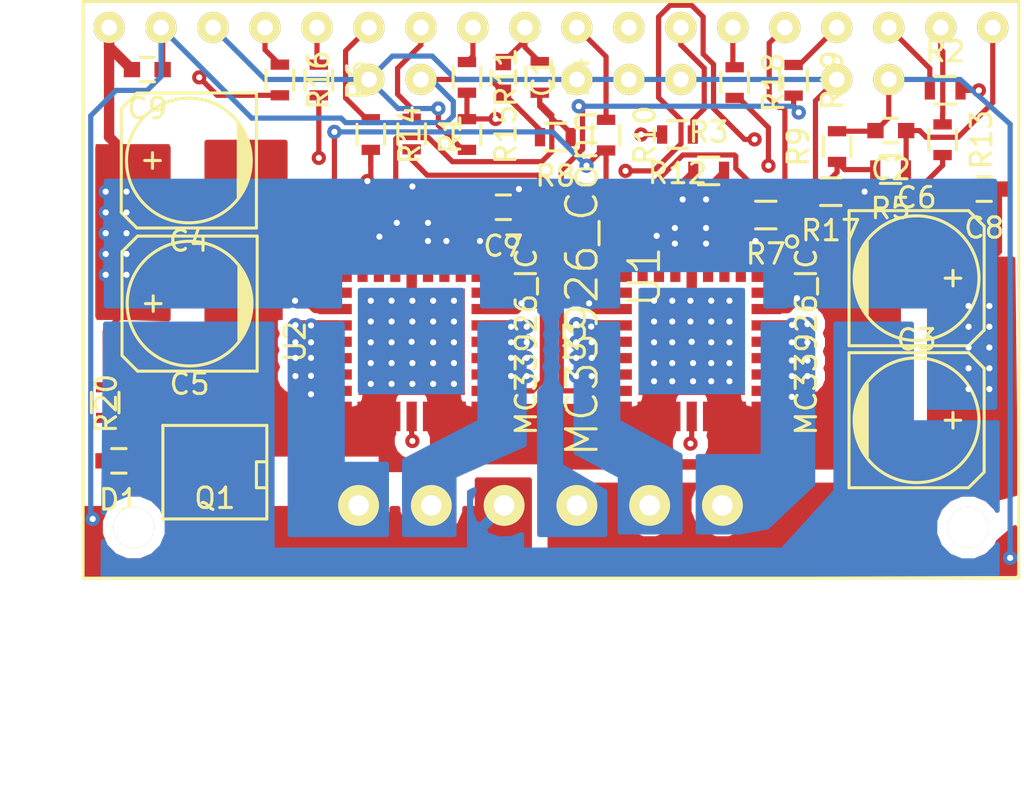
<source format=kicad_pcb>
(kicad_pcb (version 4) (host pcbnew "(2015-03-09 BZR 5487)-product")

  (general
    (links 124)
    (no_connects 0)
    (area 0 0 0 0)
    (thickness 1.6)
    (drawings 0)
    (tracks 660)
    (zones 0)
    (modules 34)
    (nets 42)
  )

  (page A4)
  (layers
    (0 F.Cu signal)
    (1 In1.Cu signal)
    (2 In2.Cu signal)
    (31 B.Cu signal)
    (33 F.Adhes user)
    (35 F.Paste user)
    (37 F.SilkS user)
    (39 F.Mask user)
    (40 Dwgs.User user)
    (41 Cmts.User user)
    (42 Eco1.User user)
    (43 Eco2.User user)
    (44 Edge.Cuts user)
    (45 Margin user)
    (47 F.CrtYd user)
    (49 F.Fab user)
  )

  (setup
    (last_trace_width 0.254)
    (user_trace_width 0.254)
    (user_trace_width 0.508)
    (user_trace_width 0.762)
    (user_trace_width 1.106)
    (user_trace_width 1.27)
    (user_trace_width 1.74)
    (user_trace_width 1.867)
    (user_trace_width 2.32)
    (trace_clearance 0.2)
    (zone_clearance 0.508)
    (zone_45_only no)
    (trace_min 0.254)
    (segment_width 0.2)
    (edge_width 0.1)
    (via_size 0.889)
    (via_drill 0.635)
    (via_min_size 0.7)
    (via_min_drill 0.3)
    (user_via 0.7 0.3)
    (user_via 0.9 0.6)
    (user_via 1.3 0.8)
    (user_via 1.6 1)
    (user_via 2.2 1.4)
    (user_via 2.6 1.6)
    (user_via 3.1 1.9)
    (blind_buried_vias_allowed yes)
    (uvia_size 0.508)
    (uvia_drill 0.127)
    (uvias_allowed yes)
    (uvia_min_size 0.508)
    (uvia_min_drill 0.127)
    (pcb_text_width 0.3)
    (pcb_text_size 1.5 1.5)
    (mod_edge_width 0.15)
    (mod_text_size 1 1)
    (mod_text_width 0.15)
    (pad_size 5.2 5.2)
    (pad_drill 0)
    (pad_to_mask_clearance 0)
    (aux_axis_origin 0 0)
    (visible_elements 7FFEFFFF)
    (pcbplotparams
      (layerselection 0x00020_80000001)
      (usegerberextensions false)
      (excludeedgelayer true)
      (linewidth 0.100000)
      (plotframeref false)
      (viasonmask false)
      (mode 1)
      (useauxorigin false)
      (hpglpennumber 1)
      (hpglpenspeed 20)
      (hpglpendiameter 15)
      (hpglpenoverlay 2)
      (psnegative false)
      (psa4output false)
      (plotreference true)
      (plotvalue true)
      (plotinvisibletext false)
      (padsonsilk false)
      (subtractmaskfromsilk false)
      (outputformat 1)
      (mirror false)
      (drillshape 0)
      (scaleselection 1)
      (outputdirectory ""))
  )

  (net 0 "")
  (net 1 "Net-(C1-Pad1)")
  (net 2 GND)
  (net 3 "Net-(C2-Pad1)")
  (net 4 VIN)
  (net 5 FGND)
  (net 6 "Net-(C7-Pad2)")
  (net 7 "Net-(C8-Pad2)")
  (net 8 "Net-(D1-Pad2)")
  (net 9 "Net-(R1-Pad1)")
  (net 10 "Net-(R1-Pad2)")
  (net 11 "Net-(R2-Pad1)")
  (net 12 "Net-(R2-Pad2)")
  (net 13 "Net-(R3-Pad1)")
  (net 14 SLEWP)
  (net 15 "Net-(R4-Pad2)")
  (net 16 "Net-(R5-Pad2)")
  (net 17 "Net-(R6-Pad1)")
  (net 18 "Net-(R6-Pad2)")
  (net 19 "Net-(R7-Pad1)")
  (net 20 "Net-(R7-Pad2)")
  (net 21 "Net-(R10-Pad1)")
  (net 22 ENP)
  (net 23 "Net-(R11-Pad1)")
  (net 24 "Net-(R11-Pad2)")
  (net 25 "Net-(R12-Pad1)")
  (net 26 INVP)
  (net 27 "Net-(R13-Pad1)")
  (net 28 "Net-(R13-Pad2)")
  (net 29 "Net-(R14-Pad1)")
  (net 30 "Net-(R14-Pad2)")
  (net 31 Vdd)
  (net 32 "Net-(R16-Pad1)")
  (net 33 "Net-(R16-Pad2)")
  (net 34 "Net-(R18-Pad1)")
  (net 35 "Net-(R18-Pad2)")
  (net 36 "Net-(R19-Pad1)")
  (net 37 "Net-(R19-Pad2)")
  (net 38 M1OUT1)
  (net 39 M1OUT2)
  (net 40 M2OUT1)
  (net 41 M2OUT2)

  (net_class Default "Dies ist die voreingestellte Netzklasse."
    (clearance 0.2)
    (trace_width 0.254)
    (via_dia 0.889)
    (via_drill 0.635)
    (uvia_dia 0.508)
    (uvia_drill 0.127)
    (add_net ENP)
    (add_net INVP)
    (add_net "Net-(C1-Pad1)")
    (add_net "Net-(C2-Pad1)")
    (add_net "Net-(C7-Pad2)")
    (add_net "Net-(C8-Pad2)")
    (add_net "Net-(D1-Pad2)")
    (add_net "Net-(R1-Pad1)")
    (add_net "Net-(R1-Pad2)")
    (add_net "Net-(R10-Pad1)")
    (add_net "Net-(R11-Pad1)")
    (add_net "Net-(R11-Pad2)")
    (add_net "Net-(R12-Pad1)")
    (add_net "Net-(R13-Pad1)")
    (add_net "Net-(R13-Pad2)")
    (add_net "Net-(R14-Pad1)")
    (add_net "Net-(R14-Pad2)")
    (add_net "Net-(R16-Pad1)")
    (add_net "Net-(R16-Pad2)")
    (add_net "Net-(R18-Pad1)")
    (add_net "Net-(R18-Pad2)")
    (add_net "Net-(R19-Pad1)")
    (add_net "Net-(R19-Pad2)")
    (add_net "Net-(R2-Pad1)")
    (add_net "Net-(R2-Pad2)")
    (add_net "Net-(R3-Pad1)")
    (add_net "Net-(R4-Pad2)")
    (add_net "Net-(R5-Pad2)")
    (add_net "Net-(R6-Pad1)")
    (add_net "Net-(R6-Pad2)")
    (add_net "Net-(R7-Pad1)")
    (add_net "Net-(R7-Pad2)")
    (add_net SLEWP)
    (add_net Vdd)
  )

  (net_class Power ""
    (clearance 0.2)
    (trace_width 2.4)
    (via_dia 0.889)
    (via_drill 0.635)
    (uvia_dia 0.508)
    (uvia_drill 0.127)
    (add_net FGND)
    (add_net GND)
    (add_net M1OUT1)
    (add_net M1OUT2)
    (add_net M2OUT1)
    (add_net M2OUT2)
    (add_net VIN)
  )

  (module mc33926:mc33926_breakout_footprint (layer F.Cu) (tedit 550338E2) (tstamp 5503093D)
    (at 148.5011 105.0036)
    (path /5501F2BE)
    (fp_text reference U1 (at 31.242 -25.654 90) (layer F.SilkS)
      (effects (font (size 1.5 1.5) (thickness 0.15)))
    )
    (fp_text value MC33926_Conn (at 28.194 -25.4 90) (layer F.SilkS)
      (effects (font (size 1.5 1.5) (thickness 0.15)))
    )
    (fp_circle (center 17.78 -35.306) (end 17.907 -35.052) (layer F.SilkS) (width 0.15))
    (fp_circle (center 20.32 -35.306) (end 20.447 -35.052) (layer F.SilkS) (width 0.15))
    (fp_circle (center 27.94 -35.306) (end 28.067 -35.052) (layer F.SilkS) (width 0.15))
    (fp_circle (center 30.48 -35.306) (end 30.607 -35.052) (layer F.SilkS) (width 0.15))
    (fp_circle (center 33.02 -35.306) (end 33.147 -35.052) (layer F.SilkS) (width 0.15))
    (fp_circle (center 40.64 -35.306) (end 40.767 -35.052) (layer F.SilkS) (width 0.15))
    (fp_circle (center 43.18 -35.306) (end 43.434 -35.179) (layer F.SilkS) (width 0.15))
    (fp_circle (center 6.2865 -13.3985) (end 7.0485 -13.9065) (layer F.SilkS) (width 0.15))
    (fp_circle (center 47.0535 -13.3985) (end 47.8155 -13.9065) (layer F.SilkS) (width 0.15))
    (fp_circle (center 47.0535 -13.3985) (end 47.8155 -13.9065) (layer F.SilkS) (width 0.15))
    (fp_circle (center 47.0535 -13.3985) (end 47.8155 -13.9065) (layer F.SilkS) (width 0.15))
    (fp_circle (center 47.0535 -13.3985) (end 47.8155 -13.9065) (layer F.SilkS) (width 0.15))
    (fp_line (start 3.81 -10.922) (end 3.81 -39.116) (layer F.SilkS) (width 0.15))
    (fp_line (start 3.81 -39.116) (end 49.53 -39.116) (layer F.SilkS) (width 0.15))
    (fp_line (start 49.53 -39.116) (end 49.53 -10.922) (layer F.SilkS) (width 0.15))
    (fp_line (start 49.53 -10.922) (end 3.81 -10.922) (layer F.SilkS) (width 0.15))
    (pad 1 thru_hole circle (at 5.08 -37.846) (size 1.524 1.524) (drill 0.762) (layers *.Cu *.Mask F.SilkS)
      (net 4 VIN))
    (pad 2 thru_hole circle (at 7.62 -37.846) (size 1.524 1.524) (drill 0.762) (layers *.Cu *.Mask F.SilkS)
      (net 2 GND))
    (pad 3 thru_hole circle (at 10.16 -37.846) (size 1.524 1.524) (drill 0.762) (layers *.Cu *.Mask F.SilkS)
      (net 31 Vdd))
    (pad 4 thru_hole circle (at 12.7 -37.846) (size 1.524 1.524) (drill 0.762) (layers *.Cu *.Mask F.SilkS)
      (net 32 "Net-(R16-Pad1)"))
    (pad 5 thru_hole circle (at 15.24 -37.846) (size 1.524 1.524) (drill 0.762) (layers *.Cu *.Mask F.SilkS)
      (net 17 "Net-(R6-Pad1)"))
    (pad 6 thru_hole circle (at 17.78 -37.846) (size 1.524 1.524) (drill 0.762) (layers *.Cu *.Mask F.SilkS)
      (net 29 "Net-(R14-Pad1)"))
    (pad 7 thru_hole circle (at 20.32 -37.846) (size 1.524 1.524) (drill 0.762) (layers *.Cu *.Mask F.SilkS)
      (net 9 "Net-(R1-Pad1)"))
    (pad 8 thru_hole circle (at 22.86 -37.846) (size 1.524 1.524) (drill 0.762) (layers *.Cu *.Mask F.SilkS)
      (net 23 "Net-(R11-Pad1)"))
    (pad 9 thru_hole circle (at 25.4 -37.846) (size 1.524 1.524) (drill 0.762) (layers *.Cu *.Mask F.SilkS)
      (net 1 "Net-(C1-Pad1)"))
    (pad 10 thru_hole circle (at 27.94 -37.846) (size 1.524 1.524) (drill 0.762) (layers *.Cu *.Mask F.SilkS)
      (net 21 "Net-(R10-Pad1)"))
    (pad 11 thru_hole circle (at 30.48 -37.846) (size 1.524 1.524) (drill 0.762) (layers *.Cu *.Mask F.SilkS)
      (net 13 "Net-(R3-Pad1)"))
    (pad 12 thru_hole circle (at 33.02 -37.846) (size 1.524 1.524) (drill 0.762) (layers *.Cu *.Mask F.SilkS)
      (net 25 "Net-(R12-Pad1)"))
    (pad 13 thru_hole circle (at 35.56 -37.846) (size 1.524 1.524) (drill 0.762) (layers *.Cu *.Mask F.SilkS)
      (net 34 "Net-(R18-Pad1)"))
    (pad 14 thru_hole circle (at 38.1 -37.846) (size 1.524 1.524) (drill 0.762) (layers *.Cu *.Mask F.SilkS)
      (net 19 "Net-(R7-Pad1)"))
    (pad 15 thru_hole circle (at 40.64 -37.846) (size 1.524 1.524) (drill 0.762) (layers *.Cu *.Mask F.SilkS)
      (net 36 "Net-(R19-Pad1)"))
    (pad 16 thru_hole circle (at 43.18 -37.846) (size 1.524 1.524) (drill 0.762) (layers *.Cu *.Mask F.SilkS)
      (net 11 "Net-(R2-Pad1)"))
    (pad 17 thru_hole circle (at 45.72 -37.846) (size 1.524 1.524) (drill 0.762) (layers *.Cu *.Mask F.SilkS)
      (net 27 "Net-(R13-Pad1)"))
    (pad 18 thru_hole circle (at 48.26 -37.846) (size 1.524 1.524) (drill 0.762) (layers *.Cu *.Mask F.SilkS)
      (net 3 "Net-(C2-Pad1)"))
    (pad 19 thru_hole circle (at 17.272 -14.478) (size 2 2) (drill 1) (layers *.Cu *.Mask F.SilkS)
      (net 38 M1OUT1))
    (pad 20 thru_hole circle (at 20.828 -14.478) (size 2 2) (drill 1) (layers *.Cu *.Mask F.SilkS)
      (net 39 M1OUT2))
    (pad 21 thru_hole circle (at 24.384 -14.478) (size 2 2) (drill 1) (layers *.Cu *.Mask F.SilkS)
      (net 2 GND))
    (pad 22 thru_hole circle (at 27.94 -14.478) (size 2 2) (drill 1) (layers *.Cu *.Mask F.SilkS)
      (net 4 VIN))
    (pad 23 thru_hole circle (at 31.496 -14.478) (size 2 2) (drill 1) (layers *.Cu *.Mask F.SilkS)
      (net 40 M2OUT1))
    (pad 24 thru_hole circle (at 35.052 -14.478) (size 2 2) (drill 1) (layers *.Cu *.Mask F.SilkS)
      (net 41 M2OUT2))
    (pad 3 thru_hole circle (at 17.78 -35.306) (size 1.524 1.524) (drill 0.762) (layers *.Cu *.Mask F.SilkS)
      (net 31 Vdd))
    (pad 2 thru_hole circle (at 20.32 -35.306) (size 1.524 1.524) (drill 0.762) (layers *.Cu *.Mask F.SilkS)
      (net 2 GND))
    (pad 3 thru_hole circle (at 27.94 -35.306) (size 1.524 1.524) (drill 0.762) (layers *.Cu *.Mask F.SilkS)
      (net 31 Vdd))
    (pad 3 thru_hole circle (at 30.48 -35.306) (size 1.524 1.524) (drill 0.762) (layers *.Cu *.Mask F.SilkS)
      (net 31 Vdd))
    (pad 3 thru_hole circle (at 33.02 -35.306) (size 1.524 1.524) (drill 0.762) (layers *.Cu *.Mask F.SilkS)
      (net 31 Vdd))
    (pad 3 thru_hole circle (at 40.64 -35.306) (size 1.524 1.524) (drill 0.762) (layers *.Cu *.Mask F.SilkS)
      (net 31 Vdd))
    (pad 2 thru_hole circle (at 43.18 -35.306) (size 1.524 1.524) (drill 0.762) (layers *.Cu *.Mask F.SilkS)
      (net 2 GND))
    (pad ~ thru_hole circle (at 6.2865 -13.3985) (size 2 2) (drill 2) (layers *.Cu *.Mask F.SilkS))
    (pad ~ thru_hole circle (at 47.0535 -13.3985) (size 2 2) (drill 2) (layers *.Cu *.Mask F.SilkS))
  )

  (module Capacitors_SMD:C_0603 (layer F.Cu) (tedit 5415D631) (tstamp 550303BD)
    (at 172.847 69.596 270)
    (descr "Capacitor SMD 0603, reflow soldering, AVX (see smccp.pdf)")
    (tags "capacitor 0603")
    (path /550208A2)
    (attr smd)
    (fp_text reference C1 (at 0 -1.9 270) (layer F.SilkS)
      (effects (font (size 1 1) (thickness 0.15)))
    )
    (fp_text value 0.47uF (at 0 1.9 270) (layer F.Fab)
      (effects (font (size 1 1) (thickness 0.15)))
    )
    (fp_line (start -1.45 -0.75) (end 1.45 -0.75) (layer F.CrtYd) (width 0.05))
    (fp_line (start -1.45 0.75) (end 1.45 0.75) (layer F.CrtYd) (width 0.05))
    (fp_line (start -1.45 -0.75) (end -1.45 0.75) (layer F.CrtYd) (width 0.05))
    (fp_line (start 1.45 -0.75) (end 1.45 0.75) (layer F.CrtYd) (width 0.05))
    (fp_line (start -0.35 -0.6) (end 0.35 -0.6) (layer F.SilkS) (width 0.15))
    (fp_line (start 0.35 0.6) (end -0.35 0.6) (layer F.SilkS) (width 0.15))
    (pad 1 smd rect (at -0.75 0 270) (size 0.8 0.75) (layers F.Cu F.Paste F.Mask)
      (net 1 "Net-(C1-Pad1)"))
    (pad 2 smd rect (at 0.75 0 270) (size 0.8 0.75) (layers F.Cu F.Paste F.Mask)
      (net 2 GND))
    (model Capacitors_SMD.3dshapes/C_0603.wrl
      (at (xyz 0 0 0))
      (scale (xyz 1 1 1))
      (rotate (xyz 0 0 0))
    )
  )

  (module Capacitors_SMD:C_0603 (layer F.Cu) (tedit 5415D631) (tstamp 550303C9)
    (at 191.78016 72.19696 180)
    (descr "Capacitor SMD 0603, reflow soldering, AVX (see smccp.pdf)")
    (tags "capacitor 0603")
    (path /55021C7D)
    (attr smd)
    (fp_text reference C2 (at 0 -1.9 180) (layer F.SilkS)
      (effects (font (size 1 1) (thickness 0.15)))
    )
    (fp_text value 0.47uF (at 0 1.9 180) (layer F.Fab)
      (effects (font (size 1 1) (thickness 0.15)))
    )
    (fp_line (start -1.45 -0.75) (end 1.45 -0.75) (layer F.CrtYd) (width 0.05))
    (fp_line (start -1.45 0.75) (end 1.45 0.75) (layer F.CrtYd) (width 0.05))
    (fp_line (start -1.45 -0.75) (end -1.45 0.75) (layer F.CrtYd) (width 0.05))
    (fp_line (start 1.45 -0.75) (end 1.45 0.75) (layer F.CrtYd) (width 0.05))
    (fp_line (start -0.35 -0.6) (end 0.35 -0.6) (layer F.SilkS) (width 0.15))
    (fp_line (start 0.35 0.6) (end -0.35 0.6) (layer F.SilkS) (width 0.15))
    (pad 1 smd rect (at -0.75 0 180) (size 0.8 0.75) (layers F.Cu F.Paste F.Mask)
      (net 3 "Net-(C2-Pad1)"))
    (pad 2 smd rect (at 0.75 0 180) (size 0.8 0.75) (layers F.Cu F.Paste F.Mask)
      (net 2 GND))
    (model Capacitors_SMD.3dshapes/C_0603.wrl
      (at (xyz 0 0 0))
      (scale (xyz 1 1 1))
      (rotate (xyz 0 0 0))
    )
  )

  (module Capacitors_SMD:c_elec_6.3x5.8 (layer F.Cu) (tedit 55030206) (tstamp 550303DD)
    (at 193.04 86.36)
    (descr "SMT capacitor, aluminium electrolytic, 6.3x5.8")
    (path /55020F62)
    (fp_text reference C3 (at 0 -3.937) (layer F.SilkS)
      (effects (font (size 1 1) (thickness 0.15)))
    )
    (fp_text value 47uF (at 0 3.81) (layer F.Fab)
      (effects (font (size 1 1) (thickness 0.15)))
    )
    (fp_line (start -2.921 -0.762) (end -2.921 0.762) (layer F.SilkS) (width 0.15))
    (fp_line (start -2.794 1.143) (end -2.794 -1.143) (layer F.SilkS) (width 0.15))
    (fp_line (start -2.667 -1.397) (end -2.667 1.397) (layer F.SilkS) (width 0.15))
    (fp_line (start -2.54 1.651) (end -2.54 -1.651) (layer F.SilkS) (width 0.15))
    (fp_line (start -2.413 -1.778) (end -2.413 1.778) (layer F.SilkS) (width 0.15))
    (fp_circle (center 0 0) (end -3.048 0) (layer F.SilkS) (width 0.15))
    (fp_line (start -3.302 -3.302) (end -3.302 3.302) (layer F.SilkS) (width 0.15))
    (fp_line (start -3.302 3.302) (end 2.54 3.302) (layer F.SilkS) (width 0.15))
    (fp_line (start 2.54 3.302) (end 3.302 2.54) (layer F.SilkS) (width 0.15))
    (fp_line (start 3.302 2.54) (end 3.302 -2.54) (layer F.SilkS) (width 0.15))
    (fp_line (start 3.302 -2.54) (end 2.54 -3.302) (layer F.SilkS) (width 0.15))
    (fp_line (start 2.54 -3.302) (end -3.302 -3.302) (layer F.SilkS) (width 0.15))
    (fp_line (start 2.159 0) (end 1.397 0) (layer F.SilkS) (width 0.15))
    (fp_line (start 1.778 -0.381) (end 1.778 0.381) (layer F.SilkS) (width 0.15))
    (pad 1 smd rect (at 2.75082 0) (size 3.59918 1.6002) (layers F.Cu F.Paste F.Mask)
      (net 4 VIN))
    (pad 2 smd rect (at -2.75082 0) (size 3.59918 1.6002) (layers F.Cu F.Paste F.Mask)
      (net 5 FGND))
    (model Capacitors_SMD.3dshapes/c_elec_6.3x5.8.wrl
      (at (xyz 0 0 0))
      (scale (xyz 1 1 1))
      (rotate (xyz 0 0 0))
    )
  )

  (module Capacitors_SMD:c_elec_6.3x5.8 (layer F.Cu) (tedit 55030206) (tstamp 550303F1)
    (at 157.48 73.66 180)
    (descr "SMT capacitor, aluminium electrolytic, 6.3x5.8")
    (path /55021C9A)
    (fp_text reference C4 (at 0 -3.937 180) (layer F.SilkS)
      (effects (font (size 1 1) (thickness 0.15)))
    )
    (fp_text value 47uF (at 0 3.81 180) (layer F.Fab)
      (effects (font (size 1 1) (thickness 0.15)))
    )
    (fp_line (start -2.921 -0.762) (end -2.921 0.762) (layer F.SilkS) (width 0.15))
    (fp_line (start -2.794 1.143) (end -2.794 -1.143) (layer F.SilkS) (width 0.15))
    (fp_line (start -2.667 -1.397) (end -2.667 1.397) (layer F.SilkS) (width 0.15))
    (fp_line (start -2.54 1.651) (end -2.54 -1.651) (layer F.SilkS) (width 0.15))
    (fp_line (start -2.413 -1.778) (end -2.413 1.778) (layer F.SilkS) (width 0.15))
    (fp_circle (center 0 0) (end -3.048 0) (layer F.SilkS) (width 0.15))
    (fp_line (start -3.302 -3.302) (end -3.302 3.302) (layer F.SilkS) (width 0.15))
    (fp_line (start -3.302 3.302) (end 2.54 3.302) (layer F.SilkS) (width 0.15))
    (fp_line (start 2.54 3.302) (end 3.302 2.54) (layer F.SilkS) (width 0.15))
    (fp_line (start 3.302 2.54) (end 3.302 -2.54) (layer F.SilkS) (width 0.15))
    (fp_line (start 3.302 -2.54) (end 2.54 -3.302) (layer F.SilkS) (width 0.15))
    (fp_line (start 2.54 -3.302) (end -3.302 -3.302) (layer F.SilkS) (width 0.15))
    (fp_line (start 2.159 0) (end 1.397 0) (layer F.SilkS) (width 0.15))
    (fp_line (start 1.778 -0.381) (end 1.778 0.381) (layer F.SilkS) (width 0.15))
    (pad 1 smd rect (at 2.75082 0 180) (size 3.59918 1.6002) (layers F.Cu F.Paste F.Mask)
      (net 4 VIN))
    (pad 2 smd rect (at -2.75082 0 180) (size 3.59918 1.6002) (layers F.Cu F.Paste F.Mask)
      (net 5 FGND))
    (model Capacitors_SMD.3dshapes/c_elec_6.3x5.8.wrl
      (at (xyz 0 0 0))
      (scale (xyz 1 1 1))
      (rotate (xyz 0 0 0))
    )
  )

  (module Capacitors_SMD:c_elec_6.3x5.8 (layer F.Cu) (tedit 55030206) (tstamp 55030405)
    (at 157.515179 80.658277 180)
    (descr "SMT capacitor, aluminium electrolytic, 6.3x5.8")
    (path /55020EC9)
    (fp_text reference C5 (at 0 -3.937 180) (layer F.SilkS)
      (effects (font (size 1 1) (thickness 0.15)))
    )
    (fp_text value 47uF (at 0 3.81 180) (layer F.Fab)
      (effects (font (size 1 1) (thickness 0.15)))
    )
    (fp_line (start -2.921 -0.762) (end -2.921 0.762) (layer F.SilkS) (width 0.15))
    (fp_line (start -2.794 1.143) (end -2.794 -1.143) (layer F.SilkS) (width 0.15))
    (fp_line (start -2.667 -1.397) (end -2.667 1.397) (layer F.SilkS) (width 0.15))
    (fp_line (start -2.54 1.651) (end -2.54 -1.651) (layer F.SilkS) (width 0.15))
    (fp_line (start -2.413 -1.778) (end -2.413 1.778) (layer F.SilkS) (width 0.15))
    (fp_circle (center 0 0) (end -3.048 0) (layer F.SilkS) (width 0.15))
    (fp_line (start -3.302 -3.302) (end -3.302 3.302) (layer F.SilkS) (width 0.15))
    (fp_line (start -3.302 3.302) (end 2.54 3.302) (layer F.SilkS) (width 0.15))
    (fp_line (start 2.54 3.302) (end 3.302 2.54) (layer F.SilkS) (width 0.15))
    (fp_line (start 3.302 2.54) (end 3.302 -2.54) (layer F.SilkS) (width 0.15))
    (fp_line (start 3.302 -2.54) (end 2.54 -3.302) (layer F.SilkS) (width 0.15))
    (fp_line (start 2.54 -3.302) (end -3.302 -3.302) (layer F.SilkS) (width 0.15))
    (fp_line (start 2.159 0) (end 1.397 0) (layer F.SilkS) (width 0.15))
    (fp_line (start 1.778 -0.381) (end 1.778 0.381) (layer F.SilkS) (width 0.15))
    (pad 1 smd rect (at 2.75082 0 180) (size 3.59918 1.6002) (layers F.Cu F.Paste F.Mask)
      (net 4 VIN))
    (pad 2 smd rect (at -2.75082 0 180) (size 3.59918 1.6002) (layers F.Cu F.Paste F.Mask)
      (net 5 FGND))
    (model Capacitors_SMD.3dshapes/c_elec_6.3x5.8.wrl
      (at (xyz 0 0 0))
      (scale (xyz 1 1 1))
      (rotate (xyz 0 0 0))
    )
  )

  (module Capacitors_SMD:c_elec_6.3x5.8 (layer F.Cu) (tedit 55030206) (tstamp 55030419)
    (at 193.040761 79.414191)
    (descr "SMT capacitor, aluminium electrolytic, 6.3x5.8")
    (path /55021C94)
    (fp_text reference C6 (at 0 -3.937) (layer F.SilkS)
      (effects (font (size 1 1) (thickness 0.15)))
    )
    (fp_text value 47uF (at 0 3.81) (layer F.Fab)
      (effects (font (size 1 1) (thickness 0.15)))
    )
    (fp_line (start -2.921 -0.762) (end -2.921 0.762) (layer F.SilkS) (width 0.15))
    (fp_line (start -2.794 1.143) (end -2.794 -1.143) (layer F.SilkS) (width 0.15))
    (fp_line (start -2.667 -1.397) (end -2.667 1.397) (layer F.SilkS) (width 0.15))
    (fp_line (start -2.54 1.651) (end -2.54 -1.651) (layer F.SilkS) (width 0.15))
    (fp_line (start -2.413 -1.778) (end -2.413 1.778) (layer F.SilkS) (width 0.15))
    (fp_circle (center 0 0) (end -3.048 0) (layer F.SilkS) (width 0.15))
    (fp_line (start -3.302 -3.302) (end -3.302 3.302) (layer F.SilkS) (width 0.15))
    (fp_line (start -3.302 3.302) (end 2.54 3.302) (layer F.SilkS) (width 0.15))
    (fp_line (start 2.54 3.302) (end 3.302 2.54) (layer F.SilkS) (width 0.15))
    (fp_line (start 3.302 2.54) (end 3.302 -2.54) (layer F.SilkS) (width 0.15))
    (fp_line (start 3.302 -2.54) (end 2.54 -3.302) (layer F.SilkS) (width 0.15))
    (fp_line (start 2.54 -3.302) (end -3.302 -3.302) (layer F.SilkS) (width 0.15))
    (fp_line (start 2.159 0) (end 1.397 0) (layer F.SilkS) (width 0.15))
    (fp_line (start 1.778 -0.381) (end 1.778 0.381) (layer F.SilkS) (width 0.15))
    (pad 1 smd rect (at 2.75082 0) (size 3.59918 1.6002) (layers F.Cu F.Paste F.Mask)
      (net 4 VIN))
    (pad 2 smd rect (at -2.75082 0) (size 3.59918 1.6002) (layers F.Cu F.Paste F.Mask)
      (net 5 FGND))
    (model Capacitors_SMD.3dshapes/c_elec_6.3x5.8.wrl
      (at (xyz 0 0 0))
      (scale (xyz 1 1 1))
      (rotate (xyz 0 0 0))
    )
  )

  (module Capacitors_SMD:C_0603 (layer F.Cu) (tedit 5415D631) (tstamp 55030425)
    (at 172.847 75.946 180)
    (descr "Capacitor SMD 0603, reflow soldering, AVX (see smccp.pdf)")
    (tags "capacitor 0603")
    (path /5502035D)
    (attr smd)
    (fp_text reference C7 (at 0 -1.9 180) (layer F.SilkS)
      (effects (font (size 1 1) (thickness 0.15)))
    )
    (fp_text value 33nF (at 0 1.9 180) (layer F.Fab)
      (effects (font (size 1 1) (thickness 0.15)))
    )
    (fp_line (start -1.45 -0.75) (end 1.45 -0.75) (layer F.CrtYd) (width 0.05))
    (fp_line (start -1.45 0.75) (end 1.45 0.75) (layer F.CrtYd) (width 0.05))
    (fp_line (start -1.45 -0.75) (end -1.45 0.75) (layer F.CrtYd) (width 0.05))
    (fp_line (start 1.45 -0.75) (end 1.45 0.75) (layer F.CrtYd) (width 0.05))
    (fp_line (start -0.35 -0.6) (end 0.35 -0.6) (layer F.SilkS) (width 0.15))
    (fp_line (start 0.35 0.6) (end -0.35 0.6) (layer F.SilkS) (width 0.15))
    (pad 1 smd rect (at -0.75 0 180) (size 0.8 0.75) (layers F.Cu F.Paste F.Mask)
      (net 4 VIN))
    (pad 2 smd rect (at 0.75 0 180) (size 0.8 0.75) (layers F.Cu F.Paste F.Mask)
      (net 6 "Net-(C7-Pad2)"))
    (model Capacitors_SMD.3dshapes/C_0603.wrl
      (at (xyz 0 0 0))
      (scale (xyz 1 1 1))
      (rotate (xyz 0 0 0))
    )
  )

  (module Capacitors_SMD:C_0603 (layer F.Cu) (tedit 5415D631) (tstamp 55030431)
    (at 196.342 75.057 180)
    (descr "Capacitor SMD 0603, reflow soldering, AVX (see smccp.pdf)")
    (tags "capacitor 0603")
    (path /5502C0D7)
    (attr smd)
    (fp_text reference C8 (at 0 -1.9 180) (layer F.SilkS)
      (effects (font (size 1 1) (thickness 0.15)))
    )
    (fp_text value 33nF (at 0 1.9 180) (layer F.Fab)
      (effects (font (size 1 1) (thickness 0.15)))
    )
    (fp_line (start -1.45 -0.75) (end 1.45 -0.75) (layer F.CrtYd) (width 0.05))
    (fp_line (start -1.45 0.75) (end 1.45 0.75) (layer F.CrtYd) (width 0.05))
    (fp_line (start -1.45 -0.75) (end -1.45 0.75) (layer F.CrtYd) (width 0.05))
    (fp_line (start 1.45 -0.75) (end 1.45 0.75) (layer F.CrtYd) (width 0.05))
    (fp_line (start -0.35 -0.6) (end 0.35 -0.6) (layer F.SilkS) (width 0.15))
    (fp_line (start 0.35 0.6) (end -0.35 0.6) (layer F.SilkS) (width 0.15))
    (pad 1 smd rect (at -0.75 0 180) (size 0.8 0.75) (layers F.Cu F.Paste F.Mask)
      (net 4 VIN))
    (pad 2 smd rect (at 0.75 0 180) (size 0.8 0.75) (layers F.Cu F.Paste F.Mask)
      (net 7 "Net-(C8-Pad2)"))
    (model Capacitors_SMD.3dshapes/C_0603.wrl
      (at (xyz 0 0 0))
      (scale (xyz 1 1 1))
      (rotate (xyz 0 0 0))
    )
  )

  (module Capacitors_SMD:C_0603 (layer F.Cu) (tedit 5415D631) (tstamp 5503043D)
    (at 155.448 69.215 180)
    (descr "Capacitor SMD 0603, reflow soldering, AVX (see smccp.pdf)")
    (tags "capacitor 0603")
    (path /55033875)
    (attr smd)
    (fp_text reference C9 (at 0 -1.9 180) (layer F.SilkS)
      (effects (font (size 1 1) (thickness 0.15)))
    )
    (fp_text value 0.1uF (at 0 1.9 180) (layer F.Fab)
      (effects (font (size 1 1) (thickness 0.15)))
    )
    (fp_line (start -1.45 -0.75) (end 1.45 -0.75) (layer F.CrtYd) (width 0.05))
    (fp_line (start -1.45 0.75) (end 1.45 0.75) (layer F.CrtYd) (width 0.05))
    (fp_line (start -1.45 -0.75) (end -1.45 0.75) (layer F.CrtYd) (width 0.05))
    (fp_line (start 1.45 -0.75) (end 1.45 0.75) (layer F.CrtYd) (width 0.05))
    (fp_line (start -0.35 -0.6) (end 0.35 -0.6) (layer F.SilkS) (width 0.15))
    (fp_line (start 0.35 0.6) (end -0.35 0.6) (layer F.SilkS) (width 0.15))
    (pad 1 smd rect (at -0.75 0 180) (size 0.8 0.75) (layers F.Cu F.Paste F.Mask)
      (net 2 GND))
    (pad 2 smd rect (at 0.75 0 180) (size 0.8 0.75) (layers F.Cu F.Paste F.Mask)
      (net 4 VIN))
    (model Capacitors_SMD.3dshapes/C_0603.wrl
      (at (xyz 0 0 0))
      (scale (xyz 1 1 1))
      (rotate (xyz 0 0 0))
    )
  )

  (module Resistors_SMD:R_0603 (layer F.Cu) (tedit 5415CC62) (tstamp 55030468)
    (at 168.36644 72.3646 270)
    (descr "Resistor SMD 0603, reflow soldering, Vishay (see dcrcw.pdf)")
    (tags "resistor 0603")
    (path /55020AC8)
    (attr smd)
    (fp_text reference R1 (at 0 -1.9 270) (layer F.SilkS)
      (effects (font (size 1 1) (thickness 0.15)))
    )
    (fp_text value 1k (at 0 1.9 270) (layer F.Fab)
      (effects (font (size 1 1) (thickness 0.15)))
    )
    (fp_line (start -1.3 -0.8) (end 1.3 -0.8) (layer F.CrtYd) (width 0.05))
    (fp_line (start -1.3 0.8) (end 1.3 0.8) (layer F.CrtYd) (width 0.05))
    (fp_line (start -1.3 -0.8) (end -1.3 0.8) (layer F.CrtYd) (width 0.05))
    (fp_line (start 1.3 -0.8) (end 1.3 0.8) (layer F.CrtYd) (width 0.05))
    (fp_line (start 0.5 0.675) (end -0.5 0.675) (layer F.SilkS) (width 0.15))
    (fp_line (start -0.5 -0.675) (end 0.5 -0.675) (layer F.SilkS) (width 0.15))
    (pad 1 smd rect (at -0.75 0 270) (size 0.5 0.9) (layers F.Cu F.Paste F.Mask)
      (net 9 "Net-(R1-Pad1)"))
    (pad 2 smd rect (at 0.75 0 270) (size 0.5 0.9) (layers F.Cu F.Paste F.Mask)
      (net 10 "Net-(R1-Pad2)"))
    (model Resistors_SMD.3dshapes/R_0603.wrl
      (at (xyz 0 0 0))
      (scale (xyz 1 1 1))
      (rotate (xyz 0 0 0))
    )
  )

  (module Resistors_SMD:R_0603 (layer F.Cu) (tedit 5415CC62) (tstamp 55030474)
    (at 194.437 70.231)
    (descr "Resistor SMD 0603, reflow soldering, Vishay (see dcrcw.pdf)")
    (tags "resistor 0603")
    (path /55021C4A)
    (attr smd)
    (fp_text reference R2 (at 0 -1.9) (layer F.SilkS)
      (effects (font (size 1 1) (thickness 0.15)))
    )
    (fp_text value 1k (at 0 1.9) (layer F.Fab)
      (effects (font (size 1 1) (thickness 0.15)))
    )
    (fp_line (start -1.3 -0.8) (end 1.3 -0.8) (layer F.CrtYd) (width 0.05))
    (fp_line (start -1.3 0.8) (end 1.3 0.8) (layer F.CrtYd) (width 0.05))
    (fp_line (start -1.3 -0.8) (end -1.3 0.8) (layer F.CrtYd) (width 0.05))
    (fp_line (start 1.3 -0.8) (end 1.3 0.8) (layer F.CrtYd) (width 0.05))
    (fp_line (start 0.5 0.675) (end -0.5 0.675) (layer F.SilkS) (width 0.15))
    (fp_line (start -0.5 -0.675) (end 0.5 -0.675) (layer F.SilkS) (width 0.15))
    (pad 1 smd rect (at -0.75 0) (size 0.5 0.9) (layers F.Cu F.Paste F.Mask)
      (net 11 "Net-(R2-Pad1)"))
    (pad 2 smd rect (at 0.75 0) (size 0.5 0.9) (layers F.Cu F.Paste F.Mask)
      (net 12 "Net-(R2-Pad2)"))
    (model Resistors_SMD.3dshapes/R_0603.wrl
      (at (xyz 0 0 0))
      (scale (xyz 1 1 1))
      (rotate (xyz 0 0 0))
    )
  )

  (module Resistors_SMD:R_0603 (layer F.Cu) (tedit 5415CC62) (tstamp 55030480)
    (at 182.88 74.168)
    (descr "Resistor SMD 0603, reflow soldering, Vishay (see dcrcw.pdf)")
    (tags "resistor 0603")
    (path /55020D39)
    (attr smd)
    (fp_text reference R3 (at 0 -1.9) (layer F.SilkS)
      (effects (font (size 1 1) (thickness 0.15)))
    )
    (fp_text value 1k (at 0 1.9) (layer F.Fab)
      (effects (font (size 1 1) (thickness 0.15)))
    )
    (fp_line (start -1.3 -0.8) (end 1.3 -0.8) (layer F.CrtYd) (width 0.05))
    (fp_line (start -1.3 0.8) (end 1.3 0.8) (layer F.CrtYd) (width 0.05))
    (fp_line (start -1.3 -0.8) (end -1.3 0.8) (layer F.CrtYd) (width 0.05))
    (fp_line (start 1.3 -0.8) (end 1.3 0.8) (layer F.CrtYd) (width 0.05))
    (fp_line (start 0.5 0.675) (end -0.5 0.675) (layer F.SilkS) (width 0.15))
    (fp_line (start -0.5 -0.675) (end 0.5 -0.675) (layer F.SilkS) (width 0.15))
    (pad 1 smd rect (at -0.75 0) (size 0.5 0.9) (layers F.Cu F.Paste F.Mask)
      (net 13 "Net-(R3-Pad1)"))
    (pad 2 smd rect (at 0.75 0) (size 0.5 0.9) (layers F.Cu F.Paste F.Mask)
      (net 14 SLEWP))
    (model Resistors_SMD.3dshapes/R_0603.wrl
      (at (xyz 0 0 0))
      (scale (xyz 1 1 1))
      (rotate (xyz 0 0 0))
    )
  )

  (module Resistors_SMD:R_0603 (layer F.Cu) (tedit 5415CC62) (tstamp 5503048C)
    (at 174.625 69.596 270)
    (descr "Resistor SMD 0603, reflow soldering, Vishay (see dcrcw.pdf)")
    (tags "resistor 0603")
    (path /55020FE4)
    (attr smd)
    (fp_text reference R4 (at 0 -1.9 270) (layer F.SilkS)
      (effects (font (size 1 1) (thickness 0.15)))
    )
    (fp_text value 1k (at 0 1.9 270) (layer F.Fab)
      (effects (font (size 1 1) (thickness 0.15)))
    )
    (fp_line (start -1.3 -0.8) (end 1.3 -0.8) (layer F.CrtYd) (width 0.05))
    (fp_line (start -1.3 0.8) (end 1.3 0.8) (layer F.CrtYd) (width 0.05))
    (fp_line (start -1.3 -0.8) (end -1.3 0.8) (layer F.CrtYd) (width 0.05))
    (fp_line (start 1.3 -0.8) (end 1.3 0.8) (layer F.CrtYd) (width 0.05))
    (fp_line (start 0.5 0.675) (end -0.5 0.675) (layer F.SilkS) (width 0.15))
    (fp_line (start -0.5 -0.675) (end 0.5 -0.675) (layer F.SilkS) (width 0.15))
    (pad 1 smd rect (at -0.75 0 270) (size 0.5 0.9) (layers F.Cu F.Paste F.Mask)
      (net 1 "Net-(C1-Pad1)"))
    (pad 2 smd rect (at 0.75 0 270) (size 0.5 0.9) (layers F.Cu F.Paste F.Mask)
      (net 15 "Net-(R4-Pad2)"))
    (model Resistors_SMD.3dshapes/R_0603.wrl
      (at (xyz 0 0 0))
      (scale (xyz 1 1 1))
      (rotate (xyz 0 0 0))
    )
  )

  (module Resistors_SMD:R_0603 (layer F.Cu) (tedit 5415CC62) (tstamp 55030498)
    (at 191.77 74.1045 180)
    (descr "Resistor SMD 0603, reflow soldering, Vishay (see dcrcw.pdf)")
    (tags "resistor 0603")
    (path /55021C73)
    (attr smd)
    (fp_text reference R5 (at 0 -1.9 180) (layer F.SilkS)
      (effects (font (size 1 1) (thickness 0.15)))
    )
    (fp_text value 1k (at 0 1.9 180) (layer F.Fab)
      (effects (font (size 1 1) (thickness 0.15)))
    )
    (fp_line (start -1.3 -0.8) (end 1.3 -0.8) (layer F.CrtYd) (width 0.05))
    (fp_line (start -1.3 0.8) (end 1.3 0.8) (layer F.CrtYd) (width 0.05))
    (fp_line (start -1.3 -0.8) (end -1.3 0.8) (layer F.CrtYd) (width 0.05))
    (fp_line (start 1.3 -0.8) (end 1.3 0.8) (layer F.CrtYd) (width 0.05))
    (fp_line (start 0.5 0.675) (end -0.5 0.675) (layer F.SilkS) (width 0.15))
    (fp_line (start -0.5 -0.675) (end 0.5 -0.675) (layer F.SilkS) (width 0.15))
    (pad 1 smd rect (at -0.75 0 180) (size 0.5 0.9) (layers F.Cu F.Paste F.Mask)
      (net 3 "Net-(C2-Pad1)"))
    (pad 2 smd rect (at 0.75 0 180) (size 0.5 0.9) (layers F.Cu F.Paste F.Mask)
      (net 16 "Net-(R5-Pad2)"))
    (model Resistors_SMD.3dshapes/R_0603.wrl
      (at (xyz 0 0 0))
      (scale (xyz 1 1 1))
      (rotate (xyz 0 0 0))
    )
  )

  (module Resistors_SMD:R_0603 (layer F.Cu) (tedit 5415CC62) (tstamp 550304A4)
    (at 163.83 69.723 270)
    (descr "Resistor SMD 0603, reflow soldering, Vishay (see dcrcw.pdf)")
    (tags "resistor 0603")
    (path /5502094F)
    (attr smd)
    (fp_text reference R6 (at 0 -1.9 270) (layer F.SilkS)
      (effects (font (size 1 1) (thickness 0.15)))
    )
    (fp_text value 1k (at 0 1.9 270) (layer F.Fab)
      (effects (font (size 1 1) (thickness 0.15)))
    )
    (fp_line (start -1.3 -0.8) (end 1.3 -0.8) (layer F.CrtYd) (width 0.05))
    (fp_line (start -1.3 0.8) (end 1.3 0.8) (layer F.CrtYd) (width 0.05))
    (fp_line (start -1.3 -0.8) (end -1.3 0.8) (layer F.CrtYd) (width 0.05))
    (fp_line (start 1.3 -0.8) (end 1.3 0.8) (layer F.CrtYd) (width 0.05))
    (fp_line (start 0.5 0.675) (end -0.5 0.675) (layer F.SilkS) (width 0.15))
    (fp_line (start -0.5 -0.675) (end 0.5 -0.675) (layer F.SilkS) (width 0.15))
    (pad 1 smd rect (at -0.75 0 270) (size 0.5 0.9) (layers F.Cu F.Paste F.Mask)
      (net 17 "Net-(R6-Pad1)"))
    (pad 2 smd rect (at 0.75 0 270) (size 0.5 0.9) (layers F.Cu F.Paste F.Mask)
      (net 18 "Net-(R6-Pad2)"))
    (model Resistors_SMD.3dshapes/R_0603.wrl
      (at (xyz 0 0 0))
      (scale (xyz 1 1 1))
      (rotate (xyz 0 0 0))
    )
  )

  (module Resistors_SMD:R_0603 (layer F.Cu) (tedit 5415CC62) (tstamp 550304B0)
    (at 185.674 76.327 180)
    (descr "Resistor SMD 0603, reflow soldering, Vishay (see dcrcw.pdf)")
    (tags "resistor 0603")
    (path /55021C39)
    (attr smd)
    (fp_text reference R7 (at 0 -1.9 180) (layer F.SilkS)
      (effects (font (size 1 1) (thickness 0.15)))
    )
    (fp_text value 1k (at 0 1.9 180) (layer F.Fab)
      (effects (font (size 1 1) (thickness 0.15)))
    )
    (fp_line (start -1.3 -0.8) (end 1.3 -0.8) (layer F.CrtYd) (width 0.05))
    (fp_line (start -1.3 0.8) (end 1.3 0.8) (layer F.CrtYd) (width 0.05))
    (fp_line (start -1.3 -0.8) (end -1.3 0.8) (layer F.CrtYd) (width 0.05))
    (fp_line (start 1.3 -0.8) (end 1.3 0.8) (layer F.CrtYd) (width 0.05))
    (fp_line (start 0.5 0.675) (end -0.5 0.675) (layer F.SilkS) (width 0.15))
    (fp_line (start -0.5 -0.675) (end 0.5 -0.675) (layer F.SilkS) (width 0.15))
    (pad 1 smd rect (at -0.75 0 180) (size 0.5 0.9) (layers F.Cu F.Paste F.Mask)
      (net 19 "Net-(R7-Pad1)"))
    (pad 2 smd rect (at 0.75 0 180) (size 0.5 0.9) (layers F.Cu F.Paste F.Mask)
      (net 20 "Net-(R7-Pad2)"))
    (model Resistors_SMD.3dshapes/R_0603.wrl
      (at (xyz 0 0 0))
      (scale (xyz 1 1 1))
      (rotate (xyz 0 0 0))
    )
  )

  (module Resistors_SMD:R_0603 (layer F.Cu) (tedit 5415CC62) (tstamp 550304BC)
    (at 175.387 72.517 180)
    (descr "Resistor SMD 0603, reflow soldering, Vishay (see dcrcw.pdf)")
    (tags "resistor 0603")
    (path /55020974)
    (attr smd)
    (fp_text reference R8 (at 0 -1.9 180) (layer F.SilkS)
      (effects (font (size 1 1) (thickness 0.15)))
    )
    (fp_text value 220 (at 0 1.9 180) (layer F.Fab)
      (effects (font (size 1 1) (thickness 0.15)))
    )
    (fp_line (start -1.3 -0.8) (end 1.3 -0.8) (layer F.CrtYd) (width 0.05))
    (fp_line (start -1.3 0.8) (end 1.3 0.8) (layer F.CrtYd) (width 0.05))
    (fp_line (start -1.3 -0.8) (end -1.3 0.8) (layer F.CrtYd) (width 0.05))
    (fp_line (start 1.3 -0.8) (end 1.3 0.8) (layer F.CrtYd) (width 0.05))
    (fp_line (start 0.5 0.675) (end -0.5 0.675) (layer F.SilkS) (width 0.15))
    (fp_line (start -0.5 -0.675) (end 0.5 -0.675) (layer F.SilkS) (width 0.15))
    (pad 1 smd rect (at -0.75 0 180) (size 0.5 0.9) (layers F.Cu F.Paste F.Mask)
      (net 15 "Net-(R4-Pad2)"))
    (pad 2 smd rect (at 0.75 0 180) (size 0.5 0.9) (layers F.Cu F.Paste F.Mask)
      (net 2 GND))
    (model Resistors_SMD.3dshapes/R_0603.wrl
      (at (xyz 0 0 0))
      (scale (xyz 1 1 1))
      (rotate (xyz 0 0 0))
    )
  )

  (module Resistors_SMD:R_0603 (layer F.Cu) (tedit 5415CC62) (tstamp 550304C8)
    (at 189.1538 72.97928 90)
    (descr "Resistor SMD 0603, reflow soldering, Vishay (see dcrcw.pdf)")
    (tags "resistor 0603")
    (path /55021C84)
    (attr smd)
    (fp_text reference R9 (at 0 -1.9 90) (layer F.SilkS)
      (effects (font (size 1 1) (thickness 0.15)))
    )
    (fp_text value 220 (at 0 1.9 90) (layer F.Fab)
      (effects (font (size 1 1) (thickness 0.15)))
    )
    (fp_line (start -1.3 -0.8) (end 1.3 -0.8) (layer F.CrtYd) (width 0.05))
    (fp_line (start -1.3 0.8) (end 1.3 0.8) (layer F.CrtYd) (width 0.05))
    (fp_line (start -1.3 -0.8) (end -1.3 0.8) (layer F.CrtYd) (width 0.05))
    (fp_line (start 1.3 -0.8) (end 1.3 0.8) (layer F.CrtYd) (width 0.05))
    (fp_line (start 0.5 0.675) (end -0.5 0.675) (layer F.SilkS) (width 0.15))
    (fp_line (start -0.5 -0.675) (end 0.5 -0.675) (layer F.SilkS) (width 0.15))
    (pad 1 smd rect (at -0.75 0 90) (size 0.5 0.9) (layers F.Cu F.Paste F.Mask)
      (net 16 "Net-(R5-Pad2)"))
    (pad 2 smd rect (at 0.75 0 90) (size 0.5 0.9) (layers F.Cu F.Paste F.Mask)
      (net 2 GND))
    (model Resistors_SMD.3dshapes/R_0603.wrl
      (at (xyz 0 0 0))
      (scale (xyz 1 1 1))
      (rotate (xyz 0 0 0))
    )
  )

  (module Resistors_SMD:R_0603 (layer F.Cu) (tedit 5415CC62) (tstamp 550304D4)
    (at 177.86604 72.42048 270)
    (descr "Resistor SMD 0603, reflow soldering, Vishay (see dcrcw.pdf)")
    (tags "resistor 0603")
    (path /55020B9B)
    (attr smd)
    (fp_text reference R10 (at 0 -1.9 270) (layer F.SilkS)
      (effects (font (size 1 1) (thickness 0.15)))
    )
    (fp_text value 1k (at 0 1.9 270) (layer F.Fab)
      (effects (font (size 1 1) (thickness 0.15)))
    )
    (fp_line (start -1.3 -0.8) (end 1.3 -0.8) (layer F.CrtYd) (width 0.05))
    (fp_line (start -1.3 0.8) (end 1.3 0.8) (layer F.CrtYd) (width 0.05))
    (fp_line (start -1.3 -0.8) (end -1.3 0.8) (layer F.CrtYd) (width 0.05))
    (fp_line (start 1.3 -0.8) (end 1.3 0.8) (layer F.CrtYd) (width 0.05))
    (fp_line (start 0.5 0.675) (end -0.5 0.675) (layer F.SilkS) (width 0.15))
    (fp_line (start -0.5 -0.675) (end 0.5 -0.675) (layer F.SilkS) (width 0.15))
    (pad 1 smd rect (at -0.75 0 270) (size 0.5 0.9) (layers F.Cu F.Paste F.Mask)
      (net 21 "Net-(R10-Pad1)"))
    (pad 2 smd rect (at 0.75 0 270) (size 0.5 0.9) (layers F.Cu F.Paste F.Mask)
      (net 22 ENP))
    (model Resistors_SMD.3dshapes/R_0603.wrl
      (at (xyz 0 0 0))
      (scale (xyz 1 1 1))
      (rotate (xyz 0 0 0))
    )
  )

  (module Resistors_SMD:R_0603 (layer F.Cu) (tedit 5415CC62) (tstamp 550304E0)
    (at 171.069 69.596 270)
    (descr "Resistor SMD 0603, reflow soldering, Vishay (see dcrcw.pdf)")
    (tags "resistor 0603")
    (path /5502064D)
    (attr smd)
    (fp_text reference R11 (at 0 -1.9 270) (layer F.SilkS)
      (effects (font (size 1 1) (thickness 0.15)))
    )
    (fp_text value 1k (at 0 1.9 270) (layer F.Fab)
      (effects (font (size 1 1) (thickness 0.15)))
    )
    (fp_line (start -1.3 -0.8) (end 1.3 -0.8) (layer F.CrtYd) (width 0.05))
    (fp_line (start -1.3 0.8) (end 1.3 0.8) (layer F.CrtYd) (width 0.05))
    (fp_line (start -1.3 -0.8) (end -1.3 0.8) (layer F.CrtYd) (width 0.05))
    (fp_line (start 1.3 -0.8) (end 1.3 0.8) (layer F.CrtYd) (width 0.05))
    (fp_line (start 0.5 0.675) (end -0.5 0.675) (layer F.SilkS) (width 0.15))
    (fp_line (start -0.5 -0.675) (end 0.5 -0.675) (layer F.SilkS) (width 0.15))
    (pad 1 smd rect (at -0.75 0 270) (size 0.5 0.9) (layers F.Cu F.Paste F.Mask)
      (net 23 "Net-(R11-Pad1)"))
    (pad 2 smd rect (at 0.75 0 270) (size 0.5 0.9) (layers F.Cu F.Paste F.Mask)
      (net 24 "Net-(R11-Pad2)"))
    (model Resistors_SMD.3dshapes/R_0603.wrl
      (at (xyz 0 0 0))
      (scale (xyz 1 1 1))
      (rotate (xyz 0 0 0))
    )
  )

  (module Resistors_SMD:R_0603 (layer F.Cu) (tedit 5415CC62) (tstamp 550304EC)
    (at 181.356 72.39 180)
    (descr "Resistor SMD 0603, reflow soldering, Vishay (see dcrcw.pdf)")
    (tags "resistor 0603")
    (path /55020EDC)
    (attr smd)
    (fp_text reference R12 (at 0 -1.9 180) (layer F.SilkS)
      (effects (font (size 1 1) (thickness 0.15)))
    )
    (fp_text value 1k (at 0 1.9 180) (layer F.Fab)
      (effects (font (size 1 1) (thickness 0.15)))
    )
    (fp_line (start -1.3 -0.8) (end 1.3 -0.8) (layer F.CrtYd) (width 0.05))
    (fp_line (start -1.3 0.8) (end 1.3 0.8) (layer F.CrtYd) (width 0.05))
    (fp_line (start -1.3 -0.8) (end -1.3 0.8) (layer F.CrtYd) (width 0.05))
    (fp_line (start 1.3 -0.8) (end 1.3 0.8) (layer F.CrtYd) (width 0.05))
    (fp_line (start 0.5 0.675) (end -0.5 0.675) (layer F.SilkS) (width 0.15))
    (fp_line (start -0.5 -0.675) (end 0.5 -0.675) (layer F.SilkS) (width 0.15))
    (pad 1 smd rect (at -0.75 0 180) (size 0.5 0.9) (layers F.Cu F.Paste F.Mask)
      (net 25 "Net-(R12-Pad1)"))
    (pad 2 smd rect (at 0.75 0 180) (size 0.5 0.9) (layers F.Cu F.Paste F.Mask)
      (net 26 INVP))
    (model Resistors_SMD.3dshapes/R_0603.wrl
      (at (xyz 0 0 0))
      (scale (xyz 1 1 1))
      (rotate (xyz 0 0 0))
    )
  )

  (module Resistors_SMD:R_0603 (layer F.Cu) (tedit 5415CC62) (tstamp 550304F8)
    (at 194.31 72.644 270)
    (descr "Resistor SMD 0603, reflow soldering, Vishay (see dcrcw.pdf)")
    (tags "resistor 0603")
    (path /55021C27)
    (attr smd)
    (fp_text reference R13 (at 0 -1.9 270) (layer F.SilkS)
      (effects (font (size 1 1) (thickness 0.15)))
    )
    (fp_text value 1k (at 0 1.9 270) (layer F.Fab)
      (effects (font (size 1 1) (thickness 0.15)))
    )
    (fp_line (start -1.3 -0.8) (end 1.3 -0.8) (layer F.CrtYd) (width 0.05))
    (fp_line (start -1.3 0.8) (end 1.3 0.8) (layer F.CrtYd) (width 0.05))
    (fp_line (start -1.3 -0.8) (end -1.3 0.8) (layer F.CrtYd) (width 0.05))
    (fp_line (start 1.3 -0.8) (end 1.3 0.8) (layer F.CrtYd) (width 0.05))
    (fp_line (start 0.5 0.675) (end -0.5 0.675) (layer F.SilkS) (width 0.15))
    (fp_line (start -0.5 -0.675) (end 0.5 -0.675) (layer F.SilkS) (width 0.15))
    (pad 1 smd rect (at -0.75 0 270) (size 0.5 0.9) (layers F.Cu F.Paste F.Mask)
      (net 27 "Net-(R13-Pad1)"))
    (pad 2 smd rect (at 0.75 0 270) (size 0.5 0.9) (layers F.Cu F.Paste F.Mask)
      (net 28 "Net-(R13-Pad2)"))
    (model Resistors_SMD.3dshapes/R_0603.wrl
      (at (xyz 0 0 0))
      (scale (xyz 1 1 1))
      (rotate (xyz 0 0 0))
    )
  )

  (module Resistors_SMD:R_0603 (layer F.Cu) (tedit 5415CC62) (tstamp 55030504)
    (at 166.37 72.39 270)
    (descr "Resistor SMD 0603, reflow soldering, Vishay (see dcrcw.pdf)")
    (tags "resistor 0603")
    (path /55020A17)
    (attr smd)
    (fp_text reference R14 (at 0 -1.9 270) (layer F.SilkS)
      (effects (font (size 1 1) (thickness 0.15)))
    )
    (fp_text value 1k (at 0 1.9 270) (layer F.Fab)
      (effects (font (size 1 1) (thickness 0.15)))
    )
    (fp_line (start -1.3 -0.8) (end 1.3 -0.8) (layer F.CrtYd) (width 0.05))
    (fp_line (start -1.3 0.8) (end 1.3 0.8) (layer F.CrtYd) (width 0.05))
    (fp_line (start -1.3 -0.8) (end -1.3 0.8) (layer F.CrtYd) (width 0.05))
    (fp_line (start 1.3 -0.8) (end 1.3 0.8) (layer F.CrtYd) (width 0.05))
    (fp_line (start 0.5 0.675) (end -0.5 0.675) (layer F.SilkS) (width 0.15))
    (fp_line (start -0.5 -0.675) (end 0.5 -0.675) (layer F.SilkS) (width 0.15))
    (pad 1 smd rect (at -0.75 0 270) (size 0.5 0.9) (layers F.Cu F.Paste F.Mask)
      (net 29 "Net-(R14-Pad1)"))
    (pad 2 smd rect (at 0.75 0 270) (size 0.5 0.9) (layers F.Cu F.Paste F.Mask)
      (net 30 "Net-(R14-Pad2)"))
    (model Resistors_SMD.3dshapes/R_0603.wrl
      (at (xyz 0 0 0))
      (scale (xyz 1 1 1))
      (rotate (xyz 0 0 0))
    )
  )

  (module Resistors_SMD:R_0603 (layer F.Cu) (tedit 5415CC62) (tstamp 55030510)
    (at 171.069 72.39 270)
    (descr "Resistor SMD 0603, reflow soldering, Vishay (see dcrcw.pdf)")
    (tags "resistor 0603")
    (path /5502044D)
    (attr smd)
    (fp_text reference R15 (at 0 -1.9 270) (layer F.SilkS)
      (effects (font (size 1 1) (thickness 0.15)))
    )
    (fp_text value 10k (at 0 1.9 270) (layer F.Fab)
      (effects (font (size 1 1) (thickness 0.15)))
    )
    (fp_line (start -1.3 -0.8) (end 1.3 -0.8) (layer F.CrtYd) (width 0.05))
    (fp_line (start -1.3 0.8) (end 1.3 0.8) (layer F.CrtYd) (width 0.05))
    (fp_line (start -1.3 -0.8) (end -1.3 0.8) (layer F.CrtYd) (width 0.05))
    (fp_line (start 1.3 -0.8) (end 1.3 0.8) (layer F.CrtYd) (width 0.05))
    (fp_line (start 0.5 0.675) (end -0.5 0.675) (layer F.SilkS) (width 0.15))
    (fp_line (start -0.5 -0.675) (end 0.5 -0.675) (layer F.SilkS) (width 0.15))
    (pad 1 smd rect (at -0.75 0 270) (size 0.5 0.9) (layers F.Cu F.Paste F.Mask)
      (net 24 "Net-(R11-Pad2)"))
    (pad 2 smd rect (at 0.75 0 270) (size 0.5 0.9) (layers F.Cu F.Paste F.Mask)
      (net 31 Vdd))
    (model Resistors_SMD.3dshapes/R_0603.wrl
      (at (xyz 0 0 0))
      (scale (xyz 1 1 1))
      (rotate (xyz 0 0 0))
    )
  )

  (module Resistors_SMD:R_0603 (layer F.Cu) (tedit 5415CC62) (tstamp 5503051C)
    (at 161.925 69.723 270)
    (descr "Resistor SMD 0603, reflow soldering, Vishay (see dcrcw.pdf)")
    (tags "resistor 0603")
    (path /55020712)
    (attr smd)
    (fp_text reference R16 (at 0 -1.9 270) (layer F.SilkS)
      (effects (font (size 1 1) (thickness 0.15)))
    )
    (fp_text value 1k (at 0 1.9 270) (layer F.Fab)
      (effects (font (size 1 1) (thickness 0.15)))
    )
    (fp_line (start -1.3 -0.8) (end 1.3 -0.8) (layer F.CrtYd) (width 0.05))
    (fp_line (start -1.3 0.8) (end 1.3 0.8) (layer F.CrtYd) (width 0.05))
    (fp_line (start -1.3 -0.8) (end -1.3 0.8) (layer F.CrtYd) (width 0.05))
    (fp_line (start 1.3 -0.8) (end 1.3 0.8) (layer F.CrtYd) (width 0.05))
    (fp_line (start 0.5 0.675) (end -0.5 0.675) (layer F.SilkS) (width 0.15))
    (fp_line (start -0.5 -0.675) (end 0.5 -0.675) (layer F.SilkS) (width 0.15))
    (pad 1 smd rect (at -0.75 0 270) (size 0.5 0.9) (layers F.Cu F.Paste F.Mask)
      (net 32 "Net-(R16-Pad1)"))
    (pad 2 smd rect (at 0.75 0 270) (size 0.5 0.9) (layers F.Cu F.Paste F.Mask)
      (net 33 "Net-(R16-Pad2)"))
    (model Resistors_SMD.3dshapes/R_0603.wrl
      (at (xyz 0 0 0))
      (scale (xyz 1 1 1))
      (rotate (xyz 0 0 0))
    )
  )

  (module Resistors_SMD:R_0603 (layer F.Cu) (tedit 5415CC62) (tstamp 55030528)
    (at 188.849 75.184 180)
    (descr "Resistor SMD 0603, reflow soldering, Vishay (see dcrcw.pdf)")
    (tags "resistor 0603")
    (path /55021C20)
    (attr smd)
    (fp_text reference R17 (at 0 -1.9 180) (layer F.SilkS)
      (effects (font (size 1 1) (thickness 0.15)))
    )
    (fp_text value 10k (at 0 1.9 180) (layer F.Fab)
      (effects (font (size 1 1) (thickness 0.15)))
    )
    (fp_line (start -1.3 -0.8) (end 1.3 -0.8) (layer F.CrtYd) (width 0.05))
    (fp_line (start -1.3 0.8) (end 1.3 0.8) (layer F.CrtYd) (width 0.05))
    (fp_line (start -1.3 -0.8) (end -1.3 0.8) (layer F.CrtYd) (width 0.05))
    (fp_line (start 1.3 -0.8) (end 1.3 0.8) (layer F.CrtYd) (width 0.05))
    (fp_line (start 0.5 0.675) (end -0.5 0.675) (layer F.SilkS) (width 0.15))
    (fp_line (start -0.5 -0.675) (end 0.5 -0.675) (layer F.SilkS) (width 0.15))
    (pad 1 smd rect (at -0.75 0 180) (size 0.5 0.9) (layers F.Cu F.Paste F.Mask)
      (net 28 "Net-(R13-Pad2)"))
    (pad 2 smd rect (at 0.75 0 180) (size 0.5 0.9) (layers F.Cu F.Paste F.Mask)
      (net 31 Vdd))
    (model Resistors_SMD.3dshapes/R_0603.wrl
      (at (xyz 0 0 0))
      (scale (xyz 1 1 1))
      (rotate (xyz 0 0 0))
    )
  )

  (module Resistors_SMD:R_0603 (layer F.Cu) (tedit 5415CC62) (tstamp 55030534)
    (at 184.15 69.85 270)
    (descr "Resistor SMD 0603, reflow soldering, Vishay (see dcrcw.pdf)")
    (tags "resistor 0603")
    (path /55021C2F)
    (attr smd)
    (fp_text reference R18 (at 0 -1.9 270) (layer F.SilkS)
      (effects (font (size 1 1) (thickness 0.15)))
    )
    (fp_text value 1k (at 0 1.9 270) (layer F.Fab)
      (effects (font (size 1 1) (thickness 0.15)))
    )
    (fp_line (start -1.3 -0.8) (end 1.3 -0.8) (layer F.CrtYd) (width 0.05))
    (fp_line (start -1.3 0.8) (end 1.3 0.8) (layer F.CrtYd) (width 0.05))
    (fp_line (start -1.3 -0.8) (end -1.3 0.8) (layer F.CrtYd) (width 0.05))
    (fp_line (start 1.3 -0.8) (end 1.3 0.8) (layer F.CrtYd) (width 0.05))
    (fp_line (start 0.5 0.675) (end -0.5 0.675) (layer F.SilkS) (width 0.15))
    (fp_line (start -0.5 -0.675) (end 0.5 -0.675) (layer F.SilkS) (width 0.15))
    (pad 1 smd rect (at -0.75 0 270) (size 0.5 0.9) (layers F.Cu F.Paste F.Mask)
      (net 34 "Net-(R18-Pad1)"))
    (pad 2 smd rect (at 0.75 0 270) (size 0.5 0.9) (layers F.Cu F.Paste F.Mask)
      (net 35 "Net-(R18-Pad2)"))
    (model Resistors_SMD.3dshapes/R_0603.wrl
      (at (xyz 0 0 0))
      (scale (xyz 1 1 1))
      (rotate (xyz 0 0 0))
    )
  )

  (module Resistors_SMD:R_0603 (layer F.Cu) (tedit 5415CC62) (tstamp 55030540)
    (at 187.03036 69.73824 270)
    (descr "Resistor SMD 0603, reflow soldering, Vishay (see dcrcw.pdf)")
    (tags "resistor 0603")
    (path /55021C41)
    (attr smd)
    (fp_text reference R19 (at 0 -1.9 270) (layer F.SilkS)
      (effects (font (size 1 1) (thickness 0.15)))
    )
    (fp_text value 1k (at 0 1.9 270) (layer F.Fab)
      (effects (font (size 1 1) (thickness 0.15)))
    )
    (fp_line (start -1.3 -0.8) (end 1.3 -0.8) (layer F.CrtYd) (width 0.05))
    (fp_line (start -1.3 0.8) (end 1.3 0.8) (layer F.CrtYd) (width 0.05))
    (fp_line (start -1.3 -0.8) (end -1.3 0.8) (layer F.CrtYd) (width 0.05))
    (fp_line (start 1.3 -0.8) (end 1.3 0.8) (layer F.CrtYd) (width 0.05))
    (fp_line (start 0.5 0.675) (end -0.5 0.675) (layer F.SilkS) (width 0.15))
    (fp_line (start -0.5 -0.675) (end 0.5 -0.675) (layer F.SilkS) (width 0.15))
    (pad 1 smd rect (at -0.75 0 270) (size 0.5 0.9) (layers F.Cu F.Paste F.Mask)
      (net 36 "Net-(R19-Pad1)"))
    (pad 2 smd rect (at 0.75 0 270) (size 0.5 0.9) (layers F.Cu F.Paste F.Mask)
      (net 37 "Net-(R19-Pad2)"))
    (model Resistors_SMD.3dshapes/R_0603.wrl
      (at (xyz 0 0 0))
      (scale (xyz 1 1 1))
      (rotate (xyz 0 0 0))
    )
  )

  (module Resistors_SMD:R_0603 (layer F.Cu) (tedit 55039950) (tstamp 5503054C)
    (at 153.3906 85.4964 90)
    (descr "Resistor SMD 0603, reflow soldering, Vishay (see dcrcw.pdf)")
    (tags "resistor 0603")
    (path /550329E9)
    (attr smd)
    (fp_text reference R20 (at -0.0508 0.0508 90) (layer F.SilkS)
      (effects (font (size 1 1) (thickness 0.15)))
    )
    (fp_text value 100k (at 0 1.9 90) (layer F.Fab)
      (effects (font (size 1 1) (thickness 0.15)))
    )
    (fp_line (start -1.3 -0.8) (end 1.3 -0.8) (layer F.CrtYd) (width 0.05))
    (fp_line (start -1.3 0.8) (end 1.3 0.8) (layer F.CrtYd) (width 0.05))
    (fp_line (start -1.3 -0.8) (end -1.3 0.8) (layer F.CrtYd) (width 0.05))
    (fp_line (start 1.3 -0.8) (end 1.3 0.8) (layer F.CrtYd) (width 0.05))
    (fp_line (start 0.5 0.675) (end -0.5 0.675) (layer F.SilkS) (width 0.15))
    (fp_line (start -0.5 -0.675) (end 0.5 -0.675) (layer F.SilkS) (width 0.15))
    (pad 1 smd rect (at -0.75 0 90) (size 0.5 0.9) (layers F.Cu F.Paste F.Mask)
      (net 8 "Net-(D1-Pad2)"))
    (pad 2 smd rect (at 0.75 0 90) (size 0.5 0.9) (layers F.Cu F.Paste F.Mask)
      (net 4 VIN))
    (model Resistors_SMD.3dshapes/R_0603.wrl
      (at (xyz 0 0 0))
      (scale (xyz 1 1 1))
      (rotate (xyz 0 0 0))
    )
  )

  (module mc33926:mc33926_ic_pqfn32 (layer F.Cu) (tedit 5505D315) (tstamp 550305A7)
    (at 168.366378 82.524407 270)
    (path /550205D0)
    (fp_text reference U2 (at 0 5.7 270) (layer F.SilkS)
      (effects (font (size 1 1) (thickness 0.15)))
    )
    (fp_text value MC33926_IC (at 0 -5.6 270) (layer F.SilkS)
      (effects (font (size 1 1) (thickness 0.15)))
    )
    (fp_circle (center -4.9 -4.9) (end -4.7 -4.7) (layer F.SilkS) (width 0.15))
    (pad 33 smd rect (at 0 0 270) (size 5.2 5.2) (layers F.Cu F.Paste F.Mask)
      (net 5 FGND) (zone_connect 2))
    (pad 24 smd rect (at 3.65 -2.4 270) (size 1.45 0.5) (layers F.Cu F.Paste F.Mask)
      (net 5 FGND))
    (pad 23 smd rect (at 3.65 -1.6 270) (size 1.45 0.5) (layers F.Cu F.Paste F.Mask)
      (net 5 FGND))
    (pad 22 smd rect (at 3.65 -0.8 270) (size 1.45 0.5) (layers F.Cu F.Paste F.Mask)
      (net 5 FGND))
    (pad 21 smd rect (at 3.65 0 270) (size 1.45 0.5) (layers F.Cu F.Paste F.Mask)
      (net 24 "Net-(R11-Pad2)"))
    (pad 20 smd rect (at 3.65 0.8 270) (size 1.45 0.5) (layers F.Cu F.Paste F.Mask)
      (net 5 FGND))
    (pad 19 smd rect (at 3.65 1.6 270) (size 1.45 0.5) (layers F.Cu F.Paste F.Mask)
      (net 5 FGND))
    (pad 18 smd rect (at 3.65 2.4 270) (size 1.45 0.5) (layers F.Cu F.Paste F.Mask)
      (net 5 FGND))
    (pad 8 smd rect (at -3.65 2.4 270) (size 1.45 0.5) (layers F.Cu F.Paste F.Mask)
      (net 15 "Net-(R4-Pad2)"))
    (pad 7 smd rect (at -3.65 1.6 270) (size 1.45 0.5) (layers F.Cu F.Paste F.Mask)
      (net 26 INVP))
    (pad 6 smd rect (at -3.65 0.8 270) (size 1.45 0.5) (layers F.Cu F.Paste F.Mask)
      (net 4 VIN))
    (pad 5 smd rect (at -3.65 0 270) (size 1.45 0.5) (layers F.Cu F.Paste F.Mask)
      (net 5 FGND))
    (pad 4 smd rect (at -3.65 -0.8 270) (size 1.45 0.5) (layers F.Cu F.Paste F.Mask)
      (net 4 VIN))
    (pad 3 smd rect (at -3.65 -1.6 270) (size 1.45 0.5) (layers F.Cu F.Paste F.Mask)
      (net 14 SLEWP))
    (pad 2 smd rect (at -3.65 -2.4 270) (size 1.45 0.5) (layers F.Cu F.Paste F.Mask)
      (net 18 "Net-(R6-Pad2)"))
    (pad 16 smd rect (at 2.4 3.65 270) (size 0.5 1.45) (layers F.Cu F.Paste F.Mask)
      (net 30 "Net-(R14-Pad2)"))
    (pad 15 smd rect (at 1.6 3.65 270) (size 0.5 1.45) (layers F.Cu F.Paste F.Mask)
      (net 38 M1OUT1))
    (pad 14 smd rect (at 0.8 3.65 270) (size 0.5 1.45) (layers F.Cu F.Paste F.Mask)
      (net 38 M1OUT1))
    (pad 13 smd rect (at 0 3.65 270) (size 0.5 1.45) (layers F.Cu F.Paste F.Mask)
      (net 38 M1OUT1))
    (pad 12 smd rect (at -0.8 3.65 270) (size 0.5 1.45) (layers F.Cu F.Paste F.Mask)
      (net 38 M1OUT1))
    (pad 11 smd rect (at -1.6 3.65 270) (size 0.5 1.45) (layers F.Cu F.Paste F.Mask)
      (net 4 VIN))
    (pad 10 smd rect (at -2.4 3.65 270) (size 0.5 1.45) (layers F.Cu F.Paste F.Mask)
      (net 22 ENP))
    (pad 32 smd rect (at -2.4 -3.65 270) (size 0.5 1.45) (layers F.Cu F.Paste F.Mask)
      (net 6 "Net-(C7-Pad2)"))
    (pad 31 smd rect (at -1.6 -3.65 270) (size 0.5 1.45) (layers F.Cu F.Paste F.Mask)
      (net 4 VIN))
    (pad 30 smd rect (at -0.8 -3.65 270) (size 0.5 1.45) (layers F.Cu F.Paste F.Mask)
      (net 39 M1OUT2))
    (pad 29 smd rect (at 0 -3.65 270) (size 0.5 1.45) (layers F.Cu F.Paste F.Mask)
      (net 39 M1OUT2))
    (pad 28 smd rect (at 0.8 -3.65 270) (size 0.5 1.45) (layers F.Cu F.Paste F.Mask)
      (net 39 M1OUT2))
    (pad 27 smd rect (at 1.6 -3.65 270) (size 0.5 1.45) (layers F.Cu F.Paste F.Mask)
      (net 39 M1OUT2))
    (pad 26 smd rect (at 2.4 -3.65 270) (size 0.5 1.45) (layers F.Cu F.Paste F.Mask)
      (net 10 "Net-(R1-Pad2)"))
    (pad 25 smd rect (at 3.65 -3.65 270) (size 1.45 1.45) (layers F.Cu F.Paste F.Mask)
      (net 5 FGND))
    (pad 17 smd rect (at 3.65 3.65 270) (size 1.45 1.45) (layers F.Cu F.Paste F.Mask)
      (net 5 FGND))
    (pad 9 smd rect (at -3.65 3.65 270) (size 1.45 1.45) (layers F.Cu F.Paste F.Mask)
      (net 22 ENP))
    (pad 1 smd trapezoid (at -3.65 -3.65 270) (size 1.45 1.45) (layers F.Cu F.Paste F.Mask)
      (net 33 "Net-(R16-Pad2)"))
  )

  (module mc33926:mc33926_ic_pqfn32 (layer F.Cu) (tedit 5505D325) (tstamp 550305CD)
    (at 182.05133 82.524407 270)
    (path /55021C19)
    (fp_text reference U3 (at 0 5.7 270) (layer F.SilkS)
      (effects (font (size 1 1) (thickness 0.15)))
    )
    (fp_text value MC33926_IC (at 0 -5.6 270) (layer F.SilkS)
      (effects (font (size 1 1) (thickness 0.15)))
    )
    (fp_circle (center -4.9 -4.9) (end -4.7 -4.7) (layer F.SilkS) (width 0.15))
    (pad 33 smd rect (at 0 0 270) (size 5.2 5.2) (layers F.Cu F.Paste F.Mask)
      (net 5 FGND) (zone_connect 2))
    (pad 24 smd rect (at 3.65 -2.4 270) (size 1.45 0.5) (layers F.Cu F.Paste F.Mask)
      (net 5 FGND))
    (pad 23 smd rect (at 3.65 -1.6 270) (size 1.45 0.5) (layers F.Cu F.Paste F.Mask)
      (net 5 FGND))
    (pad 22 smd rect (at 3.65 -0.8 270) (size 1.45 0.5) (layers F.Cu F.Paste F.Mask)
      (net 5 FGND))
    (pad 21 smd rect (at 3.65 0 270) (size 1.45 0.5) (layers F.Cu F.Paste F.Mask)
      (net 28 "Net-(R13-Pad2)"))
    (pad 20 smd rect (at 3.65 0.8 270) (size 1.45 0.5) (layers F.Cu F.Paste F.Mask)
      (net 5 FGND))
    (pad 19 smd rect (at 3.65 1.6 270) (size 1.45 0.5) (layers F.Cu F.Paste F.Mask)
      (net 5 FGND))
    (pad 18 smd rect (at 3.65 2.4 270) (size 1.45 0.5) (layers F.Cu F.Paste F.Mask)
      (net 5 FGND))
    (pad 8 smd rect (at -3.65 2.4 270) (size 1.45 0.5) (layers F.Cu F.Paste F.Mask)
      (net 16 "Net-(R5-Pad2)"))
    (pad 7 smd rect (at -3.65 1.6 270) (size 1.45 0.5) (layers F.Cu F.Paste F.Mask)
      (net 26 INVP))
    (pad 6 smd rect (at -3.65 0.8 270) (size 1.45 0.5) (layers F.Cu F.Paste F.Mask)
      (net 4 VIN))
    (pad 5 smd rect (at -3.65 0 270) (size 1.45 0.5) (layers F.Cu F.Paste F.Mask)
      (net 5 FGND))
    (pad 4 smd rect (at -3.65 -0.8 270) (size 1.45 0.5) (layers F.Cu F.Paste F.Mask)
      (net 4 VIN))
    (pad 3 smd rect (at -3.65 -1.6 270) (size 1.45 0.5) (layers F.Cu F.Paste F.Mask)
      (net 14 SLEWP))
    (pad 2 smd rect (at -3.65 -2.4 270) (size 1.45 0.5) (layers F.Cu F.Paste F.Mask)
      (net 20 "Net-(R7-Pad2)"))
    (pad 16 smd rect (at 2.4 3.65 270) (size 0.5 1.45) (layers F.Cu F.Paste F.Mask)
      (net 37 "Net-(R19-Pad2)"))
    (pad 15 smd rect (at 1.6 3.65 270) (size 0.5 1.45) (layers F.Cu F.Paste F.Mask)
      (net 40 M2OUT1))
    (pad 14 smd rect (at 0.8 3.65 270) (size 0.5 1.45) (layers F.Cu F.Paste F.Mask)
      (net 40 M2OUT1))
    (pad 13 smd rect (at 0 3.65 270) (size 0.5 1.45) (layers F.Cu F.Paste F.Mask)
      (net 40 M2OUT1))
    (pad 12 smd rect (at -0.8 3.65 270) (size 0.5 1.45) (layers F.Cu F.Paste F.Mask)
      (net 40 M2OUT1))
    (pad 11 smd rect (at -1.6 3.65 270) (size 0.5 1.45) (layers F.Cu F.Paste F.Mask)
      (net 4 VIN))
    (pad 10 smd rect (at -2.4 3.65 270) (size 0.5 1.45) (layers F.Cu F.Paste F.Mask)
      (net 22 ENP))
    (pad 32 smd rect (at -2.4 -3.65 270) (size 0.5 1.45) (layers F.Cu F.Paste F.Mask)
      (net 7 "Net-(C8-Pad2)"))
    (pad 31 smd rect (at -1.6 -3.65 270) (size 0.5 1.45) (layers F.Cu F.Paste F.Mask)
      (net 4 VIN))
    (pad 30 smd rect (at -0.8 -3.65 270) (size 0.5 1.45) (layers F.Cu F.Paste F.Mask)
      (net 41 M2OUT2))
    (pad 29 smd rect (at 0 -3.65 270) (size 0.5 1.45) (layers F.Cu F.Paste F.Mask)
      (net 41 M2OUT2))
    (pad 28 smd rect (at 0.8 -3.65 270) (size 0.5 1.45) (layers F.Cu F.Paste F.Mask)
      (net 41 M2OUT2))
    (pad 27 smd rect (at 1.6 -3.65 270) (size 0.5 1.45) (layers F.Cu F.Paste F.Mask)
      (net 41 M2OUT2))
    (pad 26 smd rect (at 2.4 -3.65 270) (size 0.5 1.45) (layers F.Cu F.Paste F.Mask)
      (net 12 "Net-(R2-Pad2)"))
    (pad 25 smd rect (at 3.65 -3.65 270) (size 1.45 1.45) (layers F.Cu F.Paste F.Mask)
      (net 5 FGND))
    (pad 17 smd rect (at 3.65 3.65 270) (size 1.45 1.45) (layers F.Cu F.Paste F.Mask)
      (net 5 FGND))
    (pad 9 smd rect (at -3.65 3.65 270) (size 1.45 1.45) (layers F.Cu F.Paste F.Mask)
      (net 22 ENP))
    (pad 1 smd trapezoid (at -3.65 -3.65 270) (size 1.45 1.45) (layers F.Cu F.Paste F.Mask)
      (net 35 "Net-(R18-Pad2)"))
  )

  (module SMD_Packages:SOIC-8-N (layer F.Cu) (tedit 55032560) (tstamp 55032A28)
    (at 158.75 88.9 180)
    (descr "Module Narrow CMS SOJ 8 pins large")
    (tags "CMS SOJ")
    (path /5503241E)
    (attr smd)
    (fp_text reference Q1 (at 0 -1.27 180) (layer F.SilkS)
      (effects (font (size 1 1) (thickness 0.15)))
    )
    (fp_text value MOSN-SO8 (at 0 1.27 180) (layer F.Fab)
      (effects (font (size 1 1) (thickness 0.15)))
    )
    (fp_line (start -2.54 -2.286) (end 2.54 -2.286) (layer F.SilkS) (width 0.15))
    (fp_line (start 2.54 -2.286) (end 2.54 2.286) (layer F.SilkS) (width 0.15))
    (fp_line (start 2.54 2.286) (end -2.54 2.286) (layer F.SilkS) (width 0.15))
    (fp_line (start -2.54 2.286) (end -2.54 -2.286) (layer F.SilkS) (width 0.15))
    (fp_line (start -2.54 -0.762) (end -2.032 -0.762) (layer F.SilkS) (width 0.15))
    (fp_line (start -2.032 -0.762) (end -2.032 0.508) (layer F.SilkS) (width 0.15))
    (fp_line (start -2.032 0.508) (end -2.54 0.508) (layer F.SilkS) (width 0.15))
    (pad 8 smd rect (at -1.905 -3.175 180) (size 0.508 1.143) (layers F.Cu F.Paste F.Mask)
      (net 2 GND) (zone_connect 1))
    (pad 7 smd rect (at -0.635 -3.175 180) (size 0.508 1.143) (layers F.Cu F.Paste F.Mask)
      (net 2 GND) (zone_connect 1))
    (pad 6 smd rect (at 0.635 -3.175 180) (size 0.508 1.143) (layers F.Cu F.Paste F.Mask)
      (net 2 GND) (zone_connect 1))
    (pad 5 smd rect (at 1.905 -3.175 180) (size 0.508 1.143) (layers F.Cu F.Paste F.Mask)
      (net 2 GND) (zone_connect 1))
    (pad 4 smd rect (at 1.905 3.175 180) (size 0.508 1.143) (layers F.Cu F.Paste F.Mask)
      (net 8 "Net-(D1-Pad2)") (zone_connect 1))
    (pad 3 smd rect (at 0.635 3.175 180) (size 0.508 1.143) (layers F.Cu F.Paste F.Mask)
      (net 5 FGND) (zone_connect 1))
    (pad 2 smd rect (at -0.635 3.175 180) (size 0.508 1.143) (layers F.Cu F.Paste F.Mask)
      (net 5 FGND) (zone_connect 1))
    (pad 1 smd rect (at -1.905 3.175 180) (size 0.508 1.143) (layers F.Cu F.Paste F.Mask)
      (net 5 FGND) (zone_connect 1))
    (model SMD_Packages.3dshapes/SOIC-8-N.wrl
      (at (xyz 0 0 0))
      (scale (xyz 0.5 0.38 0.5))
      (rotate (xyz 0 0 0))
    )
  )

  (module Capacitors_SMD:C_0603 (layer F.Cu) (tedit 5415D631) (tstamp 550327BA)
    (at 154.06116 88.34628 180)
    (descr "Capacitor SMD 0603, reflow soldering, AVX (see smccp.pdf)")
    (tags "capacitor 0603")
    (path /5503192E)
    (attr smd)
    (fp_text reference D1 (at 0 -1.9 180) (layer F.SilkS)
      (effects (font (size 1 1) (thickness 0.15)))
    )
    (fp_text value ZENER (at 0 1.9 180) (layer F.Fab)
      (effects (font (size 1 1) (thickness 0.15)))
    )
    (fp_line (start -1.45 -0.75) (end 1.45 -0.75) (layer F.CrtYd) (width 0.05))
    (fp_line (start -1.45 0.75) (end 1.45 0.75) (layer F.CrtYd) (width 0.05))
    (fp_line (start -1.45 -0.75) (end -1.45 0.75) (layer F.CrtYd) (width 0.05))
    (fp_line (start 1.45 -0.75) (end 1.45 0.75) (layer F.CrtYd) (width 0.05))
    (fp_line (start -0.35 -0.6) (end 0.35 -0.6) (layer F.SilkS) (width 0.15))
    (fp_line (start 0.35 0.6) (end -0.35 0.6) (layer F.SilkS) (width 0.15))
    (pad 1 smd rect (at -0.75 0 180) (size 0.8 0.75) (layers F.Cu F.Paste F.Mask)
      (net 5 FGND))
    (pad 2 smd rect (at 0.75 0 180) (size 0.8 0.75) (layers F.Cu F.Paste F.Mask)
      (net 8 "Net-(D1-Pad2)"))
    (model Capacitors_SMD.3dshapes/C_0603.wrl
      (at (xyz 0 0 0))
      (scale (xyz 1 1 1))
      (rotate (xyz 0 0 0))
    )
  )

  (segment (start 173.9011 67.1576) (end 173.9011 68.1221) (width 0.254) (layer F.Cu) (net 1))
  (segment (start 173.9011 68.1221) (end 174.625 68.846) (width 0.254) (layer F.Cu) (net 1))
  (segment (start 173.9011 67.1576) (end 173.9011 67.7919) (width 0.254) (layer F.Cu) (net 1))
  (segment (start 173.9011 67.7919) (end 172.847 68.846) (width 0.254) (layer F.Cu) (net 1))
  (segment (start 172.847 70.346) (end 172.847 70.371) (width 0.254) (layer F.Cu) (net 2))
  (segment (start 172.847 70.371) (end 174.637 72.161) (width 0.254) (layer F.Cu) (net 2))
  (segment (start 174.637 72.161) (end 174.637 72.517) (width 0.254) (layer F.Cu) (net 2))
  (segment (start 189.1538 72.22928) (end 190.99784 72.22928) (width 0.254) (layer F.Cu) (net 2))
  (segment (start 190.99784 72.22928) (end 191.03016 72.19696) (width 0.254) (layer F.Cu) (net 2))
  (segment (start 191.6811 69.6976) (end 191.6811 71.54602) (width 0.254) (layer F.Cu) (net 2))
  (segment (start 191.6811 71.54602) (end 191.68416 71.54908) (width 0.254) (layer F.Cu) (net 2))
  (segment (start 191.68416 71.54908) (end 191.68416 71.56796) (width 0.254) (layer F.Cu) (net 2))
  (segment (start 191.68416 71.56796) (end 191.05516 72.19696) (width 0.254) (layer F.Cu) (net 2))
  (segment (start 191.05516 72.19696) (end 191.03016 72.19696) (width 0.254) (layer F.Cu) (net 2))
  (segment (start 168.8211 69.6976) (end 172.1986 69.6976) (width 0.254) (layer F.Cu) (net 2))
  (segment (start 172.1986 69.6976) (end 172.2042 69.692) (width 0.254) (layer F.Cu) (net 2))
  (segment (start 172.2042 69.692) (end 172.218 69.692) (width 0.254) (layer F.Cu) (net 2))
  (segment (start 172.218 69.692) (end 172.847 70.321) (width 0.254) (layer F.Cu) (net 2))
  (segment (start 172.847 70.321) (end 172.847 70.346) (width 0.254) (layer F.Cu) (net 2))
  (segment (start 156.198 69.215) (end 156.198 67.2345) (width 0.254) (layer F.Cu) (net 2))
  (segment (start 156.198 67.2345) (end 156.1211 67.1576) (width 0.254) (layer F.Cu) (net 2))
  (segment (start 156.1211 67.1576) (end 156.1211 69.5579) (width 0.254) (layer B.Cu) (net 2))
  (segment (start 156.1211 69.5579) (end 155.448 70.231) (width 0.254) (layer B.Cu) (net 2))
  (segment (start 155.448 70.231) (end 153.924 70.231) (width 0.254) (layer B.Cu) (net 2))
  (segment (start 152.684999 71.470001) (end 152.684999 90.901001) (width 0.254) (layer B.Cu) (net 2))
  (segment (start 153.924 70.231) (end 152.684999 71.470001) (width 0.254) (layer B.Cu) (net 2))
  (via (at 152.781 91.186) (size 0.7) (drill 0.3) (layers F.Cu B.Cu) (net 2))
  (segment (start 152.781 90.997002) (end 152.781 91.186) (width 0.254) (layer B.Cu) (net 2))
  (segment (start 152.684999 90.901001) (end 152.781 90.997002) (width 0.254) (layer B.Cu) (net 2))
  (segment (start 191.6811 69.6976) (end 195.1736 69.6976) (width 0.254) (layer B.Cu) (net 2))
  (via (at 197.612 93.091) (size 0.7) (drill 0.3) (layers F.Cu B.Cu) (net 2))
  (segment (start 197.612 71.882) (end 197.612 93.091) (width 0.254) (layer B.Cu) (net 2))
  (segment (start 195.1736 69.6976) (end 197.612 71.882) (width 0.254) (layer B.Cu) (net 2))
  (segment (start 156.1211 67.1576) (end 160.549499 71.585999) (width 0.254) (layer B.Cu) (net 2))
  (segment (start 160.549499 71.585999) (end 164.916961 71.585999) (width 0.254) (layer B.Cu) (net 2))
  (segment (start 164.916961 71.585999) (end 165.139952 71.80899) (width 0.254) (layer B.Cu) (net 2))
  (segment (start 165.139952 71.80899) (end 170.064892 71.80899) (width 0.254) (layer B.Cu) (net 2))
  (segment (start 170.064892 71.80899) (end 170.403001 71.470881) (width 0.254) (layer B.Cu) (net 2))
  (segment (start 170.403001 71.470881) (end 170.403001 70.769119) (width 0.254) (layer B.Cu) (net 2))
  (segment (start 170.403001 70.769119) (end 169.331482 69.6976) (width 0.254) (layer B.Cu) (net 2))
  (segment (start 169.331482 69.6976) (end 168.8211 69.6976) (width 0.254) (layer B.Cu) (net 2))
  (segment (start 192.53016 72.19696) (end 192.53016 74.09434) (width 0.254) (layer F.Cu) (net 3))
  (segment (start 192.53016 74.09434) (end 192.52 74.1045) (width 0.254) (layer F.Cu) (net 3))
  (segment (start 196.7611 67.1576) (end 196.7611 70.828702) (width 0.254) (layer F.Cu) (net 3))
  (segment (start 196.7611 70.828702) (end 195.064801 72.525001) (width 0.254) (layer F.Cu) (net 3))
  (segment (start 195.064801 72.525001) (end 193.512201 72.525001) (width 0.254) (layer F.Cu) (net 3))
  (segment (start 193.512201 72.525001) (end 193.18416 72.19696) (width 0.254) (layer F.Cu) (net 3))
  (segment (start 193.18416 72.19696) (end 192.53016 72.19696) (width 0.254) (layer F.Cu) (net 3))
  (segment (start 167.682995 77.512898) (end 167.682995 76.750995) (width 0.508) (layer F.Cu) (net 4))
  (segment (start 167.682995 76.750995) (end 167.64 76.708) (width 0.508) (layer F.Cu) (net 4) (tstamp 5509F2E4))
  (via (at 167.64 76.708) (size 0.7) (drill 0.3) (layers F.Cu B.Cu) (net 4))
  (segment (start 167.682995 76.750995) (end 167.64 76.708) (width 0.508) (layer B.Cu) (net 4))
  (segment (start 169.164 77.597) (end 169.164 76.708) (width 0.508) (layer F.Cu) (net 4))
  (via (at 169.164 77.597) (size 0.7) (drill 0.3) (layers F.Cu B.Cu) (net 4))
  (segment (start 169.166378 77.599378) (end 169.164 77.597) (width 0.508) (layer F.Cu) (net 4))
  (segment (start 169.166378 78.874407) (end 169.166378 77.599378) (width 0.508) (layer F.Cu) (net 4))
  (via (at 169.164 76.708) (size 0.7) (drill 0.3) (layers F.Cu B.Cu) (net 4))
  (segment (start 169.164 77.597) (end 169.164 76.708) (width 0.508) (layer B.Cu) (net 4))
  (segment (start 163.449 80.645) (end 162.796591 80.645) (width 0.508) (layer F.Cu) (net 4))
  (segment (start 162.796591 80.645) (end 162.669591 80.518) (width 0.508) (layer F.Cu) (net 4) (tstamp 5509F289))
  (segment (start 162.796591 80.645) (end 162.669591 80.518) (width 0.508) (layer B.Cu) (net 4))
  (via (at 162.669591 80.518) (size 0.7) (drill 0.3) (layers F.Cu B.Cu) (net 4))
  (segment (start 173.597 75.946) (end 173.597 75.069) (width 0.254) (layer F.Cu) (net 4))
  (via (at 173.609 75.057) (size 0.7) (drill 0.3) (layers F.Cu B.Cu) (net 4))
  (segment (start 178.40133 80.924407) (end 177.317407 80.924407) (width 0.508) (layer F.Cu) (net 4))
  (via (at 177.038 80.645) (size 0.7) (drill 0.3) (layers F.Cu B.Cu) (net 4))
  (segment (start 177.317407 80.924407) (end 177.038 80.645) (width 0.508) (layer F.Cu) (net 4))
  (via (at 187.198 80.391) (size 0.7) (drill 0.3) (layers F.Cu B.Cu) (net 4))
  (segment (start 185.70133 80.924407) (end 185.743329 80.882408) (width 0.508) (layer F.Cu) (net 4))
  (segment (start 185.743329 80.882408) (end 186.706592 80.882408) (width 0.508) (layer F.Cu) (net 4))
  (segment (start 186.706592 80.882408) (end 187.198 80.391) (width 0.508) (layer F.Cu) (net 4))
  (segment (start 182.85133 78.874407) (end 182.85133 77.06033) (width 0.508) (layer F.Cu) (net 4))
  (segment (start 182.85133 77.06033) (end 182.753 76.962) (width 0.508) (layer F.Cu) (net 4))
  (via (at 182.753 76.962) (size 0.7) (drill 0.3) (layers F.Cu B.Cu) (net 4))
  (segment (start 182.85133 78.874407) (end 182.85133 77.82233) (width 0.508) (layer F.Cu) (net 4))
  (segment (start 182.85133 77.82233) (end 182.753 77.724) (width 0.508) (layer F.Cu) (net 4))
  (via (at 182.753 77.724) (size 0.7) (drill 0.3) (layers F.Cu B.Cu) (net 4))
  (segment (start 181.229 77.724) (end 181.229 76.962) (width 0.508) (layer F.Cu) (net 4))
  (via (at 181.229 76.962) (size 0.7) (drill 0.3) (layers F.Cu B.Cu) (net 4))
  (segment (start 181.25133 78.874407) (end 181.25133 77.74633) (width 0.508) (layer F.Cu) (net 4))
  (segment (start 181.25133 77.74633) (end 181.229 77.724) (width 0.508) (layer F.Cu) (net 4))
  (via (at 181.229 77.724) (size 0.7) (drill 0.3) (layers F.Cu B.Cu) (net 4))
  (segment (start 197.092 75.057) (end 197.092 78.113772) (width 0.254) (layer F.Cu) (net 4))
  (segment (start 197.092 78.113772) (end 195.791581 79.414191) (width 0.254) (layer F.Cu) (net 4))
  (segment (start 153.5811 67.1576) (end 153.5811 68.0981) (width 0.508) (layer F.Cu) (net 4))
  (segment (start 153.5811 68.0981) (end 154.698 69.215) (width 0.508) (layer F.Cu) (net 4))
  (segment (start 153.3906 84.7464) (end 153.3906 82.032036) (width 0.254) (layer F.Cu) (net 4))
  (segment (start 153.3906 82.032036) (end 154.764359 80.658277) (width 0.254) (layer F.Cu) (net 4))
  (segment (start 154.432 75.184) (end 154.432 73.95718) (width 0.254) (layer F.Cu) (net 4))
  (segment (start 154.432 73.95718) (end 154.72918 73.66) (width 0.254) (layer F.Cu) (net 4))
  (segment (start 195.791581 79.414191) (end 195.791581 80.221581) (width 0.254) (layer F.Cu) (net 4))
  (segment (start 195.029581 80.221581) (end 195.58 80.772) (width 0.254) (layer F.Cu) (net 4))
  (segment (start 195.58 83.82) (end 195.58 84.836) (width 0.254) (layer B.Cu) (net 4))
  (via (at 195.58 84.836) (size 0.7) (drill 0.3) (layers F.Cu B.Cu) (net 4))
  (segment (start 195.58 82.804) (end 195.58 83.82) (width 0.254) (layer F.Cu) (net 4))
  (via (at 195.58 83.82) (size 0.7) (drill 0.3) (layers F.Cu B.Cu) (net 4))
  (segment (start 195.58 81.788) (end 195.58 82.804) (width 0.254) (layer B.Cu) (net 4))
  (via (at 195.58 82.804) (size 0.7) (drill 0.3) (layers F.Cu B.Cu) (net 4))
  (segment (start 195.58 80.772) (end 195.58 81.788) (width 0.254) (layer F.Cu) (net 4))
  (via (at 195.58 81.788) (size 0.7) (drill 0.3) (layers F.Cu B.Cu) (net 4))
  (segment (start 196.596 80.772) (end 195.58 80.772) (width 0.254) (layer B.Cu) (net 4))
  (via (at 195.58 80.772) (size 0.7) (drill 0.3) (layers F.Cu B.Cu) (net 4))
  (segment (start 196.596 81.788) (end 196.596 80.772) (width 0.254) (layer F.Cu) (net 4))
  (via (at 196.596 80.772) (size 0.7) (drill 0.3) (layers F.Cu B.Cu) (net 4))
  (segment (start 196.596 82.804) (end 196.596 81.788) (width 0.254) (layer B.Cu) (net 4))
  (via (at 196.596 81.788) (size 0.7) (drill 0.3) (layers F.Cu B.Cu) (net 4))
  (segment (start 196.596 83.82) (end 196.596 82.804) (width 0.254) (layer F.Cu) (net 4))
  (via (at 196.596 82.804) (size 0.7) (drill 0.3) (layers F.Cu B.Cu) (net 4))
  (segment (start 196.596 84.836) (end 196.596 83.82) (width 0.254) (layer B.Cu) (net 4))
  (via (at 196.596 83.82) (size 0.7) (drill 0.3) (layers F.Cu B.Cu) (net 4))
  (segment (start 195.79082 86.36) (end 195.834 86.36) (width 0.254) (layer F.Cu) (net 4))
  (segment (start 195.072 86.36) (end 196.596 84.836) (width 0.254) (layer F.Cu) (net 4))
  (via (at 196.596 84.836) (size 0.7) (drill 0.3) (layers F.Cu B.Cu) (net 4))
  (segment (start 154.432 78.232) (end 154.432 79.248) (width 0.254) (layer B.Cu) (net 4))
  (via (at 154.432 79.248) (size 0.7) (drill 0.3) (layers F.Cu B.Cu) (net 4))
  (segment (start 154.432 77.216) (end 154.432 78.232) (width 0.254) (layer F.Cu) (net 4))
  (via (at 154.432 78.232) (size 0.7) (drill 0.3) (layers F.Cu B.Cu) (net 4))
  (segment (start 154.432 76.2) (end 154.432 77.216) (width 0.254) (layer B.Cu) (net 4))
  (via (at 154.432 77.216) (size 0.7) (drill 0.3) (layers F.Cu B.Cu) (net 4))
  (segment (start 154.432 75.184) (end 154.432 76.2) (width 0.254) (layer F.Cu) (net 4))
  (via (at 154.432 76.2) (size 0.7) (drill 0.3) (layers F.Cu B.Cu) (net 4))
  (segment (start 153.416 75.184) (end 154.432 75.184) (width 0.254) (layer B.Cu) (net 4))
  (via (at 154.432 75.184) (size 0.7) (drill 0.3) (layers F.Cu B.Cu) (net 4))
  (segment (start 153.416 76.2) (end 153.416 75.184) (width 0.254) (layer F.Cu) (net 4))
  (via (at 153.416 75.184) (size 0.7) (drill 0.3) (layers F.Cu B.Cu) (net 4))
  (segment (start 153.416 77.216) (end 153.416 76.2) (width 0.254) (layer B.Cu) (net 4))
  (via (at 153.416 76.2) (size 0.7) (drill 0.3) (layers F.Cu B.Cu) (net 4))
  (segment (start 153.416 78.232) (end 153.416 77.216) (width 0.254) (layer F.Cu) (net 4))
  (via (at 153.416 77.216) (size 0.7) (drill 0.3) (layers F.Cu B.Cu) (net 4))
  (segment (start 153.416 79.248) (end 153.416 78.232) (width 0.254) (layer B.Cu) (net 4))
  (via (at 153.416 78.232) (size 0.7) (drill 0.3) (layers F.Cu B.Cu) (net 4))
  (segment (start 154.764359 80.658277) (end 154.764359 79.604177) (width 0.254) (layer F.Cu) (net 4))
  (segment (start 154.764359 79.604177) (end 154.408182 79.248) (width 0.254) (layer F.Cu) (net 4))
  (segment (start 154.408182 79.248) (end 153.416 79.248) (width 0.254) (layer F.Cu) (net 4))
  (via (at 153.416 79.248) (size 0.7) (drill 0.3) (layers F.Cu B.Cu) (net 4))
  (segment (start 164.716378 80.924407) (end 163.918749 80.924407) (width 0.508) (layer F.Cu) (net 4))
  (segment (start 163.918749 80.924407) (end 163.860841 80.866499) (width 0.508) (layer F.Cu) (net 4))
  (segment (start 163.860841 80.866499) (end 163.670499 80.866499) (width 0.508) (layer F.Cu) (net 4))
  (segment (start 163.670499 80.866499) (end 163.449 80.645) (width 0.508) (layer F.Cu) (net 4))
  (segment (start 153.5811 72.51192) (end 154.72918 73.66) (width 0.508) (layer F.Cu) (net 4))
  (segment (start 153.5811 67.1576) (end 153.5811 72.51192) (width 0.508) (layer F.Cu) (net 4))
  (via (at 173.736 80.645) (size 0.7) (drill 0.3) (layers F.Cu B.Cu) (net 4))
  (segment (start 173.456593 80.924407) (end 173.736 80.645) (width 0.508) (layer F.Cu) (net 4))
  (segment (start 172.016378 80.924407) (end 173.456593 80.924407) (width 0.508) (layer F.Cu) (net 4))
  (segment (start 167.566378 77.629515) (end 167.682995 77.512898) (width 0.508) (layer F.Cu) (net 4))
  (segment (start 167.566378 78.874407) (end 167.566378 77.629515) (width 0.508) (layer F.Cu) (net 4))
  (segment (start 169.166378 86.174407) (end 169.966378 86.174407) (width 0.254) (layer F.Cu) (net 5))
  (segment (start 166.766378 86.174407) (end 167.566378 86.174407) (width 0.254) (layer F.Cu) (net 5))
  (segment (start 183.65133 86.174407) (end 182.85133 86.174407) (width 0.254) (layer F.Cu) (net 5))
  (segment (start 183.65133 86.174407) (end 183.65133 88.50967) (width 0.508) (layer F.Cu) (net 5))
  (segment (start 180.848 86.577737) (end 181.25133 86.174407) (width 0.508) (layer F.Cu) (net 5) (tstamp 5509EF97))
  (segment (start 180.848 87.884) (end 180.848 86.577737) (width 0.508) (layer F.Cu) (net 5) (tstamp 5509EF93))
  (segment (start 181.483 88.519) (end 180.848 87.884) (width 0.508) (layer F.Cu) (net 5) (tstamp 5509EF91))
  (segment (start 183.642 88.519) (end 181.483 88.519) (width 0.508) (layer F.Cu) (net 5) (tstamp 5509EF86))
  (segment (start 183.65133 88.50967) (end 183.642 88.519) (width 0.508) (layer F.Cu) (net 5) (tstamp 5509EF7B))
  (segment (start 156.68944 87.122) (end 157.988 87.122) (width 0.254) (layer F.Cu) (net 5))
  (segment (start 154.81116 88.34628) (end 155.46516 88.34628) (width 0.254) (layer F.Cu) (net 5))
  (segment (start 155.46516 88.34628) (end 156.68944 87.122) (width 0.254) (layer F.Cu) (net 5))
  (via (at 168.366378 82.524407) (size 0.7) (drill 0.3) (layers F.Cu B.Cu) (net 5))
  (via (at 168.402 81.534) (size 0.7) (drill 0.3) (layers F.Cu B.Cu) (net 5))
  (segment (start 168.366378 81.569622) (end 168.402 81.534) (width 0.254) (layer B.Cu) (net 5))
  (segment (start 168.366378 82.524407) (end 168.366378 81.569622) (width 0.254) (layer B.Cu) (net 5))
  (via (at 168.402 80.518) (size 0.7) (drill 0.3) (layers F.Cu B.Cu) (net 5))
  (segment (start 168.402 81.534) (end 168.402 80.518) (width 0.254) (layer B.Cu) (net 5))
  (via (at 168.402 83.566) (size 0.7) (drill 0.3) (layers F.Cu B.Cu) (net 5))
  (segment (start 168.366378 83.530378) (end 168.402 83.566) (width 0.254) (layer B.Cu) (net 5))
  (segment (start 168.366378 82.524407) (end 168.366378 83.530378) (width 0.254) (layer B.Cu) (net 5))
  (via (at 168.402 84.582) (size 0.7) (drill 0.3) (layers F.Cu B.Cu) (net 5))
  (segment (start 168.402 82.488785) (end 168.366378 82.524407) (width 0.254) (layer B.Cu) (net 5) (tstamp 550937E9))
  (via (at 167.386 82.55) (size 0.7) (drill 0.3) (layers F.Cu B.Cu) (net 5))
  (segment (start 167.411593 82.524407) (end 167.386 82.55) (width 0.254) (layer B.Cu) (net 5))
  (segment (start 168.366378 82.524407) (end 167.411593 82.524407) (width 0.254) (layer B.Cu) (net 5))
  (via (at 166.37 82.55) (size 0.7) (drill 0.3) (layers F.Cu B.Cu) (net 5))
  (segment (start 167.386 82.55) (end 166.37 82.55) (width 0.254) (layer B.Cu) (net 5))
  (via (at 167.386 83.566) (size 0.7) (drill 0.3) (layers F.Cu B.Cu) (net 5))
  (segment (start 168.402 83.566) (end 167.386 83.566) (width 0.254) (layer B.Cu) (net 5))
  (via (at 166.37 83.566) (size 0.7) (drill 0.3) (layers F.Cu B.Cu) (net 5))
  (segment (start 167.386 83.566) (end 166.37 83.566) (width 0.254) (layer B.Cu) (net 5))
  (via (at 167.386 84.582) (size 0.7) (drill 0.3) (layers F.Cu B.Cu) (net 5))
  (segment (start 168.402 84.582) (end 167.386 84.582) (width 0.254) (layer B.Cu) (net 5))
  (segment (start 168.366378 82.524407) (end 168.366378 84.546378) (width 0.254) (layer B.Cu) (net 5))
  (segment (start 168.366378 84.546378) (end 168.402 84.582) (width 0.254) (layer B.Cu) (net 5))
  (via (at 166.37 84.582) (size 0.7) (drill 0.3) (layers F.Cu B.Cu) (net 5))
  (segment (start 167.386 84.582) (end 166.37 84.582) (width 0.254) (layer B.Cu) (net 5))
  (via (at 167.386 81.534) (size 0.7) (drill 0.3) (layers F.Cu B.Cu) (net 5))
  (segment (start 168.402 81.534) (end 167.386 81.534) (width 0.254) (layer B.Cu) (net 5))
  (via (at 166.37 81.534) (size 0.7) (drill 0.3) (layers F.Cu B.Cu) (net 5))
  (segment (start 168.402 81.534) (end 166.37 81.534) (width 0.254) (layer B.Cu) (net 5))
  (via (at 167.386 80.518) (size 0.7) (drill 0.3) (layers F.Cu B.Cu) (net 5))
  (segment (start 168.402 80.518) (end 167.386 80.518) (width 0.254) (layer B.Cu) (net 5))
  (via (at 166.37 80.518) (size 0.7) (drill 0.3) (layers F.Cu B.Cu) (net 5))
  (segment (start 167.386 80.518) (end 166.37 80.518) (width 0.254) (layer B.Cu) (net 5))
  (via (at 169.418 80.518) (size 0.7) (drill 0.3) (layers F.Cu B.Cu) (net 5))
  (segment (start 168.402 80.518) (end 169.418 80.518) (width 0.254) (layer B.Cu) (net 5))
  (via (at 169.418 81.534) (size 0.7) (drill 0.3) (layers F.Cu B.Cu) (net 5))
  (segment (start 168.402 81.534) (end 169.418 81.534) (width 0.254) (layer B.Cu) (net 5))
  (via (at 169.418 82.55) (size 0.7) (drill 0.3) (layers F.Cu B.Cu) (net 5))
  (via (at 169.418 83.566) (size 0.7) (drill 0.3) (layers F.Cu B.Cu) (net 5))
  (segment (start 168.402 83.566) (end 169.418 83.566) (width 0.254) (layer B.Cu) (net 5))
  (via (at 169.418 84.582) (size 0.7) (drill 0.3) (layers F.Cu B.Cu) (net 5))
  (segment (start 168.402 84.582) (end 169.418 84.582) (width 0.254) (layer B.Cu) (net 5))
  (via (at 170.434 80.518) (size 0.7) (drill 0.3) (layers F.Cu B.Cu) (net 5))
  (segment (start 169.418 80.518) (end 170.434 80.518) (width 0.254) (layer B.Cu) (net 5))
  (via (at 170.434 81.534) (size 0.7) (drill 0.3) (layers F.Cu B.Cu) (net 5))
  (segment (start 169.418 81.534) (end 170.434 81.534) (width 0.254) (layer B.Cu) (net 5))
  (segment (start 168.366378 82.524407) (end 169.392407 82.524407) (width 0.254) (layer B.Cu) (net 5))
  (segment (start 169.392407 82.524407) (end 169.418 82.55) (width 0.254) (layer B.Cu) (net 5))
  (via (at 170.434 82.55) (size 0.7) (drill 0.3) (layers F.Cu B.Cu) (net 5))
  (segment (start 169.418 82.55) (end 170.434 82.55) (width 0.254) (layer B.Cu) (net 5))
  (via (at 170.434 83.566) (size 0.7) (drill 0.3) (layers F.Cu B.Cu) (net 5))
  (segment (start 169.418 83.566) (end 170.434 83.566) (width 0.254) (layer B.Cu) (net 5))
  (via (at 170.434 84.582) (size 0.7) (drill 0.3) (layers F.Cu B.Cu) (net 5))
  (segment (start 169.418 84.582) (end 170.434 84.582) (width 0.254) (layer B.Cu) (net 5))
  (via (at 182.05133 82.524407) (size 0.7) (drill 0.3) (layers F.Cu B.Cu) (net 5))
  (via (at 181.991 81.534) (size 0.7) (drill 0.3) (layers F.Cu B.Cu) (net 5))
  (segment (start 182.05133 81.59433) (end 181.991 81.534) (width 0.254) (layer B.Cu) (net 5))
  (segment (start 182.05133 82.524407) (end 182.05133 81.59433) (width 0.254) (layer B.Cu) (net 5))
  (via (at 182.118 83.566) (size 0.7) (drill 0.3) (layers F.Cu B.Cu) (net 5))
  (segment (start 182.05133 83.49933) (end 182.118 83.566) (width 0.254) (layer B.Cu) (net 5))
  (segment (start 182.05133 82.524407) (end 182.05133 83.49933) (width 0.254) (layer B.Cu) (net 5))
  (via (at 181.991 80.518) (size 0.7) (drill 0.3) (layers F.Cu B.Cu) (net 5))
  (segment (start 181.991 81.534) (end 181.991 80.518) (width 0.254) (layer B.Cu) (net 5))
  (via (at 182.118 84.455) (size 0.7) (drill 0.3) (layers F.Cu B.Cu) (net 5))
  (segment (start 182.118 83.566) (end 182.118 84.455) (width 0.254) (layer B.Cu) (net 5))
  (via (at 181.102 80.518) (size 0.7) (drill 0.3) (layers F.Cu B.Cu) (net 5))
  (segment (start 181.991 80.518) (end 181.102 80.518) (width 0.254) (layer B.Cu) (net 5))
  (via (at 182.05133 82.524407) (size 0.7) (drill 0.3) (layers F.Cu B.Cu) (net 5))
  (segment (start 181.991 82.464077) (end 182.05133 82.524407) (width 0.254) (layer B.Cu) (net 5))
  (segment (start 181.991 80.518) (end 181.991 82.464077) (width 0.254) (layer B.Cu) (net 5))
  (via (at 180.213 80.518) (size 0.7) (drill 0.3) (layers F.Cu B.Cu) (net 5))
  (segment (start 181.102 80.518) (end 180.213 80.518) (width 0.254) (layer B.Cu) (net 5))
  (via (at 183.007 80.518) (size 0.7) (drill 0.3) (layers F.Cu B.Cu) (net 5))
  (segment (start 181.991 80.518) (end 183.007 80.518) (width 0.254) (layer B.Cu) (net 5))
  (via (at 183.896 80.518) (size 0.7) (drill 0.3) (layers F.Cu B.Cu) (net 5))
  (segment (start 183.007 80.518) (end 183.896 80.518) (width 0.254) (layer B.Cu) (net 5))
  (via (at 180.213 81.534) (size 0.7) (drill 0.3) (layers F.Cu B.Cu) (net 5))
  (segment (start 180.213 80.518) (end 180.213 81.534) (width 0.254) (layer B.Cu) (net 5))
  (via (at 180.213 82.55) (size 0.7) (drill 0.3) (layers F.Cu B.Cu) (net 5))
  (segment (start 180.213 80.518) (end 180.213 82.55) (width 0.254) (layer B.Cu) (net 5))
  (via (at 181.102 81.534) (size 0.7) (drill 0.3) (layers F.Cu B.Cu) (net 5))
  (segment (start 181.102 80.518) (end 181.102 81.534) (width 0.254) (layer B.Cu) (net 5))
  (via (at 181.102 82.55) (size 0.7) (drill 0.3) (layers F.Cu B.Cu) (net 5))
  (segment (start 181.102 80.518) (end 181.102 82.55) (width 0.254) (layer B.Cu) (net 5))
  (via (at 181.102 83.566) (size 0.7) (drill 0.3) (layers F.Cu B.Cu) (net 5))
  (segment (start 181.102 80.518) (end 181.102 83.566) (width 0.254) (layer B.Cu) (net 5))
  (via (at 181.102 84.455) (size 0.7) (drill 0.3) (layers F.Cu B.Cu) (net 5))
  (segment (start 181.102 83.566) (end 181.102 84.455) (width 0.254) (layer B.Cu) (net 5))
  (via (at 180.213 83.566) (size 0.7) (drill 0.3) (layers F.Cu B.Cu) (net 5))
  (segment (start 180.213 82.55) (end 180.213 83.566) (width 0.254) (layer B.Cu) (net 5))
  (via (at 180.213 84.455) (size 0.7) (drill 0.3) (layers F.Cu B.Cu) (net 5))
  (segment (start 180.213 83.566) (end 180.213 84.455) (width 0.254) (layer B.Cu) (net 5))
  (via (at 183.007 81.534) (size 0.7) (drill 0.3) (layers F.Cu B.Cu) (net 5))
  (segment (start 183.007 80.518) (end 183.007 81.534) (width 0.254) (layer B.Cu) (net 5))
  (via (at 183.007 82.55) (size 0.7) (drill 0.3) (layers F.Cu B.Cu) (net 5))
  (segment (start 183.007 81.534) (end 183.007 82.55) (width 0.254) (layer B.Cu) (net 5))
  (via (at 183.007 83.566) (size 0.7) (drill 0.3) (layers F.Cu B.Cu) (net 5))
  (segment (start 183.007 82.55) (end 183.007 83.566) (width 0.254) (layer B.Cu) (net 5))
  (via (at 183.007 84.455) (size 0.7) (drill 0.3) (layers F.Cu B.Cu) (net 5))
  (segment (start 183.007 83.566) (end 183.007 84.455) (width 0.254) (layer B.Cu) (net 5))
  (via (at 183.896 81.534) (size 0.7) (drill 0.3) (layers F.Cu B.Cu) (net 5))
  (segment (start 183.896 80.518) (end 183.896 81.534) (width 0.254) (layer B.Cu) (net 5))
  (via (at 183.896 82.55) (size 0.7) (drill 0.3) (layers F.Cu B.Cu) (net 5))
  (segment (start 183.896 81.534) (end 183.896 82.55) (width 0.254) (layer B.Cu) (net 5))
  (via (at 183.896 83.566) (size 0.7) (drill 0.3) (layers F.Cu B.Cu) (net 5))
  (segment (start 183.896 82.55) (end 183.896 83.566) (width 0.254) (layer B.Cu) (net 5))
  (via (at 183.896 84.455) (size 0.7) (drill 0.3) (layers F.Cu B.Cu) (net 5))
  (segment (start 183.896 82.55) (end 183.896 84.455) (width 0.254) (layer B.Cu) (net 5))
  (segment (start 168.366378 78.874407) (end 168.366378 82.524407) (width 0.508) (layer F.Cu) (net 5))
  (segment (start 182.05133 78.874407) (end 182.05133 82.524407) (width 0.508) (layer F.Cu) (net 5))
  (segment (start 173.482 79.756) (end 173.482 77.331) (width 0.254) (layer F.Cu) (net 6))
  (segment (start 173.482 77.331) (end 172.097 75.946) (width 0.254) (layer F.Cu) (net 6))
  (segment (start 173.113593 80.124407) (end 173.482 79.756) (width 0.254) (layer F.Cu) (net 6))
  (segment (start 172.016378 80.124407) (end 173.113593 80.124407) (width 0.254) (layer F.Cu) (net 6))
  (segment (start 172.130785 80.01) (end 172.016378 80.124407) (width 0.254) (layer F.Cu) (net 6))
  (segment (start 172.491378 80.124407) (end 172.016378 80.124407) (width 0.254) (layer F.Cu) (net 6))
  (segment (start 187.452 77.597) (end 192.398 77.597) (width 0.254) (layer F.Cu) (net 7))
  (segment (start 192.398 77.597) (end 194.938 75.057) (width 0.254) (layer F.Cu) (net 7))
  (segment (start 194.938 75.057) (end 195.592 75.057) (width 0.254) (layer F.Cu) (net 7))
  (segment (start 187.452 79.06384) (end 187.452 77.597) (width 0.254) (layer F.Cu) (net 7))
  (segment (start 186.873039 79.713999) (end 186.873039 79.642801) (width 0.254) (layer F.Cu) (net 7))
  (segment (start 186.873039 79.642801) (end 187.452 79.06384) (width 0.254) (layer F.Cu) (net 7))
  (segment (start 185.70133 80.124407) (end 186.462631 80.124407) (width 0.254) (layer F.Cu) (net 7))
  (segment (start 186.462631 80.124407) (end 186.873039 79.713999) (width 0.254) (layer F.Cu) (net 7))
  (segment (start 185.70133 80.124407) (end 186.17633 80.124407) (width 0.254) (layer F.Cu) (net 7))
  (segment (start 153.3906 86.2464) (end 153.3906 88.26684) (width 0.254) (layer F.Cu) (net 8))
  (segment (start 153.3906 88.26684) (end 153.31116 88.34628) (width 0.254) (layer F.Cu) (net 8))
  (segment (start 156.845 85.725) (end 153.912 85.725) (width 0.254) (layer F.Cu) (net 8))
  (segment (start 153.912 85.725) (end 153.3906 86.2464) (width 0.254) (layer F.Cu) (net 8))
  (segment (start 168.8211 67.1576) (end 168.8211 68.005958) (width 0.254) (layer F.Cu) (net 9))
  (segment (start 168.8211 68.005958) (end 167.678099 69.148959) (width 0.254) (layer F.Cu) (net 9))
  (segment (start 167.678099 69.148959) (end 167.678099 70.422259) (width 0.254) (layer F.Cu) (net 9))
  (segment (start 167.678099 70.422259) (end 168.36644 71.1106) (width 0.254) (layer F.Cu) (net 9))
  (segment (start 168.36644 71.1106) (end 168.36644 71.6146) (width 0.254) (layer F.Cu) (net 9))
  (segment (start 174.752 77.597) (end 174.752 74.599901) (width 0.254) (layer F.Cu) (net 10))
  (segment (start 174.532098 74.379999) (end 174.752 74.599901) (width 0.254) (layer F.Cu) (net 10))
  (segment (start 168.36644 73.1146) (end 168.36644 73.6186) (width 0.254) (layer F.Cu) (net 10))
  (segment (start 168.36644 73.6186) (end 169.127839 74.379999) (width 0.254) (layer F.Cu) (net 10))
  (segment (start 169.127839 74.379999) (end 174.532098 74.379999) (width 0.254) (layer F.Cu) (net 10))
  (segment (start 174.752 84.455) (end 174.752 77.597) (width 0.254) (layer F.Cu) (net 10))
  (segment (start 174.282593 84.924407) (end 174.752 84.455) (width 0.254) (layer F.Cu) (net 10))
  (segment (start 172.016378 84.924407) (end 174.282593 84.924407) (width 0.254) (layer F.Cu) (net 10))
  (segment (start 172.016378 84.924407) (end 174.205407 84.924407) (width 0.254) (layer F.Cu) (net 10))
  (segment (start 191.6811 67.1576) (end 193.687 69.1635) (width 0.254) (layer F.Cu) (net 11))
  (segment (start 193.687 69.1635) (end 193.687 70.231) (width 0.254) (layer F.Cu) (net 11))
  (via blind (at 186.944 85.217) (size 0.7) (drill 0.3) (layers F.Cu In1.Cu) (net 12))
  (segment (start 186.651407 84.924407) (end 186.944 85.217) (width 0.254) (layer F.Cu) (net 12))
  (segment (start 185.70133 84.924407) (end 186.651407 84.924407) (width 0.254) (layer F.Cu) (net 12))
  (via blind (at 196.08409 70.231) (size 0.7) (drill 0.3) (layers F.Cu In1.Cu) (net 12))
  (segment (start 196.08409 76.824872) (end 196.08409 70.231) (width 0.254) (layer In1.Cu) (net 12))
  (segment (start 187.691962 85.217) (end 196.08409 76.824872) (width 0.254) (layer In1.Cu) (net 12))
  (segment (start 186.944 85.217) (end 187.691962 85.217) (width 0.254) (layer In1.Cu) (net 12))
  (segment (start 196.08409 70.231) (end 195.187 70.231) (width 0.254) (layer F.Cu) (net 12))
  (via blind (at 181.61 75.565) (size 0.7) (drill 0.3) (layers F.Cu In1.Cu) (net 13))
  (segment (start 180.255001 74.210001) (end 181.61 75.565) (width 0.254) (layer In1.Cu) (net 13))
  (segment (start 180.255001 68.431501) (end 180.255001 74.210001) (width 0.254) (layer In1.Cu) (net 13))
  (segment (start 178.9811 67.1576) (end 180.255001 68.431501) (width 0.254) (layer In1.Cu) (net 13))
  (segment (start 181.61 74.688) (end 182.13 74.168) (width 0.254) (layer F.Cu) (net 13))
  (segment (start 181.61 75.565) (end 181.61 74.688) (width 0.254) (layer F.Cu) (net 13))
  (segment (start 183.65133 78.874407) (end 183.65133 74.18933) (width 0.254) (layer F.Cu) (net 14))
  (segment (start 183.65133 74.18933) (end 183.63 74.168) (width 0.254) (layer F.Cu) (net 14))
  (via blind (at 170.064003 77.597) (size 0.7) (drill 0.3) (layers F.Cu In1.Cu) (net 14))
  (segment (start 169.966378 77.694625) (end 170.064003 77.597) (width 0.254) (layer F.Cu) (net 14))
  (segment (start 169.966378 78.874407) (end 169.966378 77.694625) (width 0.254) (layer F.Cu) (net 14))
  (via blind (at 178.816 74.168) (size 0.7) (drill 0.3) (layers F.Cu In1.Cu) (net 14))
  (via blind (at 182.753 75.565) (size 0.7) (drill 0.3) (layers F.Cu In1.Cu) (net 14))
  (segment (start 182.753 75.045) (end 183.63 74.168) (width 0.254) (layer F.Cu) (net 14))
  (segment (start 182.753 75.565) (end 182.753 75.045) (width 0.254) (layer F.Cu) (net 14))
  (segment (start 172.141039 70.950999) (end 172.946037 70.950999) (width 0.254) (layer In1.Cu) (net 14))
  (segment (start 170.064003 77.597) (end 170.064003 73.028035) (width 0.254) (layer In1.Cu) (net 14))
  (segment (start 178.392999 74.591001) (end 178.466001 74.517999) (width 0.254) (layer In1.Cu) (net 14))
  (segment (start 170.064003 73.028035) (end 172.141039 70.950999) (width 0.254) (layer In1.Cu) (net 14))
  (segment (start 172.946037 70.950999) (end 176.586039 74.591001) (width 0.254) (layer In1.Cu) (net 14))
  (segment (start 176.586039 74.591001) (end 178.392999 74.591001) (width 0.254) (layer In1.Cu) (net 14))
  (segment (start 178.466001 74.517999) (end 178.816 74.168) (width 0.254) (layer In1.Cu) (net 14))
  (segment (start 184.629006 72.628613) (end 185.12398 72.628613) (width 0.254) (layer F.Cu) (net 14))
  (segment (start 183.118111 71.117718) (end 184.629006 72.628613) (width 0.254) (layer F.Cu) (net 14))
  (via blind (at 185.12398 72.628613) (size 0.7) (drill 0.3) (layers F.Cu In1.Cu) (net 14))
  (segment (start 182.610101 68.452892) (end 183.118111 68.960902) (width 0.254) (layer F.Cu) (net 14))
  (segment (start 178.816 74.168) (end 180.199332 74.168) (width 0.254) (layer F.Cu) (net 14))
  (segment (start 180.199332 74.168) (end 181.528999 72.838333) (width 0.254) (layer F.Cu) (net 14))
  (segment (start 181.528999 72.838333) (end 181.528999 71.678399) (width 0.254) (layer F.Cu) (net 14))
  (segment (start 181.528999 71.678399) (end 180.432099 70.581499) (width 0.254) (layer F.Cu) (net 14))
  (segment (start 180.432099 70.581499) (end 180.432099 66.634879) (width 0.254) (layer F.Cu) (net 14))
  (segment (start 180.432099 66.634879) (end 180.998379 66.068599) (width 0.254) (layer F.Cu) (net 14))
  (segment (start 180.998379 66.068599) (end 182.043821 66.068599) (width 0.254) (layer F.Cu) (net 14))
  (segment (start 182.043821 66.068599) (end 182.610101 66.634879) (width 0.254) (layer F.Cu) (net 14))
  (segment (start 182.610101 66.634879) (end 182.610101 68.452892) (width 0.254) (layer F.Cu) (net 14))
  (segment (start 183.118111 68.960902) (end 183.118111 71.117718) (width 0.254) (layer F.Cu) (net 14))
  (segment (start 182.753 75.565) (end 185.12398 73.19402) (width 0.254) (layer In1.Cu) (net 14))
  (segment (start 185.12398 73.19402) (end 185.12398 73.123587) (width 0.254) (layer In1.Cu) (net 14))
  (segment (start 185.12398 73.123587) (end 185.12398 72.628613) (width 0.254) (layer In1.Cu) (net 14))
  (segment (start 176.137 72.317) (end 176.137 72.517) (width 0.254) (layer F.Cu) (net 15))
  (segment (start 175.633 71.813) (end 176.137 72.317) (width 0.254) (layer F.Cu) (net 15))
  (segment (start 175.433 71.813) (end 175.633 71.813) (width 0.254) (layer F.Cu) (net 15))
  (segment (start 174.625 71.005) (end 175.433 71.813) (width 0.254) (layer F.Cu) (net 15))
  (segment (start 174.625 70.346) (end 174.625 71.005) (width 0.254) (layer F.Cu) (net 15))
  (segment (start 174.625 70.85) (end 174.625 70.346) (width 0.254) (layer F.Cu) (net 15))
  (segment (start 175.214001 71.439001) (end 174.625 70.85) (width 0.254) (layer F.Cu) (net 15))
  (segment (start 175.214001 73.228601) (end 175.214001 71.439001) (width 0.254) (layer F.Cu) (net 15))
  (segment (start 174.725601 73.717001) (end 175.214001 73.228601) (width 0.254) (layer F.Cu) (net 15))
  (segment (start 170.357399 73.717001) (end 174.725601 73.717001) (width 0.254) (layer F.Cu) (net 15))
  (segment (start 169.177997 72.537599) (end 170.357399 73.717001) (width 0.254) (layer F.Cu) (net 15))
  (segment (start 167.654839 72.537599) (end 169.177997 72.537599) (width 0.254) (layer F.Cu) (net 15))
  (segment (start 167.589439 72.602999) (end 167.654839 72.537599) (width 0.254) (layer F.Cu) (net 15))
  (segment (start 167.589439 75.629599) (end 167.589439 72.602999) (width 0.254) (layer F.Cu) (net 15))
  (segment (start 165.966378 77.25266) (end 167.589439 75.629599) (width 0.254) (layer F.Cu) (net 15))
  (segment (start 165.966378 78.874407) (end 165.966378 77.25266) (width 0.254) (layer F.Cu) (net 15))
  (segment (start 189.52902 74.1045) (end 189.1538 73.72928) (width 0.254) (layer F.Cu) (net 16))
  (segment (start 191.02 74.1045) (end 189.52902 74.1045) (width 0.254) (layer F.Cu) (net 16))
  (segment (start 179.65133 77.895407) (end 179.65133 78.874407) (width 0.254) (layer F.Cu) (net 16))
  (segment (start 179.65133 75.358068) (end 179.65133 77.895407) (width 0.254) (layer F.Cu) (net 16))
  (segment (start 181.618399 73.390999) (end 179.65133 75.358068) (width 0.254) (layer F.Cu) (net 16))
  (segment (start 184.141601 73.390999) (end 181.618399 73.390999) (width 0.254) (layer F.Cu) (net 16))
  (segment (start 184.207001 73.456399) (end 184.141601 73.390999) (width 0.254) (layer F.Cu) (net 16))
  (segment (start 184.207001 74.048067) (end 184.207001 73.456399) (width 0.254) (layer F.Cu) (net 16))
  (segment (start 185.846999 75.688065) (end 184.207001 74.048067) (width 0.254) (layer F.Cu) (net 16))
  (segment (start 185.846999 77.038601) (end 185.846999 75.688065) (width 0.254) (layer F.Cu) (net 16))
  (segment (start 185.912399 77.104001) (end 185.846999 77.038601) (width 0.254) (layer F.Cu) (net 16))
  (segment (start 187.467601 77.104001) (end 185.912399 77.104001) (width 0.254) (layer F.Cu) (net 16))
  (segment (start 188.676001 75.895601) (end 187.467601 77.104001) (width 0.254) (layer F.Cu) (net 16))
  (segment (start 188.676001 74.711079) (end 188.676001 75.895601) (width 0.254) (layer F.Cu) (net 16))
  (segment (start 189.1538 74.23328) (end 188.676001 74.711079) (width 0.254) (layer F.Cu) (net 16))
  (segment (start 189.1538 73.72928) (end 189.1538 74.23328) (width 0.254) (layer F.Cu) (net 16))
  (segment (start 163.7411 67.1576) (end 163.7411 68.8841) (width 0.254) (layer F.Cu) (net 17))
  (segment (start 163.7411 68.8841) (end 163.83 68.973) (width 0.254) (layer F.Cu) (net 17))
  (via blind (at 168.402 74.93) (size 0.7) (drill 0.3) (layers F.Cu In1.Cu) (net 18))
  (segment (start 170.766378 77.294378) (end 168.402 74.93) (width 0.254) (layer F.Cu) (net 18))
  (segment (start 170.766378 78.874407) (end 170.766378 77.294378) (width 0.254) (layer F.Cu) (net 18))
  (segment (start 168.402 74.93) (end 167.005 73.533) (width 0.254) (layer In1.Cu) (net 18))
  (segment (start 167.005 73.533) (end 163.83 73.533) (width 0.254) (layer In1.Cu) (net 18))
  (via blind (at 163.83 73.533) (size 0.7) (drill 0.3) (layers F.Cu In1.Cu) (net 18))
  (segment (start 163.83 73.533) (end 163.83 70.473) (width 0.254) (layer F.Cu) (net 18))
  (segment (start 186.605001 75.441999) (end 186.424 75.623) (width 0.254) (layer F.Cu) (net 19))
  (segment (start 186.605001 71.176039) (end 186.605001 75.441999) (width 0.254) (layer F.Cu) (net 19))
  (segment (start 186.494203 71.065241) (end 186.605001 71.176039) (width 0.254) (layer F.Cu) (net 19))
  (segment (start 186.6011 67.1576) (end 185.839101 67.919599) (width 0.254) (layer F.Cu) (net 19))
  (segment (start 186.318759 71.065241) (end 186.494203 71.065241) (width 0.254) (layer F.Cu) (net 19))
  (segment (start 185.839101 70.585583) (end 186.318759 71.065241) (width 0.254) (layer F.Cu) (net 19))
  (segment (start 185.839101 67.919599) (end 185.839101 70.585583) (width 0.254) (layer F.Cu) (net 19))
  (segment (start 186.424 75.623) (end 186.424 76.327) (width 0.254) (layer F.Cu) (net 19))
  (segment (start 184.45133 78.874407) (end 184.45133 76.79967) (width 0.254) (layer F.Cu) (net 20))
  (segment (start 184.45133 76.79967) (end 184.924 76.327) (width 0.254) (layer F.Cu) (net 20))
  (segment (start 177.203099 67.919599) (end 176.4411 67.1576) (width 0.254) (layer F.Cu) (net 21))
  (segment (start 177.86604 68.58254) (end 177.203099 67.919599) (width 0.254) (layer F.Cu) (net 21))
  (segment (start 177.86604 71.67048) (end 177.86604 68.58254) (width 0.254) (layer F.Cu) (net 21))
  (segment (start 178.40133 78.874407) (end 178.40133 80.124407) (width 0.254) (layer F.Cu) (net 22))
  (segment (start 164.716378 78.874407) (end 164.716378 80.124407) (width 0.254) (layer F.Cu) (net 22))
  (segment (start 178.435 78.840737) (end 178.40133 78.874407) (width 0.254) (layer F.Cu) (net 22))
  (segment (start 177.86604 73.67448) (end 177.86604 73.17048) (width 0.254) (layer F.Cu) (net 22))
  (segment (start 177.86604 77.360117) (end 177.86604 73.67448) (width 0.254) (layer F.Cu) (net 22))
  (segment (start 178.40133 77.895407) (end 177.86604 77.360117) (width 0.254) (layer F.Cu) (net 22))
  (segment (start 178.40133 78.874407) (end 178.40133 77.895407) (width 0.254) (layer F.Cu) (net 22))
  (segment (start 177.86604 73.17048) (end 177.65452 73.17048) (width 0.254) (layer F.Cu) (net 22))
  (segment (start 177.65452 73.17048) (end 176.911 73.914) (width 0.254) (layer F.Cu) (net 22))
  (via (at 176.911 73.914) (size 0.7) (drill 0.3) (layers F.Cu B.Cu) (net 22))
  (via (at 164.592 72.263) (size 0.7) (drill 0.3) (layers F.Cu B.Cu) (net 22))
  (segment (start 175.26 72.263) (end 164.592 72.263) (width 0.254) (layer B.Cu) (net 22))
  (segment (start 176.911 73.914) (end 175.26 72.263) (width 0.254) (layer B.Cu) (net 22))
  (segment (start 164.592 78.750029) (end 164.716378 78.874407) (width 0.254) (layer F.Cu) (net 22))
  (segment (start 164.592 72.263) (end 164.592 78.750029) (width 0.254) (layer F.Cu) (net 22))
  (segment (start 171.3611 67.1576) (end 171.3611 68.5539) (width 0.254) (layer F.Cu) (net 23))
  (segment (start 171.3611 68.5539) (end 171.069 68.846) (width 0.254) (layer F.Cu) (net 23))
  (segment (start 171.069 70.346) (end 171.069 71.64) (width 0.254) (layer F.Cu) (net 24))
  (segment (start 171.069 71.64) (end 171.269 71.64) (width 0.254) (layer F.Cu) (net 24))
  (via blind (at 168.402 87.376) (size 0.7) (drill 0.3) (layers F.Cu In1.Cu) (net 24))
  (segment (start 168.366378 87.340378) (end 168.402 87.376) (width 0.254) (layer F.Cu) (net 24))
  (segment (start 168.366378 86.174407) (end 168.366378 87.340378) (width 0.254) (layer F.Cu) (net 24))
  (segment (start 172.466 83.806974) (end 172.466 71.628) (width 0.254) (layer In1.Cu) (net 24))
  (segment (start 168.896974 87.376) (end 172.466 83.806974) (width 0.254) (layer In1.Cu) (net 24))
  (via blind (at 172.466 71.628) (size 0.7) (drill 0.3) (layers F.Cu In1.Cu) (net 24))
  (segment (start 168.402 87.376) (end 168.896974 87.376) (width 0.254) (layer In1.Cu) (net 24))
  (segment (start 171.081 71.628) (end 171.069 71.64) (width 0.254) (layer F.Cu) (net 24))
  (segment (start 172.466 71.628) (end 171.081 71.628) (width 0.254) (layer F.Cu) (net 24))
  (segment (start 181.5211 67.1576) (end 181.5211 68.005958) (width 0.254) (layer F.Cu) (net 25))
  (segment (start 181.5211 68.005958) (end 182.664101 69.148959) (width 0.254) (layer F.Cu) (net 25))
  (segment (start 182.664101 69.148959) (end 182.664101 71.127899) (width 0.254) (layer F.Cu) (net 25))
  (segment (start 182.664101 71.127899) (end 182.106 71.686) (width 0.254) (layer F.Cu) (net 25))
  (segment (start 182.106 71.686) (end 182.106 72.39) (width 0.254) (layer F.Cu) (net 25))
  (via blind (at 180.34 77.343) (size 0.7) (drill 0.3) (layers F.Cu In1.Cu) (net 26))
  (segment (start 180.45133 77.45433) (end 180.34 77.343) (width 0.254) (layer F.Cu) (net 26))
  (segment (start 180.45133 78.874407) (end 180.45133 77.45433) (width 0.254) (layer F.Cu) (net 26))
  (via blind (at 179.578 72.39) (size 0.7) (drill 0.3) (layers F.Cu In1.Cu) (net 26))
  (segment (start 179.578 76.581) (end 179.578 72.39) (width 0.254) (layer In1.Cu) (net 26))
  (segment (start 180.34 77.343) (end 179.578 76.581) (width 0.254) (layer In1.Cu) (net 26))
  (segment (start 179.578 72.39) (end 180.606 72.39) (width 0.254) (layer F.Cu) (net 26))
  (via blind (at 166.792237 77.384237) (size 0.7) (drill 0.3) (layers F.Cu In1.Cu) (net 26))
  (segment (start 166.766378 77.410096) (end 166.792237 77.384237) (width 0.254) (layer F.Cu) (net 26))
  (segment (start 166.766378 78.874407) (end 166.766378 77.410096) (width 0.254) (layer F.Cu) (net 26))
  (segment (start 167.311948 74.482014) (end 166.816944 73.98701) (width 0.254) (layer In1.Cu) (net 26))
  (segment (start 166.816944 73.98701) (end 164.377952 73.98701) (width 0.254) (layer In1.Cu) (net 26))
  (segment (start 164.377952 73.98701) (end 164.154961 74.210001) (width 0.254) (layer In1.Cu) (net 26))
  (segment (start 164.154961 74.210001) (end 163.505039 74.210001) (width 0.254) (layer In1.Cu) (net 26))
  (segment (start 163.505039 74.210001) (end 163.152999 73.857961) (width 0.254) (layer In1.Cu) (net 26))
  (segment (start 163.152999 73.857961) (end 163.152999 73.208039) (width 0.254) (layer In1.Cu) (net 26))
  (segment (start 163.152999 73.208039) (end 163.505039 72.855999) (width 0.254) (layer In1.Cu) (net 26))
  (segment (start 163.505039 72.855999) (end 164.183037 72.855999) (width 0.254) (layer In1.Cu) (net 26))
  (segment (start 164.183037 72.855999) (end 164.267039 72.940001) (width 0.254) (layer In1.Cu) (net 26))
  (segment (start 164.267039 72.940001) (end 166.886063 72.940001) (width 0.254) (layer In1.Cu) (net 26))
  (segment (start 166.886063 72.940001) (end 167.732099 72.093965) (width 0.254) (layer In1.Cu) (net 26))
  (segment (start 167.732099 72.093965) (end 167.732099 68.995901) (width 0.254) (layer In1.Cu) (net 26))
  (segment (start 166.792237 75.001725) (end 167.311948 74.482014) (width 0.254) (layer In1.Cu) (net 26))
  (segment (start 167.732099 68.995901) (end 168.119401 68.608599) (width 0.254) (layer In1.Cu) (net 26))
  (segment (start 168.119401 68.608599) (end 173.131041 68.608599) (width 0.254) (layer In1.Cu) (net 26))
  (segment (start 173.131041 68.608599) (end 176.912442 72.39) (width 0.254) (layer In1.Cu) (net 26))
  (segment (start 166.792237 77.384237) (end 166.792237 75.001725) (width 0.254) (layer In1.Cu) (net 26))
  (segment (start 176.912442 72.39) (end 179.083026 72.39) (width 0.254) (layer In1.Cu) (net 26))
  (segment (start 179.083026 72.39) (end 179.578 72.39) (width 0.254) (layer In1.Cu) (net 26))
  (segment (start 194.2211 67.1576) (end 194.2211 68.23523) (width 0.254) (layer F.Cu) (net 27))
  (segment (start 194.2211 68.23523) (end 194.318001 68.332131) (width 0.254) (layer F.Cu) (net 27))
  (segment (start 194.318001 68.332131) (end 194.318001 71.381999) (width 0.254) (layer F.Cu) (net 27))
  (segment (start 194.318001 71.381999) (end 194.31 71.39) (width 0.254) (layer F.Cu) (net 27))
  (segment (start 194.31 71.39) (end 194.31 71.894) (width 0.254) (layer F.Cu) (net 27))
  (via blind (at 181.991 87.503) (size 0.7) (drill 0.3) (layers F.Cu In1.Cu) (net 28))
  (segment (start 182.05133 87.44267) (end 181.991 87.503) (width 0.254) (layer F.Cu) (net 28))
  (segment (start 182.05133 86.174407) (end 182.05133 87.44267) (width 0.254) (layer F.Cu) (net 28))
  (via blind (at 190.5 75.184) (size 0.7) (drill 0.3) (layers F.Cu In1.Cu) (net 28))
  (segment (start 186.266999 79.417001) (end 190.5 75.184) (width 0.254) (layer In1.Cu) (net 28))
  (segment (start 186.266999 83.227001) (end 186.266999 79.417001) (width 0.254) (layer In1.Cu) (net 28))
  (segment (start 181.991 87.503) (end 186.266999 83.227001) (width 0.254) (layer In1.Cu) (net 28))
  (segment (start 190.5 75.184) (end 189.599 75.184) (width 0.254) (layer F.Cu) (net 28))
  (segment (start 194.31 73.898) (end 194.31 73.394) (width 0.254) (layer F.Cu) (net 28))
  (segment (start 193.024 75.184) (end 194.31 73.898) (width 0.254) (layer F.Cu) (net 28))
  (segment (start 189.599 75.184) (end 193.024 75.184) (width 0.254) (layer F.Cu) (net 28))
  (segment (start 166.2811 67.1576) (end 165.138099 68.300601) (width 0.254) (layer F.Cu) (net 29))
  (segment (start 165.138099 68.300601) (end 165.138099 70.608099) (width 0.254) (layer F.Cu) (net 29))
  (segment (start 165.138099 70.608099) (end 166.17 71.64) (width 0.254) (layer F.Cu) (net 29))
  (segment (start 166.17 71.64) (end 166.37 71.64) (width 0.254) (layer F.Cu) (net 29))
  (segment (start 166.37 73.914) (end 166.37 73.14) (width 0.254) (layer F.Cu) (net 30))
  (via blind (at 163.449 85.09) (size 0.7) (drill 0.3) (layers F.Cu In1.Cu) (net 30))
  (segment (start 163.614593 84.924407) (end 163.449 85.09) (width 0.254) (layer F.Cu) (net 30))
  (segment (start 164.716378 84.924407) (end 163.614593 84.924407) (width 0.254) (layer F.Cu) (net 30))
  (via blind (at 166.205462 74.66403) (size 0.7) (drill 0.3) (layers F.Cu In1.Cu) (net 30))
  (segment (start 166.37 73.14) (end 166.37 74.499492) (width 0.254) (layer F.Cu) (net 30))
  (segment (start 166.37 74.499492) (end 166.205462 74.66403) (width 0.254) (layer F.Cu) (net 30))
  (segment (start 163.449 85.09) (end 162.433 86.106) (width 0.254) (layer In1.Cu) (net 30))
  (segment (start 162.433 86.106) (end 161.417 86.106) (width 0.254) (layer In1.Cu) (net 30))
  (segment (start 161.417 86.106) (end 160.782 85.471) (width 0.254) (layer In1.Cu) (net 30))
  (segment (start 160.782 85.471) (end 160.782 80.087492) (width 0.254) (layer In1.Cu) (net 30))
  (segment (start 160.782 80.087492) (end 165.855463 75.014029) (width 0.254) (layer In1.Cu) (net 30))
  (segment (start 165.855463 75.014029) (end 166.205462 74.66403) (width 0.254) (layer In1.Cu) (net 30))
  (segment (start 161.2011 69.6976) (end 166.2811 69.6976) (width 0.254) (layer B.Cu) (net 31))
  (segment (start 158.6611 67.1576) (end 161.2011 69.6976) (width 0.254) (layer B.Cu) (net 31))
  (segment (start 170.512742 69.6976) (end 176.4411 69.6976) (width 0.254) (layer B.Cu) (net 31))
  (segment (start 169.369741 68.554599) (end 170.512742 69.6976) (width 0.254) (layer B.Cu) (net 31))
  (segment (start 167.424101 68.554599) (end 169.369741 68.554599) (width 0.254) (layer B.Cu) (net 31))
  (segment (start 166.2811 69.6976) (end 167.424101 68.554599) (width 0.254) (layer B.Cu) (net 31))
  (segment (start 177.51873 69.6976) (end 178.9811 69.6976) (width 0.254) (layer B.Cu) (net 31))
  (segment (start 176.4411 69.6976) (end 177.51873 69.6976) (width 0.254) (layer B.Cu) (net 31))
  (segment (start 178.9811 69.6976) (end 181.5211 69.6976) (width 0.254) (layer B.Cu) (net 31))
  (segment (start 182.59873 69.6976) (end 189.1411 69.6976) (width 0.254) (layer B.Cu) (net 31))
  (segment (start 181.5211 69.6976) (end 182.59873 69.6976) (width 0.254) (layer B.Cu) (net 31))
  (via (at 169.672 71.12) (size 0.7) (drill 0.3) (layers F.Cu B.Cu) (net 31))
  (segment (start 167.7035 71.12) (end 169.672 71.12) (width 0.254) (layer B.Cu) (net 31))
  (segment (start 166.2811 69.6976) (end 167.7035 71.12) (width 0.254) (layer B.Cu) (net 31))
  (segment (start 170.869 73.14) (end 171.069 73.14) (width 0.254) (layer F.Cu) (net 31))
  (segment (start 169.672 71.943) (end 170.869 73.14) (width 0.254) (layer F.Cu) (net 31))
  (segment (start 169.672 71.12) (end 169.672 71.943) (width 0.254) (layer F.Cu) (net 31))
  (segment (start 188.099 70.7397) (end 189.1411 69.6976) (width 0.254) (layer F.Cu) (net 31))
  (segment (start 188.099 75.184) (end 188.099 70.7397) (width 0.254) (layer F.Cu) (net 31))
  (segment (start 161.2011 67.1576) (end 161.2011 68.2491) (width 0.254) (layer F.Cu) (net 32))
  (segment (start 161.2011 68.2491) (end 161.925 68.973) (width 0.254) (layer F.Cu) (net 32))
  (via blind (at 157.988 69.596) (size 0.7) (drill 0.3) (layers F.Cu In1.Cu) (net 33))
  (segment (start 158.865 70.473) (end 157.988 69.596) (width 0.254) (layer F.Cu) (net 33))
  (segment (start 161.925 70.473) (end 158.865 70.473) (width 0.254) (layer F.Cu) (net 33))
  (segment (start 171.026999 78.274001) (end 171.704 77.597) (width 0.254) (layer In1.Cu) (net 33))
  (via blind (at 171.704 77.597) (size 0.7) (drill 0.3) (layers F.Cu In1.Cu) (net 33))
  (segment (start 167.188039 78.274001) (end 171.026999 78.274001) (width 0.254) (layer In1.Cu) (net 33))
  (segment (start 164.126001 81.336039) (end 167.188039 78.274001) (width 0.254) (layer In1.Cu) (net 33))
  (segment (start 164.126001 85.414961) (end 164.126001 81.336039) (width 0.254) (layer In1.Cu) (net 33))
  (segment (start 162.980952 86.56001) (end 164.126001 85.414961) (width 0.254) (layer In1.Cu) (net 33))
  (segment (start 161.228943 86.56001) (end 162.980952 86.56001) (width 0.254) (layer In1.Cu) (net 33))
  (segment (start 157.988 83.319067) (end 161.228943 86.56001) (width 0.254) (layer In1.Cu) (net 33))
  (segment (start 157.988 69.596) (end 157.988 83.319067) (width 0.254) (layer In1.Cu) (net 33))
  (segment (start 171.704 77.597) (end 172.085 77.978) (width 0.254) (layer F.Cu) (net 33))
  (segment (start 172.085 77.978) (end 172.085 78.867) (width 0.254) (layer F.Cu) (net 33))
  (segment (start 184.0611 67.1576) (end 184.0611 69.0111) (width 0.254) (layer F.Cu) (net 34))
  (segment (start 184.0611 69.0111) (end 184.15 69.1) (width 0.254) (layer F.Cu) (net 34))
  (segment (start 185.801 72.051) (end 185.801 73.914) (width 0.254) (layer F.Cu) (net 35))
  (segment (start 184.35 70.6) (end 185.801 72.051) (width 0.254) (layer F.Cu) (net 35))
  (segment (start 184.15 70.6) (end 184.35 70.6) (width 0.254) (layer F.Cu) (net 35))
  (via blind (at 185.801 73.914) (size 0.7) (drill 0.3) (layers F.Cu In1.Cu) (net 35))
  (via blind (at 185.166 77.597) (size 0.7) (drill 0.3) (layers F.Cu In1.Cu) (net 35))
  (segment (start 185.801 76.962) (end 185.166 77.597) (width 0.254) (layer In1.Cu) (net 35))
  (segment (start 185.801 73.914) (end 185.801 76.962) (width 0.254) (layer In1.Cu) (net 35))
  (segment (start 185.166 77.597) (end 185.674 78.105) (width 0.254) (layer F.Cu) (net 35))
  (segment (start 185.674 78.105) (end 185.674 78.867) (width 0.254) (layer F.Cu) (net 35))
  (segment (start 189.1411 67.1576) (end 187.31046 68.98824) (width 0.254) (layer F.Cu) (net 36))
  (segment (start 187.31046 68.98824) (end 187.03036 68.98824) (width 0.254) (layer F.Cu) (net 36))
  (via (at 176.530928 71.006524) (size 0.7) (drill 0.3) (layers F.Cu B.Cu) (net 37))
  (segment (start 175.679593 84.924407) (end 175.679593 74.144407) (width 0.254) (layer F.Cu) (net 37))
  (segment (start 175.679593 74.144407) (end 176.714001 73.109999) (width 0.254) (layer F.Cu) (net 37))
  (segment (start 178.40133 84.924407) (end 175.679593 84.924407) (width 0.254) (layer F.Cu) (net 37))
  (segment (start 176.714001 73.109999) (end 176.714001 71.189597) (width 0.254) (layer F.Cu) (net 37))
  (segment (start 176.714001 71.189597) (end 176.530928 71.006524) (width 0.254) (layer F.Cu) (net 37))
  (segment (start 186.978404 71.006524) (end 187.282021 71.310141) (width 0.254) (layer B.Cu) (net 37))
  (segment (start 176.530928 71.006524) (end 186.978404 71.006524) (width 0.254) (layer B.Cu) (net 37))
  (segment (start 187.03036 70.48824) (end 187.03036 70.99224) (width 0.254) (layer F.Cu) (net 37))
  (segment (start 187.282021 71.243901) (end 187.282021 71.310141) (width 0.254) (layer F.Cu) (net 37))
  (via (at 187.282021 71.310141) (size 0.7) (drill 0.3) (layers F.Cu B.Cu) (net 37))
  (segment (start 187.03036 70.99224) (end 187.282021 71.243901) (width 0.254) (layer F.Cu) (net 37))
  (segment (start 163.449 84.189987) (end 162.698013 84.189987) (width 0.508) (layer F.Cu) (net 38))
  (segment (start 163.437987 84.201) (end 163.449 84.189987) (width 0.508) (layer B.Cu) (net 38))
  (segment (start 162.687 84.201) (end 163.437987 84.201) (width 0.508) (layer B.Cu) (net 38))
  (segment (start 163.449 84.158785) (end 163.449 84.189987) (width 0.508) (layer F.Cu) (net 38))
  (segment (start 164.716378 84.124407) (end 163.483378 84.124407) (width 0.508) (layer F.Cu) (net 38))
  (segment (start 163.483378 84.124407) (end 163.449 84.158785) (width 0.508) (layer F.Cu) (net 38))
  (via (at 163.449 84.189987) (size 0.7) (drill 0.3) (layers F.Cu B.Cu) (net 38))
  (via (at 162.687 84.201) (size 0.7) (drill 0.3) (layers F.Cu B.Cu) (net 38))
  (segment (start 162.698013 84.189987) (end 162.687 84.201) (width 0.508) (layer F.Cu) (net 38) (tstamp 5509F281))
  (segment (start 163.449 82.55) (end 162.687 82.55) (width 0.508) (layer F.Cu) (net 38))
  (via (at 163.449 82.55) (size 0.7) (drill 0.3) (layers F.Cu B.Cu) (net 38))
  (segment (start 163.474593 82.524407) (end 163.449 82.55) (width 0.508) (layer F.Cu) (net 38))
  (segment (start 164.716378 82.524407) (end 163.474593 82.524407) (width 0.508) (layer F.Cu) (net 38))
  (via (at 162.687 82.55) (size 0.7) (drill 0.3) (layers F.Cu B.Cu) (net 38))
  (segment (start 163.449 82.55) (end 162.687 82.55) (width 0.508) (layer B.Cu) (net 38))
  (segment (start 163.449 81.7245) (end 162.6997 81.7245) (width 0.508) (layer F.Cu) (net 38))
  (via (at 163.449 81.7245) (size 0.7) (drill 0.3) (layers F.Cu B.Cu) (net 38))
  (segment (start 163.449093 81.724407) (end 163.449 81.7245) (width 0.508) (layer F.Cu) (net 38))
  (segment (start 164.716378 81.724407) (end 163.449093 81.724407) (width 0.508) (layer F.Cu) (net 38))
  (via (at 162.687 81.7118) (size 0.7) (drill 0.3) (layers F.Cu B.Cu) (net 38))
  (segment (start 162.687 81.7118) (end 162.7505 81.7753) (width 0.508) (layer F.Cu) (net 38))
  (segment (start 162.6997 81.7245) (end 162.687 81.7118) (width 0.508) (layer F.Cu) (net 38) (tstamp 5509F211))
  (segment (start 163.449 83.312) (end 162.687 83.312) (width 0.508) (layer F.Cu) (net 38))
  (via (at 162.687 83.312) (size 0.7) (drill 0.3) (layers F.Cu B.Cu) (net 38))
  (segment (start 164.716378 83.324407) (end 163.461407 83.324407) (width 0.508) (layer F.Cu) (net 38))
  (via (at 163.449 83.312) (size 0.7) (drill 0.3) (layers F.Cu B.Cu) (net 38))
  (segment (start 163.461407 83.324407) (end 163.449 83.312) (width 0.508) (layer F.Cu) (net 38))
  (segment (start 173.228 83.312) (end 173.99 83.312) (width 0.508) (layer F.Cu) (net 39))
  (via (at 173.228 83.312) (size 0.7) (drill 0.3) (layers F.Cu B.Cu) (net 39))
  (segment (start 173.215593 83.324407) (end 173.228 83.312) (width 0.508) (layer F.Cu) (net 39))
  (segment (start 172.016378 83.324407) (end 173.215593 83.324407) (width 0.508) (layer F.Cu) (net 39))
  (via (at 173.99 83.312) (size 0.7) (drill 0.3) (layers F.Cu B.Cu) (net 39))
  (segment (start 173.228 83.312) (end 173.99 83.312) (width 0.508) (layer B.Cu) (net 39))
  (segment (start 173.228 82.55) (end 173.99 82.55) (width 0.508) (layer F.Cu) (net 39))
  (via (at 173.228 82.55) (size 0.7) (drill 0.3) (layers F.Cu B.Cu) (net 39))
  (segment (start 173.202407 82.524407) (end 173.228 82.55) (width 0.508) (layer F.Cu) (net 39))
  (segment (start 172.016378 82.524407) (end 173.202407 82.524407) (width 0.508) (layer F.Cu) (net 39))
  (via (at 173.99 82.55) (size 0.7) (drill 0.3) (layers F.Cu B.Cu) (net 39))
  (segment (start 173.228 82.55) (end 173.99 82.55) (width 0.508) (layer F.Cu) (net 39))
  (segment (start 173.228 81.788) (end 173.99 81.788) (width 0.508) (layer F.Cu) (net 39))
  (via (at 173.228 81.788) (size 0.7) (drill 0.3) (layers F.Cu B.Cu) (net 39))
  (segment (start 173.164407 81.724407) (end 173.228 81.788) (width 0.508) (layer F.Cu) (net 39))
  (segment (start 172.016378 81.724407) (end 173.164407 81.724407) (width 0.508) (layer F.Cu) (net 39))
  (via (at 173.99 81.788) (size 0.7) (drill 0.3) (layers F.Cu B.Cu) (net 39))
  (segment (start 173.228 81.788) (end 173.99 81.788) (width 0.508) (layer B.Cu) (net 39))
  (segment (start 173.228 84.201) (end 173.99 84.201) (width 0.508) (layer F.Cu) (net 39))
  (via (at 173.99 84.201) (size 0.7) (drill 0.3) (layers F.Cu B.Cu) (net 39))
  (segment (start 172.016378 84.124407) (end 173.151407 84.124407) (width 0.508) (layer F.Cu) (net 39))
  (segment (start 173.151407 84.124407) (end 173.228 84.201) (width 0.508) (layer F.Cu) (net 39))
  (via (at 173.228 84.201) (size 0.7) (drill 0.3) (layers F.Cu B.Cu) (net 39))
  (segment (start 176.403 81.661) (end 177.018671 81.661) (width 0.508) (layer F.Cu) (net 40))
  (via (at 176.403 81.661) (size 0.7) (drill 0.3) (layers F.Cu B.Cu) (net 40))
  (segment (start 176.403 81.661) (end 177.018671 81.661) (width 0.508) (layer B.Cu) (net 40))
  (segment (start 177.018671 81.661) (end 177.140098 81.782427) (width 0.508) (layer F.Cu) (net 40) (tstamp 5509F2C0))
  (segment (start 176.403 83.312) (end 177.165 83.312) (width 0.508) (layer F.Cu) (net 40))
  (via (at 177.165 83.312) (size 0.7) (drill 0.3) (layers F.Cu B.Cu) (net 40))
  (segment (start 177.177407 83.324407) (end 177.165 83.312) (width 0.508) (layer F.Cu) (net 40))
  (segment (start 178.40133 83.324407) (end 177.177407 83.324407) (width 0.508) (layer F.Cu) (net 40))
  (via (at 176.403 83.312) (size 0.7) (drill 0.3) (layers F.Cu B.Cu) (net 40))
  (segment (start 177.165 83.312) (end 176.403 83.312) (width 0.508) (layer B.Cu) (net 40))
  (segment (start 177.241593 84.124407) (end 177.165 84.201) (width 0.508) (layer F.Cu) (net 40))
  (segment (start 178.40133 84.124407) (end 177.241593 84.124407) (width 0.508) (layer F.Cu) (net 40))
  (segment (start 177.165 84.201) (end 176.403 84.201) (width 0.508) (layer F.Cu) (net 40))
  (via (at 177.165 84.201) (size 0.7) (drill 0.3) (layers F.Cu B.Cu) (net 40))
  (segment (start 177.16833 81.724407) (end 177.140098 81.752639) (width 0.508) (layer F.Cu) (net 40))
  (segment (start 177.018671 81.661) (end 177.140098 81.782427) (width 0.508) (layer B.Cu) (net 40))
  (segment (start 177.140098 81.752639) (end 177.140098 81.782427) (width 0.508) (layer F.Cu) (net 40))
  (segment (start 178.40133 81.724407) (end 177.16833 81.724407) (width 0.508) (layer F.Cu) (net 40))
  (via (at 177.140098 81.782427) (size 0.7) (drill 0.3) (layers F.Cu B.Cu) (net 40))
  (via (at 176.403 84.201) (size 0.7) (drill 0.3) (layers F.Cu B.Cu) (net 40))
  (segment (start 177.165 82.55) (end 176.403 82.55) (width 0.508) (layer F.Cu) (net 40))
  (via (at 176.403 82.55) (size 0.7) (drill 0.3) (layers F.Cu B.Cu) (net 40))
  (segment (start 178.40133 82.524407) (end 177.190593 82.524407) (width 0.508) (layer F.Cu) (net 40))
  (segment (start 177.190593 82.524407) (end 177.165 82.55) (width 0.508) (layer F.Cu) (net 40))
  (via (at 177.165 82.55) (size 0.7) (drill 0.3) (layers F.Cu B.Cu) (net 40))
  (segment (start 186.956844 81.703123) (end 187.663877 81.703123) (width 0.508) (layer F.Cu) (net 41))
  (via (at 187.706 81.661) (size 0.7) (drill 0.3) (layers F.Cu B.Cu) (net 41))
  (via (at 186.956844 81.703123) (size 0.7) (drill 0.3) (layers F.Cu B.Cu) (net 41))
  (segment (start 187.706 81.661) (end 186.998967 81.661) (width 0.508) (layer B.Cu) (net 41))
  (segment (start 186.998967 81.661) (end 186.956844 81.703123) (width 0.508) (layer B.Cu) (net 41))
  (segment (start 185.70133 81.724407) (end 186.93556 81.724407) (width 0.508) (layer F.Cu) (net 41))
  (segment (start 186.93556 81.724407) (end 186.956844 81.703123) (width 0.508) (layer F.Cu) (net 41))
  (segment (start 187.663877 81.703123) (end 187.706 81.661) (width 0.508) (layer F.Cu) (net 41) (tstamp 5509F2D4))
  (segment (start 186.944 83.439) (end 187.706 83.439) (width 0.508) (layer F.Cu) (net 41))
  (via (at 187.706 83.439) (size 0.7) (drill 0.3) (layers F.Cu B.Cu) (net 41))
  (segment (start 186.944 83.439) (end 187.706 83.439) (width 0.508) (layer B.Cu) (net 41))
  (via (at 187.706 84.201) (size 0.7) (drill 0.3) (layers F.Cu B.Cu) (net 41))
  (segment (start 186.867407 84.124407) (end 186.944 84.201) (width 0.508) (layer F.Cu) (net 41))
  (segment (start 186.944 84.201) (end 187.706 84.201) (width 0.508) (layer F.Cu) (net 41))
  (segment (start 185.70133 84.124407) (end 186.867407 84.124407) (width 0.508) (layer F.Cu) (net 41))
  (via (at 186.944 84.201) (size 0.7) (drill 0.3) (layers F.Cu B.Cu) (net 41))
  (segment (start 186.944 83.439) (end 187.438974 83.439) (width 0.508) (layer B.Cu) (net 41))
  (segment (start 186.944 82.55) (end 187.706 82.55) (width 0.508) (layer F.Cu) (net 41))
  (via (at 187.706 82.55) (size 0.7) (drill 0.3) (layers F.Cu B.Cu) (net 41))
  (segment (start 185.70133 83.324407) (end 186.829407 83.324407) (width 0.508) (layer F.Cu) (net 41))
  (segment (start 186.829407 83.324407) (end 186.944 83.439) (width 0.508) (layer F.Cu) (net 41))
  (via (at 186.944 83.439) (size 0.7) (drill 0.3) (layers F.Cu B.Cu) (net 41))
  (segment (start 185.70133 82.524407) (end 186.918407 82.524407) (width 0.508) (layer F.Cu) (net 41))
  (via (at 186.944 82.55) (size 0.7) (drill 0.3) (layers F.Cu B.Cu) (net 41))
  (segment (start 186.918407 82.524407) (end 186.944 82.55) (width 0.508) (layer F.Cu) (net 41))

  (zone (net 2) (net_name GND) (layer F.Cu) (tstamp 5509D03D) (hatch edge 0.508)
    (connect_pads yes (clearance 0.508))
    (min_thickness 0.254)
    (fill yes (arc_segments 16) (thermal_gap 0.508) (thermal_bridge_width 0.508))
    (polygon
      (pts
        (xy 197.993 93.98) (xy 173.99 93.98) (xy 173.99 94.107) (xy 152.273 94.107) (xy 152.273 90.551)
        (xy 171.45 90.551) (xy 171.45 89.154) (xy 174.244 89.154) (xy 174.244 93.218) (xy 195.7832 93.218)
        (xy 197.9676 91.3384)
      )
    )
    (filled_polygon
      (pts
        (xy 197.864773 93.853) (xy 173.863 93.853) (xy 173.863 93.98) (xy 161.544 93.98) (xy 161.544 92.77281)
        (xy 161.544 92.520191) (xy 161.544 92.36075) (xy 161.544 91.78925) (xy 161.544 91.629809) (xy 161.544 91.37719)
        (xy 161.447327 91.143801) (xy 161.268698 90.965173) (xy 161.035309 90.8685) (xy 160.94075 90.8685) (xy 160.782 91.02725)
        (xy 160.782 91.948) (xy 161.38525 91.948) (xy 161.544 91.78925) (xy 161.544 92.36075) (xy 161.38525 92.202)
        (xy 160.782 92.202) (xy 160.782 93.12275) (xy 160.94075 93.2815) (xy 161.035309 93.2815) (xy 161.268698 93.184827)
        (xy 161.447327 93.006199) (xy 161.544 92.77281) (xy 161.544 93.98) (xy 160.528 93.98) (xy 160.528 93.12275)
        (xy 160.528 92.202) (xy 160.528 91.948) (xy 160.528 91.02725) (xy 160.36925 90.8685) (xy 160.274691 90.8685)
        (xy 160.041302 90.965173) (xy 160.02 90.986474) (xy 159.998698 90.965173) (xy 159.765309 90.8685) (xy 159.67075 90.8685)
        (xy 159.512 91.02725) (xy 159.512 91.948) (xy 159.92475 91.948) (xy 160.11525 91.948) (xy 160.528 91.948)
        (xy 160.528 92.202) (xy 160.11525 92.202) (xy 159.92475 92.202) (xy 159.512 92.202) (xy 159.512 93.12275)
        (xy 159.67075 93.2815) (xy 159.765309 93.2815) (xy 159.998698 93.184827) (xy 160.02 93.163525) (xy 160.041302 93.184827)
        (xy 160.274691 93.2815) (xy 160.36925 93.2815) (xy 160.528 93.12275) (xy 160.528 93.98) (xy 159.258 93.98)
        (xy 159.258 93.12275) (xy 159.258 92.202) (xy 159.258 91.948) (xy 159.258 91.02725) (xy 159.09925 90.8685)
        (xy 159.004691 90.8685) (xy 158.771302 90.965173) (xy 158.75 90.986474) (xy 158.728698 90.965173) (xy 158.495309 90.8685)
        (xy 158.40075 90.8685) (xy 158.242 91.02725) (xy 158.242 91.948) (xy 158.65475 91.948) (xy 158.84525 91.948)
        (xy 159.258 91.948) (xy 159.258 92.202) (xy 158.84525 92.202) (xy 158.65475 92.202) (xy 158.242 92.202)
        (xy 158.242 93.12275) (xy 158.40075 93.2815) (xy 158.495309 93.2815) (xy 158.728698 93.184827) (xy 158.75 93.163525)
        (xy 158.771302 93.184827) (xy 159.004691 93.2815) (xy 159.09925 93.2815) (xy 159.258 93.12275) (xy 159.258 93.98)
        (xy 157.988 93.98) (xy 157.988 93.12275) (xy 157.988 92.202) (xy 157.988 91.948) (xy 157.988 91.02725)
        (xy 157.82925 90.8685) (xy 157.734691 90.8685) (xy 157.501302 90.965173) (xy 157.48 90.986474) (xy 157.458698 90.965173)
        (xy 157.225309 90.8685) (xy 157.13075 90.8685) (xy 156.972 91.02725) (xy 156.972 91.948) (xy 157.38475 91.948)
        (xy 157.57525 91.948) (xy 157.988 91.948) (xy 157.988 92.202) (xy 157.57525 92.202) (xy 157.38475 92.202)
        (xy 156.972 92.202) (xy 156.972 93.12275) (xy 157.13075 93.2815) (xy 157.225309 93.2815) (xy 157.458698 93.184827)
        (xy 157.48 93.163525) (xy 157.501302 93.184827) (xy 157.734691 93.2815) (xy 157.82925 93.2815) (xy 157.988 93.12275)
        (xy 157.988 93.98) (xy 152.4 93.98) (xy 152.4 90.678) (xy 153.402212 90.678) (xy 153.152884 91.278452)
        (xy 153.152316 91.928895) (xy 153.400706 92.530043) (xy 153.860237 92.990378) (xy 154.460952 93.239816) (xy 155.111395 93.240384)
        (xy 155.712543 92.991994) (xy 155.956 92.748962) (xy 155.956 92.77281) (xy 156.052673 93.006199) (xy 156.231302 93.184827)
        (xy 156.464691 93.2815) (xy 156.55925 93.2815) (xy 156.718 93.12275) (xy 156.718 92.202) (xy 156.698 92.202)
        (xy 156.698 91.948) (xy 156.718 91.948) (xy 156.718 91.02725) (xy 156.55925 90.8685) (xy 156.464691 90.8685)
        (xy 156.283352 90.943613) (xy 156.174494 90.680157) (xy 156.17234 90.678) (xy 164.137965 90.678) (xy 164.137816 90.849395)
        (xy 164.386206 91.450543) (xy 164.845737 91.910878) (xy 165.446452 92.160316) (xy 166.096895 92.160884) (xy 166.698043 91.912494)
        (xy 167.158378 91.452963) (xy 167.407816 90.852248) (xy 167.407968 90.678) (xy 167.693965 90.678) (xy 167.693816 90.849395)
        (xy 167.942206 91.450543) (xy 168.401737 91.910878) (xy 169.002452 92.160316) (xy 169.652895 92.160884) (xy 170.254043 91.912494)
        (xy 170.714378 91.452963) (xy 170.963816 90.852248) (xy 170.963968 90.678) (xy 171.577 90.678) (xy 171.577 89.281)
        (xy 174.117 89.281) (xy 174.117 93.345) (xy 195.830318 93.345) (xy 196.019801 93.181955) (xy 196.479543 92.991994)
        (xy 196.939878 92.532463) (xy 197.03175 92.311209) (xy 197.843234 91.612956) (xy 197.864773 93.853)
      )
    )
  )
  (zone (net 5) (net_name FGND) (layer F.Cu) (tstamp 5509DC50) (hatch edge 0.508)
    (connect_pads yes (clearance 0.508))
    (min_thickness 0.254)
    (fill yes (arc_segments 16) (thermal_gap 0.508) (thermal_bridge_width 0.508))
    (polygon
      (pts
        (xy 191.516 88.011) (xy 190.627 88.773) (xy 183.134 88.773) (xy 183.134 88.773) (xy 180.721 88.773)
        (xy 180.721 88.773) (xy 175.006 88.773) (xy 175.006 88.519) (xy 170.18 88.519) (xy 170.18 88.9)
        (xy 166.751 88.9) (xy 166.751 88.138) (xy 157.607 88.138) (xy 157.607 84.836) (xy 158.242 84.838325)
        (xy 158.242 72.644) (xy 162.306 72.644) (xy 162.306 84.853212) (xy 165.735 84.865772) (xy 165.735 79.883)
        (xy 170.942 79.883) (xy 170.942 84.884845) (xy 179.451 84.916013) (xy 179.451 79.883) (xy 184.658 79.883)
        (xy 184.658 84.935087) (xy 188.214 84.948113) (xy 188.214 78.359) (xy 192.278 78.359) (xy 192.278 87.376)
      )
    )
    (filled_polygon
      (pts
        (xy 192.151 87.316516) (xy 191.434019 87.914) (xy 190.58002 88.646) (xy 183.134 88.646) (xy 182.97617 88.646)
        (xy 182.97617 87.307931) (xy 182.902567 87.129798) (xy 182.94877 86.899407) (xy 182.94877 85.449407) (xy 182.901793 85.207284)
        (xy 182.762003 84.99448) (xy 182.55097 84.85203) (xy 182.30133 84.801967) (xy 181.80133 84.801967) (xy 181.559207 84.848944)
        (xy 181.346403 84.988734) (xy 181.203953 85.199767) (xy 181.15389 85.449407) (xy 181.15389 86.899407) (xy 181.161603 86.939164)
        (xy 181.156445 86.944314) (xy 181.006172 87.306212) (xy 181.00583 87.698069) (xy 181.155471 88.060229) (xy 181.432314 88.337555)
        (xy 181.794212 88.487828) (xy 182.186069 88.48817) (xy 182.548229 88.338529) (xy 182.825555 88.061686) (xy 182.975828 87.699788)
        (xy 182.97617 87.307931) (xy 182.97617 88.646) (xy 180.721 88.646) (xy 175.133 88.646) (xy 175.133 88.392)
        (xy 170.053 88.392) (xy 170.053 88.773) (xy 169.38717 88.773) (xy 169.38717 87.180931) (xy 169.263818 86.882395)
        (xy 169.263818 85.449407) (xy 169.216841 85.207284) (xy 169.077051 84.99448) (xy 168.866018 84.85203) (xy 168.616378 84.801967)
        (xy 168.116378 84.801967) (xy 167.874255 84.848944) (xy 167.661451 84.988734) (xy 167.519001 85.199767) (xy 167.468938 85.449407)
        (xy 167.468938 86.899407) (xy 167.489452 87.00514) (xy 167.417172 87.179212) (xy 167.41683 87.571069) (xy 167.566471 87.933229)
        (xy 167.843314 88.210555) (xy 168.205212 88.360828) (xy 168.597069 88.36117) (xy 168.959229 88.211529) (xy 169.236555 87.934686)
        (xy 169.386828 87.572788) (xy 169.38717 87.180931) (xy 169.38717 88.773) (xy 166.878 88.773) (xy 166.878 88.011)
        (xy 161.544 88.011) (xy 161.544 86.42281) (xy 161.544 86.170191) (xy 161.544 86.01075) (xy 161.544 85.43925)
        (xy 161.544 85.279809) (xy 161.544 85.02719) (xy 161.447327 84.793801) (xy 161.268698 84.615173) (xy 161.035309 84.5185)
        (xy 160.94075 84.5185) (xy 160.782 84.67725) (xy 160.782 85.598) (xy 161.38525 85.598) (xy 161.544 85.43925)
        (xy 161.544 86.01075) (xy 161.38525 85.852) (xy 160.782 85.852) (xy 160.782 86.77275) (xy 160.94075 86.9315)
        (xy 161.035309 86.9315) (xy 161.268698 86.834827) (xy 161.447327 86.656199) (xy 161.544 86.42281) (xy 161.544 88.011)
        (xy 160.528 88.011) (xy 160.528 86.77275) (xy 160.528 85.852) (xy 160.528 85.598) (xy 160.528 84.67725)
        (xy 160.36925 84.5185) (xy 160.274691 84.5185) (xy 160.041302 84.615173) (xy 160.02 84.636474) (xy 159.998698 84.615173)
        (xy 159.765309 84.5185) (xy 159.67075 84.5185) (xy 159.512 84.67725) (xy 159.512 85.598) (xy 159.92475 85.598)
        (xy 160.11525 85.598) (xy 160.528 85.598) (xy 160.528 85.852) (xy 160.11525 85.852) (xy 159.92475 85.852)
        (xy 159.512 85.852) (xy 159.512 86.77275) (xy 159.67075 86.9315) (xy 159.765309 86.9315) (xy 159.998698 86.834827)
        (xy 160.02 86.813525) (xy 160.041302 86.834827) (xy 160.274691 86.9315) (xy 160.36925 86.9315) (xy 160.528 86.77275)
        (xy 160.528 88.011) (xy 159.258 88.011) (xy 159.258 86.77275) (xy 159.258 85.852) (xy 158.84525 85.852)
        (xy 158.65475 85.852) (xy 158.242 85.852) (xy 158.242 86.77275) (xy 158.40075 86.9315) (xy 158.495309 86.9315)
        (xy 158.728698 86.834827) (xy 158.75 86.813525) (xy 158.771302 86.834827) (xy 159.004691 86.9315) (xy 159.09925 86.9315)
        (xy 159.258 86.77275) (xy 159.258 88.011) (xy 157.734 88.011) (xy 157.734 86.931213) (xy 157.734691 86.9315)
        (xy 157.82925 86.9315) (xy 157.988 86.77275) (xy 157.988 85.852) (xy 157.968 85.852) (xy 157.968 85.598)
        (xy 157.988 85.598) (xy 157.988 85.578) (xy 158.242 85.578) (xy 158.242 85.598) (xy 158.65475 85.598)
        (xy 158.84525 85.598) (xy 159.258 85.598) (xy 159.258 84.67725) (xy 159.09925 84.5185) (xy 159.004691 84.5185)
        (xy 158.771302 84.615173) (xy 158.75 84.636474) (xy 158.728698 84.615173) (xy 158.495309 84.5185) (xy 158.40075 84.5185)
        (xy 158.369 84.55025) (xy 158.369 72.771) (xy 162.179 72.771) (xy 162.179 79.654936) (xy 162.112362 79.682471)
        (xy 161.835036 79.959314) (xy 161.684763 80.321212) (xy 161.684421 80.713069) (xy 161.834062 81.075229) (xy 161.882179 81.12343)
        (xy 161.852445 81.153114) (xy 161.702172 81.515012) (xy 161.70183 81.906869) (xy 161.79444 82.131004) (xy 161.702172 82.353212)
        (xy 161.70183 82.745069) (xy 161.778659 82.93101) (xy 161.702172 83.115212) (xy 161.70183 83.507069) (xy 161.804961 83.756667)
        (xy 161.702172 84.004212) (xy 161.70183 84.396069) (xy 161.851471 84.758229) (xy 162.128314 85.035555) (xy 162.463926 85.174913)
        (xy 162.46383 85.285069) (xy 162.613471 85.647229) (xy 162.890314 85.924555) (xy 163.252212 86.074828) (xy 163.644069 86.07517)
        (xy 164.006229 85.925529) (xy 164.110091 85.821847) (xy 165.441378 85.821847) (xy 165.683501 85.77487) (xy 165.896305 85.63508)
        (xy 166.038755 85.424047) (xy 166.088818 85.174407) (xy 166.088818 84.674407) (xy 166.059233 84.521928) (xy 166.088818 84.374407)
        (xy 166.088818 83.874407) (xy 166.059233 83.721928) (xy 166.088818 83.574407) (xy 166.088818 83.074407) (xy 166.059233 82.921928)
        (xy 166.088818 82.774407) (xy 166.088818 82.274407) (xy 166.059233 82.121928) (xy 166.088818 81.974407) (xy 166.088818 81.474407)
        (xy 166.059233 81.321928) (xy 166.088818 81.174407) (xy 166.088818 80.674407) (xy 166.059233 80.521928) (xy 166.088818 80.374407)
        (xy 166.088818 80.246847) (xy 166.216378 80.246847) (xy 166.368856 80.217262) (xy 166.516378 80.246847) (xy 167.016378 80.246847)
        (xy 167.168856 80.217262) (xy 167.316378 80.246847) (xy 167.816378 80.246847) (xy 168.058501 80.19987) (xy 168.271305 80.06008)
        (xy 168.305109 80.01) (xy 168.426582 80.01) (xy 168.455705 80.054334) (xy 168.666738 80.196784) (xy 168.916378 80.246847)
        (xy 169.416378 80.246847) (xy 169.568856 80.217262) (xy 169.716378 80.246847) (xy 170.216378 80.246847) (xy 170.368856 80.217262)
        (xy 170.516378 80.246847) (xy 170.643938 80.246847) (xy 170.643938 80.374407) (xy 170.673522 80.526885) (xy 170.643938 80.674407)
        (xy 170.643938 81.174407) (xy 170.673522 81.326885) (xy 170.643938 81.474407) (xy 170.643938 81.974407) (xy 170.673522 82.126885)
        (xy 170.643938 82.274407) (xy 170.643938 82.774407) (xy 170.673522 82.926885) (xy 170.643938 83.074407) (xy 170.643938 83.574407)
        (xy 170.673522 83.726885) (xy 170.643938 83.874407) (xy 170.643938 84.374407) (xy 170.673522 84.526885) (xy 170.643938 84.674407)
        (xy 170.643938 85.174407) (xy 170.690915 85.41653) (xy 170.830705 85.629334) (xy 171.041738 85.771784) (xy 171.291378 85.821847)
        (xy 172.741378 85.821847) (xy 172.983501 85.77487) (xy 173.118169 85.686407) (xy 174.205407 85.686407) (xy 174.282593 85.686407)
        (xy 174.282593 85.686406) (xy 174.574197 85.628403) (xy 174.574198 85.628403) (xy 174.821408 85.463222) (xy 175.012856 85.271774)
        (xy 175.140778 85.463222) (xy 175.387988 85.628403) (xy 175.679593 85.686407) (xy 177.300207 85.686407) (xy 177.42669 85.771784)
        (xy 177.67633 85.821847) (xy 179.12633 85.821847) (xy 179.368453 85.77487) (xy 179.581257 85.63508) (xy 179.723707 85.424047)
        (xy 179.77377 85.174407) (xy 179.77377 84.674407) (xy 179.744185 84.521928) (xy 179.77377 84.374407) (xy 179.77377 83.874407)
        (xy 179.744185 83.721928) (xy 179.77377 83.574407) (xy 179.77377 83.074407) (xy 179.744185 82.921928) (xy 179.77377 82.774407)
        (xy 179.77377 82.274407) (xy 179.744185 82.121928) (xy 179.77377 81.974407) (xy 179.77377 81.474407) (xy 179.744185 81.321928)
        (xy 179.77377 81.174407) (xy 179.77377 80.674407) (xy 179.744185 80.521928) (xy 179.77377 80.374407) (xy 179.77377 80.246847)
        (xy 179.90133 80.246847) (xy 180.053808 80.217262) (xy 180.20133 80.246847) (xy 180.70133 80.246847) (xy 180.853808 80.217262)
        (xy 181.00133 80.246847) (xy 181.50133 80.246847) (xy 181.743453 80.19987) (xy 181.956257 80.06008) (xy 181.990061 80.01)
        (xy 182.111534 80.01) (xy 182.140657 80.054334) (xy 182.35169 80.196784) (xy 182.60133 80.246847) (xy 183.10133 80.246847)
        (xy 183.253808 80.217262) (xy 183.40133 80.246847) (xy 183.90133 80.246847) (xy 184.053808 80.217262) (xy 184.20133 80.246847)
        (xy 184.32889 80.246847) (xy 184.32889 80.374407) (xy 184.358474 80.526885) (xy 184.32889 80.674407) (xy 184.32889 81.174407)
        (xy 184.358474 81.326885) (xy 184.32889 81.474407) (xy 184.32889 81.974407) (xy 184.358474 82.126885) (xy 184.32889 82.274407)
        (xy 184.32889 82.774407) (xy 184.358474 82.926885) (xy 184.32889 83.074407) (xy 184.32889 83.574407) (xy 184.358474 83.726885)
        (xy 184.32889 83.874407) (xy 184.32889 84.374407) (xy 184.358474 84.526885) (xy 184.32889 84.674407) (xy 184.32889 85.174407)
        (xy 184.375867 85.41653) (xy 184.515657 85.629334) (xy 184.72669 85.771784) (xy 184.97633 85.821847) (xy 186.156006 85.821847)
        (xy 186.385314 86.051555) (xy 186.747212 86.201828) (xy 187.139069 86.20217) (xy 187.501229 86.052529) (xy 187.778555 85.775686)
        (xy 187.928828 85.413788) (xy 187.929036 85.174613) (xy 188.170234 85.074953) (xy 188.341 85.075579) (xy 188.341 84.958893)
        (xy 188.540555 84.759686) (xy 188.690828 84.397788) (xy 188.69117 84.005931) (xy 188.61434 83.819989) (xy 188.690828 83.635788)
        (xy 188.69117 83.243931) (xy 188.588038 82.994332) (xy 188.690828 82.746788) (xy 188.69117 82.354931) (xy 188.588038 82.105332)
        (xy 188.690828 81.857788) (xy 188.69117 81.465931) (xy 188.541529 81.103771) (xy 188.341 80.902892) (xy 188.341 78.486)
        (xy 192.151 78.486) (xy 192.151 87.316516)
      )
    )
  )
  (zone (net 4) (net_name VIN) (layer F.Cu) (tstamp 5509ED07) (hatch edge 0.508)
    (connect_pads yes (clearance 0.508))
    (min_thickness 0.254)
    (fill yes (arc_segments 16) (thermal_gap 0.508) (thermal_bridge_width 0.508))
    (polygon
      (pts
        (xy 195.072 90.805) (xy 193.929 92.71) (xy 175.006 92.71) (xy 175.006 89.408) (xy 191.77 89.408)
        (xy 193.548 87.63) (xy 193.548 78.359) (xy 197.866 78.359) (xy 197.993 90.043)
      )
    )
    (filled_polygon
      (pts
        (xy 197.864929 89.94516) (xy 196.550163 90.288142) (xy 196.481963 90.219822) (xy 195.881248 89.970384) (xy 195.230805 89.969816)
        (xy 194.629657 90.218206) (xy 194.169322 90.677737) (xy 193.919884 91.278452) (xy 193.919316 91.928895) (xy 194.053992 92.254835)
        (xy 193.857094 92.583) (xy 175.133 92.583) (xy 175.133 89.535) (xy 178.675169 89.535) (xy 178.611822 89.598237)
        (xy 178.362384 90.198952) (xy 178.361816 90.849395) (xy 178.610206 91.450543) (xy 179.069737 91.910878) (xy 179.670452 92.160316)
        (xy 180.320895 92.160884) (xy 180.922043 91.912494) (xy 181.382378 91.452963) (xy 181.631816 90.852248) (xy 181.632384 90.201805)
        (xy 181.383994 89.600657) (xy 181.318451 89.535) (xy 182.231169 89.535) (xy 182.167822 89.598237) (xy 181.918384 90.198952)
        (xy 181.917816 90.849395) (xy 182.166206 91.450543) (xy 182.625737 91.910878) (xy 183.226452 92.160316) (xy 183.876895 92.160884)
        (xy 184.478043 91.912494) (xy 184.938378 91.452963) (xy 185.187816 90.852248) (xy 185.188384 90.201805) (xy 184.939994 89.600657)
        (xy 184.874451 89.535) (xy 191.822605 89.535) (xy 193.675 87.682605) (xy 193.675 78.486) (xy 197.740373 78.486)
        (xy 197.864929 89.94516)
      )
    )
  )
  (zone (net 4) (net_name VIN) (layer B.Cu) (tstamp 5509D040) (hatch edge 0.508)
    (connect_pads yes (clearance 0.508))
    (min_thickness 0.254)
    (fill yes (arc_segments 16) (thermal_gap 0.508) (thermal_bridge_width 0.508))
    (polygon
      (pts
        (xy 197.866 85.852) (xy 193.548 85.852) (xy 193.548 80.899) (xy 185.547 80.899) (xy 185.547 79.121)
        (xy 178.562 79.121) (xy 178.562 80.899) (xy 175.768 80.899) (xy 175.768 88.519) (xy 177.927 89.789)
        (xy 177.927 92.075) (xy 174.498 92.075) (xy 174.498 80.899) (xy 171.704 80.899) (xy 171.704 79.248)
        (xy 164.973 79.248) (xy 164.973 80.899) (xy 152.654 80.899) (xy 152.781 74.549) (xy 197.866 74.549)
        (xy 197.739 78.359) (xy 197.866 78.359)
      )
    )
    (filled_polygon
      (pts
        (xy 196.85 85.725) (xy 193.675 85.725) (xy 193.675 80.772) (xy 188.133567 80.772) (xy 187.902788 80.676172)
        (xy 187.510931 80.67583) (xy 187.28058 80.771008) (xy 187.153632 80.718295) (xy 186.761775 80.717953) (xy 186.63097 80.772)
        (xy 185.674 80.772) (xy 185.674 78.994) (xy 178.435 78.994) (xy 178.435 80.772) (xy 177.018671 80.772)
        (xy 176.830567 80.772) (xy 176.599788 80.676172) (xy 176.207931 80.67583) (xy 175.975181 80.772) (xy 175.641 80.772)
        (xy 175.641 81.029885) (xy 175.568445 81.102314) (xy 175.418172 81.464212) (xy 175.41783 81.856069) (xy 175.520961 82.105667)
        (xy 175.418172 82.353212) (xy 175.41783 82.745069) (xy 175.494659 82.93101) (xy 175.418172 83.115212) (xy 175.41783 83.507069)
        (xy 175.520961 83.756667) (xy 175.418172 84.004212) (xy 175.41783 84.396069) (xy 175.567471 84.758229) (xy 175.641 84.831886)
        (xy 175.641 88.591637) (xy 177.8 89.861637) (xy 177.8 91.948) (xy 174.625 91.948) (xy 174.625 84.958893)
        (xy 174.824555 84.759686) (xy 174.974828 84.397788) (xy 174.97517 84.005931) (xy 174.872038 83.756332) (xy 174.974828 83.508788)
        (xy 174.97517 83.116931) (xy 174.89834 82.930989) (xy 174.974828 82.746788) (xy 174.97517 82.354931) (xy 174.89834 82.168989)
        (xy 174.974828 81.984788) (xy 174.97517 81.592931) (xy 174.825529 81.230771) (xy 174.625 81.029892) (xy 174.625 80.772)
        (xy 171.831 80.772) (xy 171.831 79.121) (xy 164.846 79.121) (xy 164.846 80.772) (xy 163.723642 80.772)
        (xy 163.645788 80.739672) (xy 163.253931 80.73933) (xy 163.174863 80.772) (xy 162.992227 80.772) (xy 162.883788 80.726972)
        (xy 162.491931 80.72663) (xy 162.382126 80.772) (xy 153.446999 80.772) (xy 153.446999 74.676) (xy 176.279885 74.676)
        (xy 176.352314 74.748555) (xy 176.714212 74.898828) (xy 177.106069 74.89917) (xy 177.468229 74.749529) (xy 177.541886 74.676)
        (xy 196.85 74.676) (xy 196.85 85.725)
      )
    )
  )
  (zone (net 38) (net_name M1OUT1) (layer B.Cu) (tstamp 55089439) (hatch edge 0.508)
    (connect_pads yes (clearance 0.508))
    (min_thickness 0.254)
    (fill yes (arc_segments 16) (thermal_gap 0.508) (thermal_bridge_width 0.508))
    (polygon
      (pts
        (xy 165.1 81.534) (xy 165.1 88.392) (xy 167.259 88.392) (xy 167.259 92.075) (xy 162.306 92.075)
        (xy 162.306 81.534)
      )
    )
    (filled_polygon
      (pts
        (xy 167.132 91.948) (xy 162.433 91.948) (xy 162.433 81.661) (xy 164.973 81.661) (xy 164.973 88.519)
        (xy 167.132 88.519) (xy 167.132 91.948)
      )
    )
  )
  (zone (net 39) (net_name M1OUT2) (layer B.Cu) (tstamp 5509D2C2) (hatch edge 0.508)
    (connect_pads yes (clearance 0.508))
    (min_thickness 0.254)
    (fill yes (arc_segments 16) (thermal_gap 0.508) (thermal_bridge_width 0.508))
    (polygon
      (pts
        (xy 173.99 87.63) (xy 170.561 89.154) (xy 170.561 92.075) (xy 167.894 92.075) (xy 167.894 88.265)
        (xy 171.577 86.36) (xy 171.577 81.534) (xy 173.99 81.534)
      )
    )
    (filled_polygon
      (pts
        (xy 173.863 87.547466) (xy 170.434 89.071466) (xy 170.434 91.948) (xy 168.021 91.948) (xy 168.021 88.342293)
        (xy 171.704 86.437293) (xy 171.704 81.661) (xy 173.863 81.661) (xy 173.863 87.547466)
      )
    )
  )
  (zone (net 40) (net_name M2OUT1) (layer B.Cu) (tstamp 55093A8A) (hatch edge 0.508)
    (connect_pads yes (clearance 0.508))
    (min_thickness 0.254)
    (fill yes (arc_segments 16) (thermal_gap 0.508) (thermal_bridge_width 0.508))
    (polygon
      (pts
        (xy 178.435 91.948) (xy 178.435 89.154) (xy 176.276 88.011) (xy 176.276 81.534) (xy 178.562 81.534)
        (xy 178.562 86.36) (xy 181.61 88.011) (xy 181.61 91.948)
      )
    )
    (filled_polygon
      (pts
        (xy 181.483 91.821) (xy 178.562 91.821) (xy 178.562 89.077536) (xy 176.403 87.934536) (xy 176.403 81.661)
        (xy 178.435 81.661) (xy 178.435 86.435643) (xy 181.483 88.086643) (xy 181.483 91.821)
      )
    )
  )
  (zone (net 41) (net_name M2OUT2) (layer B.Cu) (tstamp 55089981) (hatch edge 0.508)
    (connect_pads yes (clearance 0.508))
    (min_thickness 0.254)
    (fill yes (arc_segments 16) (thermal_gap 0.508) (thermal_bridge_width 0.508))
    (polygon
      (pts
        (xy 188.087 89.535) (xy 185.801 91.694) (xy 184.404 91.948) (xy 182.245 91.948) (xy 182.245 88.011)
        (xy 185.42 88.011) (xy 185.42 81.534) (xy 188.087 81.534)
      )
    )
    (filled_polygon
      (pts
        (xy 187.96 89.480257) (xy 185.7412 91.575791) (xy 184.392548 91.821) (xy 182.372 91.821) (xy 182.372 88.138)
        (xy 185.547 88.138) (xy 185.547 81.661) (xy 187.96 81.661) (xy 187.96 89.480257)
      )
    )
  )
  (zone (net 4) (net_name VIN) (layer F.Cu) (tstamp 5508A1CA) (hatch edge 0.508)
    (connect_pads yes (clearance 0.508))
    (min_thickness 0.254)
    (fill yes (arc_segments 16) (thermal_gap 0.508) (thermal_bridge_width 0.508))
    (polygon
      (pts
        (xy 152.908 72.898) (xy 156.591 72.898) (xy 156.591 81.534) (xy 152.908 81.407)
      )
    )
    (filled_polygon
      (pts
        (xy 156.464 81.402545) (xy 153.035 81.284304) (xy 153.035 73.025) (xy 156.464 73.025) (xy 156.464 81.402545)
      )
    )
  )
  (zone (net 5) (net_name FGND) (layer B.Cu) (tstamp 550939D9) (hatch edge 0.508)
    (connect_pads (clearance 0.508))
    (min_thickness 0.254)
    (fill yes (arc_segments 16) (thermal_gap 0.508) (thermal_bridge_width 0.508))
    (polygon
      (pts
        (xy 170.942 85.09) (xy 165.735 85.09) (xy 165.735 84.836) (xy 165.735 79.883) (xy 170.942 79.883)
      )
    )
    (filled_polygon
      (pts
        (xy 170.815 84.963) (xy 165.862 84.963) (xy 165.862 84.836) (xy 165.862 80.01) (xy 170.815 80.01)
        (xy 170.815 84.963)
      )
    )
  )
  (zone (net 5) (net_name FGND) (layer B.Cu) (tstamp 55093C63) (hatch edge 0.508)
    (connect_pads (clearance 0.508))
    (min_thickness 0.254)
    (fill yes (arc_segments 16) (thermal_gap 0.508) (thermal_bridge_width 0.508))
    (polygon
      (pts
        (xy 184.658 85.09) (xy 179.451 85.09) (xy 179.451 79.883) (xy 184.658 79.883)
      )
    )
    (filled_polygon
      (pts
        (xy 184.531 84.963) (xy 179.578 84.963) (xy 179.578 80.01) (xy 184.531 80.01) (xy 184.531 84.963)
      )
    )
  )
  (zone (net 5) (net_name FGND) (layer In1.Cu) (tstamp 5509DE85) (hatch edge 0.508)
    (connect_pads (clearance 0.508))
    (min_thickness 0.254)
    (fill yes (arc_segments 16) (thermal_gap 0.508) (thermal_bridge_width 0.508))
    (polygon
      (pts
        (xy 152.4 65.913) (xy 197.993 65.913) (xy 198.12 94.107) (xy 152.527 93.853)
      )
    )
    (filled_polygon
      (pts
        (xy 197.984313 92.179056) (xy 197.808788 92.106172) (xy 197.58117 92.105973) (xy 197.58117 84.640931) (xy 197.451736 84.327676)
        (xy 197.580828 84.016788) (xy 197.58117 83.624931) (xy 197.451736 83.311676) (xy 197.580828 83.000788) (xy 197.58117 82.608931)
        (xy 197.451736 82.295676) (xy 197.580828 81.984788) (xy 197.58117 81.592931) (xy 197.451736 81.279676) (xy 197.580828 80.968788)
        (xy 197.58117 80.576931) (xy 197.431529 80.214771) (xy 197.154686 79.937445) (xy 197.06926 79.901973) (xy 197.06926 70.035931)
        (xy 196.919619 69.673771) (xy 196.642776 69.396445) (xy 196.280878 69.246172) (xy 195.889021 69.24583) (xy 195.526861 69.395471)
        (xy 195.249535 69.672314) (xy 195.099262 70.034212) (xy 195.09892 70.426069) (xy 195.248561 70.788229) (xy 195.32209 70.861886)
        (xy 195.32209 76.509241) (xy 188.660829 83.170501) (xy 188.588038 82.994332) (xy 188.690828 82.746788) (xy 188.69117 82.354931)
        (xy 188.588038 82.105332) (xy 188.690828 81.857788) (xy 188.69117 81.465931) (xy 188.541529 81.103771) (xy 188.264686 80.826445)
        (xy 188.110341 80.762355) (xy 188.182828 80.587788) (xy 188.18317 80.195931) (xy 188.033529 79.833771) (xy 187.756686 79.556445)
        (xy 187.394788 79.406172) (xy 187.355492 79.406137) (xy 190.59255 76.16908) (xy 190.695069 76.16917) (xy 191.057229 76.019529)
        (xy 191.334555 75.742686) (xy 191.484828 75.380788) (xy 191.48517 74.988931) (xy 191.335529 74.626771) (xy 191.058686 74.349445)
        (xy 190.696788 74.199172) (xy 190.304931 74.19883) (xy 189.942771 74.348471) (xy 189.665445 74.625314) (xy 189.515172 74.987212)
        (xy 189.515081 75.091287) (xy 188.267191 76.339177) (xy 188.267191 71.115072) (xy 188.11755 70.752912) (xy 187.840707 70.475586)
        (xy 187.478809 70.325313) (xy 187.086952 70.324971) (xy 186.724792 70.474612) (xy 186.447466 70.751455) (xy 186.297193 71.113353)
        (xy 186.296851 71.50521) (xy 186.446492 71.86737) (xy 186.723335 72.144696) (xy 187.085233 72.294969) (xy 187.47709 72.295311)
        (xy 187.83925 72.14567) (xy 188.116576 71.868827) (xy 188.266849 71.506929) (xy 188.267191 71.115072) (xy 188.267191 76.339177)
        (xy 185.728184 78.878186) (xy 185.563003 79.125396) (xy 185.504999 79.417001) (xy 185.504999 82.91137) (xy 181.89845 86.517919)
        (xy 181.795931 86.51783) (xy 181.433771 86.667471) (xy 181.156445 86.944314) (xy 181.006172 87.306212) (xy 181.00583 87.698069)
        (xy 181.155471 88.060229) (xy 181.432314 88.337555) (xy 181.794212 88.487828) (xy 182.186069 88.48817) (xy 182.548229 88.338529)
        (xy 182.825555 88.061686) (xy 182.975828 87.699788) (xy 182.975918 87.595711) (xy 186.022198 84.549432) (xy 186.088263 84.709323)
        (xy 185.959172 85.020212) (xy 185.95883 85.412069) (xy 186.108471 85.774229) (xy 186.385314 86.051555) (xy 186.747212 86.201828)
        (xy 187.139069 86.20217) (xy 187.501229 86.052529) (xy 187.574886 85.979) (xy 187.691962 85.979) (xy 187.691962 85.978999)
        (xy 187.983566 85.920996) (xy 187.983567 85.920996) (xy 188.230777 85.755815) (xy 196.622905 77.363688) (xy 196.622905 77.363687)
        (xy 196.788086 77.116477) (xy 196.846089 76.824872) (xy 196.84609 76.824872) (xy 196.84609 70.862114) (xy 196.918645 70.789686)
        (xy 197.068918 70.427788) (xy 197.06926 70.035931) (xy 197.06926 79.901973) (xy 196.792788 79.787172) (xy 196.400931 79.78683)
        (xy 196.087676 79.916263) (xy 195.776788 79.787172) (xy 195.384931 79.78683) (xy 195.022771 79.936471) (xy 194.745445 80.213314)
        (xy 194.595172 80.575212) (xy 194.59483 80.967069) (xy 194.724263 81.280323) (xy 194.595172 81.591212) (xy 194.59483 81.983069)
        (xy 194.724263 82.296323) (xy 194.595172 82.607212) (xy 194.59483 82.999069) (xy 194.724263 83.312323) (xy 194.595172 83.623212)
        (xy 194.59483 84.015069) (xy 194.724263 84.328323) (xy 194.595172 84.639212) (xy 194.59483 85.031069) (xy 194.744471 85.393229)
        (xy 195.021314 85.670555) (xy 195.383212 85.820828) (xy 195.775069 85.82117) (xy 196.088323 85.691736) (xy 196.399212 85.820828)
        (xy 196.791069 85.82117) (xy 197.153229 85.671529) (xy 197.430555 85.394686) (xy 197.580828 85.032788) (xy 197.58117 84.640931)
        (xy 197.58117 92.105973) (xy 197.416931 92.10583) (xy 197.05492 92.255409) (xy 197.189316 91.931748) (xy 197.189884 91.281305)
        (xy 196.941494 90.680157) (xy 196.481963 90.219822) (xy 195.881248 89.970384) (xy 195.230805 89.969816) (xy 194.629657 90.218206)
        (xy 194.169322 90.677737) (xy 193.919884 91.278452) (xy 193.919316 91.928895) (xy 194.167706 92.530043) (xy 194.627237 92.990378)
        (xy 195.227952 93.239816) (xy 195.878395 93.240384) (xy 196.479543 92.991994) (xy 196.662341 92.809515) (xy 196.627172 92.894212)
        (xy 196.62683 93.286069) (xy 196.776471 93.648229) (xy 197.053314 93.925555) (xy 197.171703 93.974714) (xy 185.188384 93.907954)
        (xy 185.188384 90.201805) (xy 184.939994 89.600657) (xy 184.480463 89.140322) (xy 183.879748 88.890884) (xy 183.229305 88.890316)
        (xy 182.628157 89.138706) (xy 182.167822 89.598237) (xy 181.918384 90.198952) (xy 181.917816 90.849395) (xy 182.166206 91.450543)
        (xy 182.625737 91.910878) (xy 183.226452 92.160316) (xy 183.876895 92.160884) (xy 184.478043 91.912494) (xy 184.938378 91.452963)
        (xy 185.187816 90.852248) (xy 185.188384 90.201805) (xy 185.188384 93.907954) (xy 181.632384 93.888144) (xy 181.632384 90.201805)
        (xy 181.383994 89.600657) (xy 180.924463 89.140322) (xy 180.323748 88.890884) (xy 179.673305 88.890316) (xy 179.072157 89.138706)
        (xy 178.611822 89.598237) (xy 178.362384 90.198952) (xy 178.361816 90.849395) (xy 178.610206 91.450543) (xy 179.069737 91.910878)
        (xy 179.670452 92.160316) (xy 180.320895 92.160884) (xy 180.922043 91.912494) (xy 181.382378 91.452963) (xy 181.631816 90.852248)
        (xy 181.632384 90.201805) (xy 181.632384 93.888144) (xy 178.15017 93.868744) (xy 178.15017 84.005931) (xy 178.047038 83.756332)
        (xy 178.149828 83.508788) (xy 178.15017 83.116931) (xy 178.07334 82.930989) (xy 178.149828 82.746788) (xy 178.15017 82.354931)
        (xy 178.059766 82.136136) (xy 178.124926 81.979215) (xy 178.125268 81.587358) (xy 177.975627 81.225198) (xy 177.896525 81.145958)
        (xy 178.022828 80.841788) (xy 178.02317 80.449931) (xy 177.873529 80.087771) (xy 177.596686 79.810445) (xy 177.234788 79.660172)
        (xy 176.842931 79.65983) (xy 176.480771 79.809471) (xy 176.203445 80.086314) (xy 176.053172 80.448212) (xy 176.052917 80.73988)
        (xy 175.845771 80.825471) (xy 175.568445 81.102314) (xy 175.418172 81.464212) (xy 175.41783 81.856069) (xy 175.520961 82.105667)
        (xy 175.418172 82.353212) (xy 175.41783 82.745069) (xy 175.494659 82.93101) (xy 175.418172 83.115212) (xy 175.41783 83.507069)
        (xy 175.520961 83.756667) (xy 175.418172 84.004212) (xy 175.41783 84.396069) (xy 175.567471 84.758229) (xy 175.844314 85.035555)
        (xy 176.206212 85.185828) (xy 176.598069 85.18617) (xy 176.78401 85.10934) (xy 176.968212 85.185828) (xy 177.360069 85.18617)
        (xy 177.722229 85.036529) (xy 177.999555 84.759686) (xy 178.149828 84.397788) (xy 178.15017 84.005931) (xy 178.15017 93.868744)
        (xy 178.076384 93.868333) (xy 178.076384 90.201805) (xy 177.827994 89.600657) (xy 177.368463 89.140322) (xy 176.767748 88.890884)
        (xy 176.117305 88.890316) (xy 175.516157 89.138706) (xy 175.055822 89.598237) (xy 174.806384 90.198952) (xy 174.805816 90.849395)
        (xy 175.054206 91.450543) (xy 175.513737 91.910878) (xy 176.114452 92.160316) (xy 176.764895 92.160884) (xy 177.366043 91.912494)
        (xy 177.826378 91.452963) (xy 178.075816 90.852248) (xy 178.076384 90.201805) (xy 178.076384 93.868333) (xy 174.520384 93.848523)
        (xy 174.520384 90.201805) (xy 174.271994 89.600657) (xy 173.812463 89.140322) (xy 173.211748 88.890884) (xy 172.561305 88.890316)
        (xy 171.960157 89.138706) (xy 171.499822 89.598237) (xy 171.250384 90.198952) (xy 171.249816 90.849395) (xy 171.498206 91.450543)
        (xy 171.957737 91.910878) (xy 172.558452 92.160316) (xy 173.208895 92.160884) (xy 173.810043 91.912494) (xy 174.270378 91.452963)
        (xy 174.519816 90.852248) (xy 174.520384 90.201805) (xy 174.520384 93.848523) (xy 170.964384 93.828712) (xy 170.964384 90.201805)
        (xy 170.715994 89.600657) (xy 170.256463 89.140322) (xy 169.655748 88.890884) (xy 169.005305 88.890316) (xy 168.404157 89.138706)
        (xy 167.943822 89.598237) (xy 167.694384 90.198952) (xy 167.693816 90.849395) (xy 167.942206 91.450543) (xy 168.401737 91.910878)
        (xy 169.002452 92.160316) (xy 169.652895 92.160884) (xy 170.254043 91.912494) (xy 170.714378 91.452963) (xy 170.963816 90.852248)
        (xy 170.964384 90.201805) (xy 170.964384 93.828712) (xy 167.408384 93.808902) (xy 167.408384 90.201805) (xy 167.159994 89.600657)
        (xy 166.700463 89.140322) (xy 166.099748 88.890884) (xy 165.449305 88.890316) (xy 164.848157 89.138706) (xy 164.387822 89.598237)
        (xy 164.138384 90.198952) (xy 164.137816 90.849395) (xy 164.386206 91.450543) (xy 164.845737 91.910878) (xy 165.446452 92.160316)
        (xy 166.096895 92.160884) (xy 166.698043 91.912494) (xy 167.158378 91.452963) (xy 167.407816 90.852248) (xy 167.408384 90.201805)
        (xy 167.408384 93.808902) (xy 152.653427 93.726702) (xy 152.646355 92.170882) (xy 152.976069 92.17117) (xy 153.212121 92.073635)
        (xy 153.400706 92.530043) (xy 153.860237 92.990378) (xy 154.460952 93.239816) (xy 155.111395 93.240384) (xy 155.712543 92.991994)
        (xy 156.172878 92.532463) (xy 156.422316 91.931748) (xy 156.422884 91.281305) (xy 156.174494 90.680157) (xy 155.714963 90.219822)
        (xy 155.114248 89.970384) (xy 154.463805 89.969816) (xy 153.862657 90.218206) (xy 153.534095 90.546193) (xy 153.339686 90.351445)
        (xy 152.977788 90.201172) (xy 152.6374 90.200874) (xy 152.590192 79.814967) (xy 152.857314 80.082555) (xy 153.219212 80.232828)
        (xy 153.611069 80.23317) (xy 153.924323 80.103736) (xy 154.235212 80.232828) (xy 154.627069 80.23317) (xy 154.989229 80.083529)
        (xy 155.266555 79.806686) (xy 155.416828 79.444788) (xy 155.41717 79.052931) (xy 155.287736 78.739676) (xy 155.416828 78.428788)
        (xy 155.41717 78.036931) (xy 155.287736 77.723676) (xy 155.416828 77.412788) (xy 155.41717 77.020931) (xy 155.287736 76.707676)
        (xy 155.416828 76.396788) (xy 155.41717 76.004931) (xy 155.287736 75.691676) (xy 155.416828 75.380788) (xy 155.41717 74.988931)
        (xy 155.267529 74.626771) (xy 154.990686 74.349445) (xy 154.628788 74.199172) (xy 154.236931 74.19883) (xy 153.923676 74.328263)
        (xy 153.612788 74.199172) (xy 153.220931 74.19883) (xy 152.858771 74.348471) (xy 152.581445 74.625314) (xy 152.566763 74.66067)
        (xy 152.536892 68.088951) (xy 152.78873 68.341229) (xy 153.302 68.554357) (xy 153.857761 68.554842) (xy 154.371403 68.34261)
        (xy 154.764729 67.94997) (xy 154.851049 67.742087) (xy 154.93609 67.947903) (xy 155.32873 68.341229) (xy 155.842 68.554357)
        (xy 156.397761 68.554842) (xy 156.911403 68.34261) (xy 157.304729 67.94997) (xy 157.391049 67.742087) (xy 157.47609 67.947903)
        (xy 157.86873 68.341229) (xy 158.382 68.554357) (xy 158.937761 68.554842) (xy 159.451403 68.34261) (xy 159.844729 67.94997)
        (xy 159.931049 67.742087) (xy 160.01609 67.947903) (xy 160.40873 68.341229) (xy 160.922 68.554357) (xy 161.477761 68.554842)
        (xy 161.991403 68.34261) (xy 162.384729 67.94997) (xy 162.471049 67.742087) (xy 162.55609 67.947903) (xy 162.94873 68.341229)
        (xy 163.462 68.554357) (xy 164.017761 68.554842) (xy 164.531403 68.34261) (xy 164.924729 67.94997) (xy 165.011049 67.742087)
        (xy 165.09609 67.947903) (xy 165.48873 68.341229) (xy 165.696612 68.427549) (xy 165.490797 68.51259) (xy 165.097471 68.90523)
        (xy 164.884343 69.4185) (xy 164.883858 69.974261) (xy 165.09609 70.487903) (xy 165.48873 70.881229) (xy 166.002 71.094357)
        (xy 166.557761 71.094842) (xy 166.970099 70.924467) (xy 166.970099 71.778334) (xy 166.570432 72.178001) (xy 165.577073 72.178001)
        (xy 165.57717 72.067931) (xy 165.427529 71.705771) (xy 165.150686 71.428445) (xy 164.788788 71.278172) (xy 164.396931 71.27783)
        (xy 164.034771 71.427471) (xy 163.757445 71.704314) (xy 163.607172 72.066212) (xy 163.607147 72.093999) (xy 163.505039 72.093999)
        (xy 163.213434 72.152003) (xy 163.114415 72.218164) (xy 162.966224 72.317183) (xy 162.614184 72.669224) (xy 162.449003 72.916434)
        (xy 162.390999 73.208039) (xy 162.390999 73.857961) (xy 162.449003 74.149566) (xy 162.614184 74.396776) (xy 162.966224 74.748817)
        (xy 163.114415 74.847835) (xy 163.213434 74.913997) (xy 163.213435 74.913997) (xy 163.505039 74.972001) (xy 164.154961 74.972001)
        (xy 164.154961 74.972) (xy 164.446565 74.913997) (xy 164.446566 74.913997) (xy 164.693485 74.74901) (xy 165.042852 74.74901)
        (xy 160.243185 79.548677) (xy 160.078004 79.795887) (xy 160.02 80.087492) (xy 160.02 84.273436) (xy 158.75 83.003436)
        (xy 158.75 70.227114) (xy 158.822555 70.154686) (xy 158.972828 69.792788) (xy 158.97317 69.400931) (xy 158.823529 69.038771)
        (xy 158.546686 68.761445) (xy 158.184788 68.611172) (xy 157.792931 68.61083) (xy 157.430771 68.760471) (xy 157.153445 69.037314)
        (xy 157.003172 69.399212) (xy 157.00283 69.791069) (xy 157.152471 70.153229) (xy 157.226 70.226886) (xy 157.226 83.319067)
        (xy 157.284004 83.610672) (xy 157.449185 83.857882) (xy 160.690128 87.098826) (xy 160.937338 87.264006) (xy 160.937339 87.264007)
        (xy 161.228943 87.32201) (xy 162.980952 87.32201) (xy 162.980952 87.322009) (xy 163.272556 87.264006) (xy 163.272557 87.264006)
        (xy 163.519767 87.098825) (xy 164.664816 85.953776) (xy 164.829997 85.706566) (xy 164.829997 85.706565) (xy 164.888001 85.414961)
        (xy 164.888001 81.651669) (xy 167.503669 79.036001) (xy 171.026999 79.036001) (xy 171.026999 79.036) (xy 171.318603 78.977997)
        (xy 171.318604 78.977997) (xy 171.565814 78.812816) (xy 171.704 78.67463) (xy 171.704 83.491344) (xy 168.743911 86.451432)
        (xy 168.598788 86.391172) (xy 168.206931 86.39083) (xy 167.844771 86.540471) (xy 167.567445 86.817314) (xy 167.417172 87.179212)
        (xy 167.41683 87.571069) (xy 167.566471 87.933229) (xy 167.843314 88.210555) (xy 168.205212 88.360828) (xy 168.597069 88.36117)
        (xy 168.959229 88.211529) (xy 169.066707 88.104237) (xy 169.066708 88.104237) (xy 169.188578 88.079996) (xy 169.188579 88.079996)
        (xy 169.435789 87.914815) (xy 172.492335 84.858268) (xy 172.669314 85.035555) (xy 173.031212 85.185828) (xy 173.423069 85.18617)
        (xy 173.60901 85.10934) (xy 173.793212 85.185828) (xy 174.185069 85.18617) (xy 174.547229 85.036529) (xy 174.824555 84.759686)
        (xy 174.974828 84.397788) (xy 174.97517 84.005931) (xy 174.872038 83.756332) (xy 174.974828 83.508788) (xy 174.97517 83.116931)
        (xy 174.89834 82.930989) (xy 174.974828 82.746788) (xy 174.97517 82.354931) (xy 174.89834 82.168989) (xy 174.974828 81.984788)
        (xy 174.97517 81.592931) (xy 174.825529 81.230771) (xy 174.637514 81.042428) (xy 174.720828 80.841788) (xy 174.72117 80.449931)
        (xy 174.571529 80.087771) (xy 174.294686 79.810445) (xy 173.932788 79.660172) (xy 173.540931 79.65983) (xy 173.228 79.78913)
        (xy 173.228 75.965336) (xy 173.412212 76.041828) (xy 173.804069 76.04217) (xy 174.166229 75.892529) (xy 174.443555 75.615686)
        (xy 174.593828 75.253788) (xy 174.59417 74.861931) (xy 174.444529 74.499771) (xy 174.167686 74.222445) (xy 173.805788 74.072172)
        (xy 173.413931 74.07183) (xy 173.228 74.148654) (xy 173.228 72.310592) (xy 176.047223 75.129816) (xy 176.047224 75.129816)
        (xy 176.294434 75.294997) (xy 176.586039 75.353001) (xy 178.392999 75.353001) (xy 178.392999 75.353) (xy 178.684603 75.294997)
        (xy 178.684604 75.294997) (xy 178.816 75.2072) (xy 178.816 76.581) (xy 178.874004 76.872605) (xy 179.039185 77.119815)
        (xy 179.354919 77.435549) (xy 179.35483 77.538069) (xy 179.504471 77.900229) (xy 179.781314 78.177555) (xy 180.143212 78.327828)
        (xy 180.440247 78.328087) (xy 180.670314 78.558555) (xy 181.032212 78.708828) (xy 181.424069 78.70917) (xy 181.786229 78.559529)
        (xy 181.991114 78.355) (xy 182.194314 78.558555) (xy 182.556212 78.708828) (xy 182.948069 78.70917) (xy 183.310229 78.559529)
        (xy 183.587555 78.282686) (xy 183.737828 77.920788) (xy 183.73817 77.528931) (xy 183.66134 77.342989) (xy 183.737828 77.158788)
        (xy 183.73817 76.766931) (xy 183.588529 76.404771) (xy 183.4475 76.263496) (xy 183.587555 76.123686) (xy 183.737828 75.761788)
        (xy 183.737918 75.657711) (xy 184.953462 74.442167) (xy 184.965471 74.471229) (xy 185.039 74.544886) (xy 185.039 76.611889)
        (xy 184.970931 76.61183) (xy 184.608771 76.761471) (xy 184.331445 77.038314) (xy 184.181172 77.400212) (xy 184.18083 77.792069)
        (xy 184.330471 78.154229) (xy 184.607314 78.431555) (xy 184.969212 78.581828) (xy 185.361069 78.58217) (xy 185.723229 78.432529)
        (xy 186.000555 78.155686) (xy 186.150828 77.793788) (xy 186.150918 77.689711) (xy 186.339815 77.500815) (xy 186.339816 77.500815)
        (xy 186.438834 77.352623) (xy 186.504996 77.253605) (xy 186.504996 77.253604) (xy 186.563 76.962) (xy 186.563 74.545114)
        (xy 186.635555 74.472686) (xy 186.785828 74.110788) (xy 186.78617 73.718931) (xy 186.636529 73.356771) (xy 186.359686 73.079445)
        (xy 186.055728 72.95323) (xy 186.108808 72.825401) (xy 186.10915 72.433544) (xy 185.959509 72.071384) (xy 185.682666 71.794058)
        (xy 185.320768 71.643785) (xy 184.928911 71.643443) (xy 184.566751 71.793084) (xy 184.289425 72.069927) (xy 184.139152 72.431825)
        (xy 184.13881 72.823682) (xy 184.220056 73.020313) (xy 182.66045 74.579919) (xy 182.557931 74.57983) (xy 182.195771 74.729471)
        (xy 182.181717 74.743499) (xy 182.168686 74.730445) (xy 181.806788 74.580172) (xy 181.702711 74.580081) (xy 181.017001 73.894371)
        (xy 181.017001 71.000929) (xy 181.242 71.094357) (xy 181.797761 71.094842) (xy 182.311403 70.88261) (xy 182.704729 70.48997)
        (xy 182.917857 69.9767) (xy 182.918342 69.420939) (xy 182.70611 68.907297) (xy 182.31347 68.513971) (xy 182.105587 68.42765)
        (xy 182.311403 68.34261) (xy 182.704729 67.94997) (xy 182.791049 67.742087) (xy 182.87609 67.947903) (xy 183.26873 68.341229)
        (xy 183.782 68.554357) (xy 184.337761 68.554842) (xy 184.851403 68.34261) (xy 185.244729 67.94997) (xy 185.331049 67.742087)
        (xy 185.41609 67.947903) (xy 185.80873 68.341229) (xy 186.322 68.554357) (xy 186.877761 68.554842) (xy 187.391403 68.34261)
        (xy 187.784729 67.94997) (xy 187.871049 67.742087) (xy 187.95609 67.947903) (xy 188.34873 68.341229) (xy 188.556612 68.427549)
        (xy 188.350797 68.51259) (xy 187.957471 68.90523) (xy 187.744343 69.4185) (xy 187.743858 69.974261) (xy 187.95609 70.487903)
        (xy 188.34873 70.881229) (xy 188.862 71.094357) (xy 189.417761 71.094842) (xy 189.931403 70.88261) (xy 190.324729 70.48997)
        (xy 190.411049 70.282087) (xy 190.49609 70.487903) (xy 190.88873 70.881229) (xy 191.402 71.094357) (xy 191.957761 71.094842)
        (xy 192.471403 70.88261) (xy 192.864729 70.48997) (xy 193.077857 69.9767) (xy 193.078342 69.420939) (xy 192.86611 68.907297)
        (xy 192.47347 68.513971) (xy 192.265587 68.42765) (xy 192.471403 68.34261) (xy 192.864729 67.94997) (xy 192.951049 67.742087)
        (xy 193.03609 67.947903) (xy 193.42873 68.341229) (xy 193.942 68.554357) (xy 194.497761 68.554842) (xy 195.011403 68.34261)
        (xy 195.404729 67.94997) (xy 195.491049 67.742087) (xy 195.57609 67.947903) (xy 195.96873 68.341229) (xy 196.482 68.554357)
        (xy 197.037761 68.554842) (xy 197.551403 68.34261) (xy 197.875485 68.019092) (xy 197.984313 92.179056)
      )
    )
  )
  (zone (net 2) (net_name GND) (layer B.Cu) (tstamp 5509E1E7) (hatch edge 0.508)
    (connect_pads (clearance 0.508))
    (min_thickness 0.254)
    (fill yes (arc_segments 16) (thermal_gap 0.508) (thermal_bridge_width 0.508))
    (polygon
      (pts
        (xy 197.104 93.98) (xy 153.162 94.107) (xy 153.162 93.98) (xy 153.289 81.534) (xy 161.671 81.534)
        (xy 161.671 92.583) (xy 171.069 92.583) (xy 171.069 89.789) (xy 173.863 88.519) (xy 173.863 92.583)
        (xy 186.436 92.583) (xy 188.976 89.789) (xy 188.976 81.534) (xy 192.913 81.534) (xy 192.913 86.36)
        (xy 197.104 86.36)
      )
    )
    (filled_polygon
      (pts
        (xy 196.977 93.853367) (xy 153.28901 93.979631) (xy 153.306137 92.301169) (xy 153.400706 92.530043) (xy 153.860237 92.990378)
        (xy 154.460952 93.239816) (xy 155.111395 93.240384) (xy 155.712543 92.991994) (xy 156.172878 92.532463) (xy 156.422316 91.931748)
        (xy 156.422884 91.281305) (xy 156.174494 90.680157) (xy 155.714963 90.219822) (xy 155.114248 89.970384) (xy 154.463805 89.969816)
        (xy 153.862657 90.218206) (xy 153.402322 90.677737) (xy 153.320697 90.874312) (xy 153.414711 81.661) (xy 161.544 81.661)
        (xy 161.544 92.71) (xy 171.196 92.71) (xy 171.196 89.870777) (xy 171.422423 89.767857) (xy 171.239192 90.261061)
        (xy 171.263244 90.91106) (xy 171.465713 91.399864) (xy 171.732568 91.498527) (xy 172.705495 90.5256) (xy 172.691352 90.511457)
        (xy 172.870957 90.331852) (xy 172.8851 90.345995) (xy 172.899242 90.331852) (xy 173.078847 90.511457) (xy 173.064705 90.5256)
        (xy 173.078847 90.539742) (xy 172.899242 90.719347) (xy 172.8851 90.705205) (xy 171.912173 91.678132) (xy 172.010836 91.944987)
        (xy 172.620561 92.171508) (xy 173.27056 92.147456) (xy 173.736 91.954664) (xy 173.736 92.71) (xy 186.492181 92.71)
        (xy 189.103 89.838099) (xy 189.103 81.661) (xy 192.786 81.661) (xy 192.786 86.487) (xy 196.977 86.487)
        (xy 196.977 90.766087) (xy 196.941494 90.680157) (xy 196.481963 90.219822) (xy 195.881248 89.970384) (xy 195.230805 89.969816)
        (xy 194.629657 90.218206) (xy 194.169322 90.677737) (xy 193.919884 91.278452) (xy 193.919316 91.928895) (xy 194.167706 92.530043)
        (xy 194.627237 92.990378) (xy 195.227952 93.239816) (xy 195.878395 93.240384) (xy 196.479543 92.991994) (xy 196.939878 92.532463)
        (xy 196.977 92.443063) (xy 196.977 93.853367)
      )
    )
  )
)

</source>
